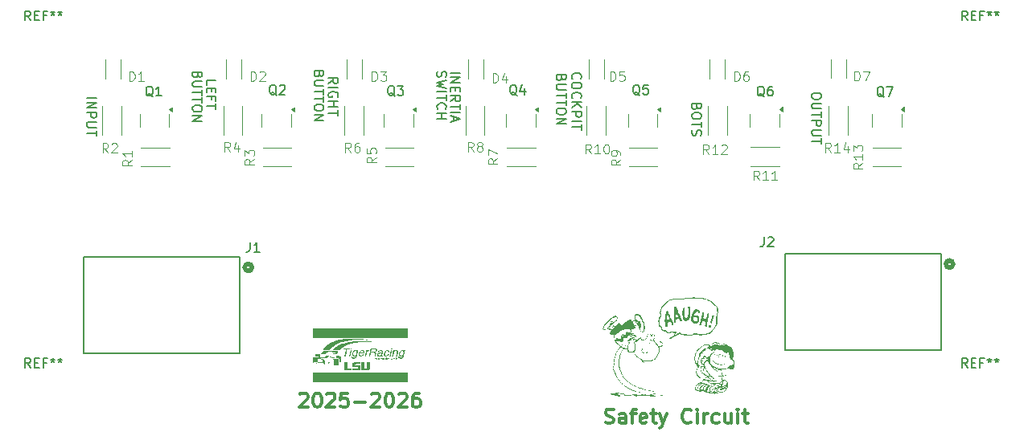
<source format=gbr>
%TF.GenerationSoftware,KiCad,Pcbnew,9.0.4*%
%TF.CreationDate,2025-10-28T17:38:43-05:00*%
%TF.ProjectId,TEST,54455354-2e6b-4696-9361-645f70636258,rev?*%
%TF.SameCoordinates,Original*%
%TF.FileFunction,Legend,Top*%
%TF.FilePolarity,Positive*%
%FSLAX46Y46*%
G04 Gerber Fmt 4.6, Leading zero omitted, Abs format (unit mm)*
G04 Created by KiCad (PCBNEW 9.0.4) date 2025-10-28 17:38:43*
%MOMM*%
%LPD*%
G01*
G04 APERTURE LIST*
%ADD10C,0.150000*%
%ADD11C,0.100000*%
%ADD12C,0.300000*%
%ADD13C,0.120000*%
%ADD14C,0.152400*%
%ADD15C,0.508000*%
%ADD16C,0.000000*%
G04 APERTURE END LIST*
D10*
X124653990Y-62670112D02*
X124606371Y-62812969D01*
X124606371Y-62812969D02*
X124558752Y-62860588D01*
X124558752Y-62860588D02*
X124463514Y-62908207D01*
X124463514Y-62908207D02*
X124320657Y-62908207D01*
X124320657Y-62908207D02*
X124225419Y-62860588D01*
X124225419Y-62860588D02*
X124177800Y-62812969D01*
X124177800Y-62812969D02*
X124130180Y-62717731D01*
X124130180Y-62717731D02*
X124130180Y-62336779D01*
X124130180Y-62336779D02*
X125130180Y-62336779D01*
X125130180Y-62336779D02*
X125130180Y-62670112D01*
X125130180Y-62670112D02*
X125082561Y-62765350D01*
X125082561Y-62765350D02*
X125034942Y-62812969D01*
X125034942Y-62812969D02*
X124939704Y-62860588D01*
X124939704Y-62860588D02*
X124844466Y-62860588D01*
X124844466Y-62860588D02*
X124749228Y-62812969D01*
X124749228Y-62812969D02*
X124701609Y-62765350D01*
X124701609Y-62765350D02*
X124653990Y-62670112D01*
X124653990Y-62670112D02*
X124653990Y-62336779D01*
X125130180Y-63336779D02*
X124320657Y-63336779D01*
X124320657Y-63336779D02*
X124225419Y-63384398D01*
X124225419Y-63384398D02*
X124177800Y-63432017D01*
X124177800Y-63432017D02*
X124130180Y-63527255D01*
X124130180Y-63527255D02*
X124130180Y-63717731D01*
X124130180Y-63717731D02*
X124177800Y-63812969D01*
X124177800Y-63812969D02*
X124225419Y-63860588D01*
X124225419Y-63860588D02*
X124320657Y-63908207D01*
X124320657Y-63908207D02*
X125130180Y-63908207D01*
X125130180Y-64241541D02*
X125130180Y-64812969D01*
X124130180Y-64527255D02*
X125130180Y-64527255D01*
X125130180Y-65003446D02*
X125130180Y-65574874D01*
X124130180Y-65289160D02*
X125130180Y-65289160D01*
X125130180Y-66098684D02*
X125130180Y-66289160D01*
X125130180Y-66289160D02*
X125082561Y-66384398D01*
X125082561Y-66384398D02*
X124987323Y-66479636D01*
X124987323Y-66479636D02*
X124796847Y-66527255D01*
X124796847Y-66527255D02*
X124463514Y-66527255D01*
X124463514Y-66527255D02*
X124273038Y-66479636D01*
X124273038Y-66479636D02*
X124177800Y-66384398D01*
X124177800Y-66384398D02*
X124130180Y-66289160D01*
X124130180Y-66289160D02*
X124130180Y-66098684D01*
X124130180Y-66098684D02*
X124177800Y-66003446D01*
X124177800Y-66003446D02*
X124273038Y-65908208D01*
X124273038Y-65908208D02*
X124463514Y-65860589D01*
X124463514Y-65860589D02*
X124796847Y-65860589D01*
X124796847Y-65860589D02*
X124987323Y-65908208D01*
X124987323Y-65908208D02*
X125082561Y-66003446D01*
X125082561Y-66003446D02*
X125130180Y-66098684D01*
X124130180Y-66955827D02*
X125130180Y-66955827D01*
X125130180Y-66955827D02*
X124130180Y-67527255D01*
X124130180Y-67527255D02*
X125130180Y-67527255D01*
X125630180Y-63658207D02*
X126106371Y-63324874D01*
X125630180Y-63086779D02*
X126630180Y-63086779D01*
X126630180Y-63086779D02*
X126630180Y-63467731D01*
X126630180Y-63467731D02*
X126582561Y-63562969D01*
X126582561Y-63562969D02*
X126534942Y-63610588D01*
X126534942Y-63610588D02*
X126439704Y-63658207D01*
X126439704Y-63658207D02*
X126296847Y-63658207D01*
X126296847Y-63658207D02*
X126201609Y-63610588D01*
X126201609Y-63610588D02*
X126153990Y-63562969D01*
X126153990Y-63562969D02*
X126106371Y-63467731D01*
X126106371Y-63467731D02*
X126106371Y-63086779D01*
X125630180Y-64086779D02*
X126630180Y-64086779D01*
X126582561Y-65086778D02*
X126630180Y-64991540D01*
X126630180Y-64991540D02*
X126630180Y-64848683D01*
X126630180Y-64848683D02*
X126582561Y-64705826D01*
X126582561Y-64705826D02*
X126487323Y-64610588D01*
X126487323Y-64610588D02*
X126392085Y-64562969D01*
X126392085Y-64562969D02*
X126201609Y-64515350D01*
X126201609Y-64515350D02*
X126058752Y-64515350D01*
X126058752Y-64515350D02*
X125868276Y-64562969D01*
X125868276Y-64562969D02*
X125773038Y-64610588D01*
X125773038Y-64610588D02*
X125677800Y-64705826D01*
X125677800Y-64705826D02*
X125630180Y-64848683D01*
X125630180Y-64848683D02*
X125630180Y-64943921D01*
X125630180Y-64943921D02*
X125677800Y-65086778D01*
X125677800Y-65086778D02*
X125725419Y-65134397D01*
X125725419Y-65134397D02*
X126058752Y-65134397D01*
X126058752Y-65134397D02*
X126058752Y-64943921D01*
X125630180Y-65562969D02*
X126630180Y-65562969D01*
X126153990Y-65562969D02*
X126153990Y-66134397D01*
X125630180Y-66134397D02*
X126630180Y-66134397D01*
X126630180Y-66467731D02*
X126630180Y-67039159D01*
X125630180Y-66753445D02*
X126630180Y-66753445D01*
X112780180Y-63812969D02*
X112780180Y-63336779D01*
X112780180Y-63336779D02*
X113780180Y-63336779D01*
X113303990Y-64146303D02*
X113303990Y-64479636D01*
X112780180Y-64622493D02*
X112780180Y-64146303D01*
X112780180Y-64146303D02*
X113780180Y-64146303D01*
X113780180Y-64146303D02*
X113780180Y-64622493D01*
X113303990Y-65384398D02*
X113303990Y-65051065D01*
X112780180Y-65051065D02*
X113780180Y-65051065D01*
X113780180Y-65051065D02*
X113780180Y-65527255D01*
X113780180Y-65765351D02*
X113780180Y-66336779D01*
X112780180Y-66051065D02*
X113780180Y-66051065D01*
X151335363Y-63158207D02*
X151287744Y-63110588D01*
X151287744Y-63110588D02*
X151240124Y-62967731D01*
X151240124Y-62967731D02*
X151240124Y-62872493D01*
X151240124Y-62872493D02*
X151287744Y-62729636D01*
X151287744Y-62729636D02*
X151382982Y-62634398D01*
X151382982Y-62634398D02*
X151478220Y-62586779D01*
X151478220Y-62586779D02*
X151668696Y-62539160D01*
X151668696Y-62539160D02*
X151811553Y-62539160D01*
X151811553Y-62539160D02*
X152002029Y-62586779D01*
X152002029Y-62586779D02*
X152097267Y-62634398D01*
X152097267Y-62634398D02*
X152192505Y-62729636D01*
X152192505Y-62729636D02*
X152240124Y-62872493D01*
X152240124Y-62872493D02*
X152240124Y-62967731D01*
X152240124Y-62967731D02*
X152192505Y-63110588D01*
X152192505Y-63110588D02*
X152144886Y-63158207D01*
X152240124Y-63777255D02*
X152240124Y-63967731D01*
X152240124Y-63967731D02*
X152192505Y-64062969D01*
X152192505Y-64062969D02*
X152097267Y-64158207D01*
X152097267Y-64158207D02*
X151906791Y-64205826D01*
X151906791Y-64205826D02*
X151573458Y-64205826D01*
X151573458Y-64205826D02*
X151382982Y-64158207D01*
X151382982Y-64158207D02*
X151287744Y-64062969D01*
X151287744Y-64062969D02*
X151240124Y-63967731D01*
X151240124Y-63967731D02*
X151240124Y-63777255D01*
X151240124Y-63777255D02*
X151287744Y-63682017D01*
X151287744Y-63682017D02*
X151382982Y-63586779D01*
X151382982Y-63586779D02*
X151573458Y-63539160D01*
X151573458Y-63539160D02*
X151906791Y-63539160D01*
X151906791Y-63539160D02*
X152097267Y-63586779D01*
X152097267Y-63586779D02*
X152192505Y-63682017D01*
X152192505Y-63682017D02*
X152240124Y-63777255D01*
X151335363Y-65205826D02*
X151287744Y-65158207D01*
X151287744Y-65158207D02*
X151240124Y-65015350D01*
X151240124Y-65015350D02*
X151240124Y-64920112D01*
X151240124Y-64920112D02*
X151287744Y-64777255D01*
X151287744Y-64777255D02*
X151382982Y-64682017D01*
X151382982Y-64682017D02*
X151478220Y-64634398D01*
X151478220Y-64634398D02*
X151668696Y-64586779D01*
X151668696Y-64586779D02*
X151811553Y-64586779D01*
X151811553Y-64586779D02*
X152002029Y-64634398D01*
X152002029Y-64634398D02*
X152097267Y-64682017D01*
X152097267Y-64682017D02*
X152192505Y-64777255D01*
X152192505Y-64777255D02*
X152240124Y-64920112D01*
X152240124Y-64920112D02*
X152240124Y-65015350D01*
X152240124Y-65015350D02*
X152192505Y-65158207D01*
X152192505Y-65158207D02*
X152144886Y-65205826D01*
X151240124Y-65634398D02*
X152240124Y-65634398D01*
X151240124Y-66205826D02*
X151811553Y-65777255D01*
X152240124Y-66205826D02*
X151668696Y-65634398D01*
X151240124Y-66634398D02*
X152240124Y-66634398D01*
X152240124Y-66634398D02*
X152240124Y-67015350D01*
X152240124Y-67015350D02*
X152192505Y-67110588D01*
X152192505Y-67110588D02*
X152144886Y-67158207D01*
X152144886Y-67158207D02*
X152049648Y-67205826D01*
X152049648Y-67205826D02*
X151906791Y-67205826D01*
X151906791Y-67205826D02*
X151811553Y-67158207D01*
X151811553Y-67158207D02*
X151763934Y-67110588D01*
X151763934Y-67110588D02*
X151716315Y-67015350D01*
X151716315Y-67015350D02*
X151716315Y-66634398D01*
X151240124Y-67634398D02*
X152240124Y-67634398D01*
X152240124Y-67967731D02*
X152240124Y-68539159D01*
X151240124Y-68253445D02*
X152240124Y-68253445D01*
X137077800Y-62389160D02*
X137030180Y-62532017D01*
X137030180Y-62532017D02*
X137030180Y-62770112D01*
X137030180Y-62770112D02*
X137077800Y-62865350D01*
X137077800Y-62865350D02*
X137125419Y-62912969D01*
X137125419Y-62912969D02*
X137220657Y-62960588D01*
X137220657Y-62960588D02*
X137315895Y-62960588D01*
X137315895Y-62960588D02*
X137411133Y-62912969D01*
X137411133Y-62912969D02*
X137458752Y-62865350D01*
X137458752Y-62865350D02*
X137506371Y-62770112D01*
X137506371Y-62770112D02*
X137553990Y-62579636D01*
X137553990Y-62579636D02*
X137601609Y-62484398D01*
X137601609Y-62484398D02*
X137649228Y-62436779D01*
X137649228Y-62436779D02*
X137744466Y-62389160D01*
X137744466Y-62389160D02*
X137839704Y-62389160D01*
X137839704Y-62389160D02*
X137934942Y-62436779D01*
X137934942Y-62436779D02*
X137982561Y-62484398D01*
X137982561Y-62484398D02*
X138030180Y-62579636D01*
X138030180Y-62579636D02*
X138030180Y-62817731D01*
X138030180Y-62817731D02*
X137982561Y-62960588D01*
X138030180Y-63293922D02*
X137030180Y-63532017D01*
X137030180Y-63532017D02*
X137744466Y-63722493D01*
X137744466Y-63722493D02*
X137030180Y-63912969D01*
X137030180Y-63912969D02*
X138030180Y-64151065D01*
X137030180Y-64532017D02*
X138030180Y-64532017D01*
X138030180Y-64865350D02*
X138030180Y-65436778D01*
X137030180Y-65151064D02*
X138030180Y-65151064D01*
X137125419Y-66341540D02*
X137077800Y-66293921D01*
X137077800Y-66293921D02*
X137030180Y-66151064D01*
X137030180Y-66151064D02*
X137030180Y-66055826D01*
X137030180Y-66055826D02*
X137077800Y-65912969D01*
X137077800Y-65912969D02*
X137173038Y-65817731D01*
X137173038Y-65817731D02*
X137268276Y-65770112D01*
X137268276Y-65770112D02*
X137458752Y-65722493D01*
X137458752Y-65722493D02*
X137601609Y-65722493D01*
X137601609Y-65722493D02*
X137792085Y-65770112D01*
X137792085Y-65770112D02*
X137887323Y-65817731D01*
X137887323Y-65817731D02*
X137982561Y-65912969D01*
X137982561Y-65912969D02*
X138030180Y-66055826D01*
X138030180Y-66055826D02*
X138030180Y-66151064D01*
X138030180Y-66151064D02*
X137982561Y-66293921D01*
X137982561Y-66293921D02*
X137934942Y-66341540D01*
X137030180Y-66770112D02*
X138030180Y-66770112D01*
X137553990Y-66770112D02*
X137553990Y-67341540D01*
X137030180Y-67341540D02*
X138030180Y-67341540D01*
X111853990Y-62770112D02*
X111806371Y-62912969D01*
X111806371Y-62912969D02*
X111758752Y-62960588D01*
X111758752Y-62960588D02*
X111663514Y-63008207D01*
X111663514Y-63008207D02*
X111520657Y-63008207D01*
X111520657Y-63008207D02*
X111425419Y-62960588D01*
X111425419Y-62960588D02*
X111377800Y-62912969D01*
X111377800Y-62912969D02*
X111330180Y-62817731D01*
X111330180Y-62817731D02*
X111330180Y-62436779D01*
X111330180Y-62436779D02*
X112330180Y-62436779D01*
X112330180Y-62436779D02*
X112330180Y-62770112D01*
X112330180Y-62770112D02*
X112282561Y-62865350D01*
X112282561Y-62865350D02*
X112234942Y-62912969D01*
X112234942Y-62912969D02*
X112139704Y-62960588D01*
X112139704Y-62960588D02*
X112044466Y-62960588D01*
X112044466Y-62960588D02*
X111949228Y-62912969D01*
X111949228Y-62912969D02*
X111901609Y-62865350D01*
X111901609Y-62865350D02*
X111853990Y-62770112D01*
X111853990Y-62770112D02*
X111853990Y-62436779D01*
X112330180Y-63436779D02*
X111520657Y-63436779D01*
X111520657Y-63436779D02*
X111425419Y-63484398D01*
X111425419Y-63484398D02*
X111377800Y-63532017D01*
X111377800Y-63532017D02*
X111330180Y-63627255D01*
X111330180Y-63627255D02*
X111330180Y-63817731D01*
X111330180Y-63817731D02*
X111377800Y-63912969D01*
X111377800Y-63912969D02*
X111425419Y-63960588D01*
X111425419Y-63960588D02*
X111520657Y-64008207D01*
X111520657Y-64008207D02*
X112330180Y-64008207D01*
X112330180Y-64341541D02*
X112330180Y-64912969D01*
X111330180Y-64627255D02*
X112330180Y-64627255D01*
X112330180Y-65103446D02*
X112330180Y-65674874D01*
X111330180Y-65389160D02*
X112330180Y-65389160D01*
X112330180Y-66198684D02*
X112330180Y-66389160D01*
X112330180Y-66389160D02*
X112282561Y-66484398D01*
X112282561Y-66484398D02*
X112187323Y-66579636D01*
X112187323Y-66579636D02*
X111996847Y-66627255D01*
X111996847Y-66627255D02*
X111663514Y-66627255D01*
X111663514Y-66627255D02*
X111473038Y-66579636D01*
X111473038Y-66579636D02*
X111377800Y-66484398D01*
X111377800Y-66484398D02*
X111330180Y-66389160D01*
X111330180Y-66389160D02*
X111330180Y-66198684D01*
X111330180Y-66198684D02*
X111377800Y-66103446D01*
X111377800Y-66103446D02*
X111473038Y-66008208D01*
X111473038Y-66008208D02*
X111663514Y-65960589D01*
X111663514Y-65960589D02*
X111996847Y-65960589D01*
X111996847Y-65960589D02*
X112187323Y-66008208D01*
X112187323Y-66008208D02*
X112282561Y-66103446D01*
X112282561Y-66103446D02*
X112330180Y-66198684D01*
X111330180Y-67055827D02*
X112330180Y-67055827D01*
X112330180Y-67055827D02*
X111330180Y-67627255D01*
X111330180Y-67627255D02*
X112330180Y-67627255D01*
X150153990Y-63070112D02*
X150106371Y-63212969D01*
X150106371Y-63212969D02*
X150058752Y-63260588D01*
X150058752Y-63260588D02*
X149963514Y-63308207D01*
X149963514Y-63308207D02*
X149820657Y-63308207D01*
X149820657Y-63308207D02*
X149725419Y-63260588D01*
X149725419Y-63260588D02*
X149677800Y-63212969D01*
X149677800Y-63212969D02*
X149630180Y-63117731D01*
X149630180Y-63117731D02*
X149630180Y-62736779D01*
X149630180Y-62736779D02*
X150630180Y-62736779D01*
X150630180Y-62736779D02*
X150630180Y-63070112D01*
X150630180Y-63070112D02*
X150582561Y-63165350D01*
X150582561Y-63165350D02*
X150534942Y-63212969D01*
X150534942Y-63212969D02*
X150439704Y-63260588D01*
X150439704Y-63260588D02*
X150344466Y-63260588D01*
X150344466Y-63260588D02*
X150249228Y-63212969D01*
X150249228Y-63212969D02*
X150201609Y-63165350D01*
X150201609Y-63165350D02*
X150153990Y-63070112D01*
X150153990Y-63070112D02*
X150153990Y-62736779D01*
X150630180Y-63736779D02*
X149820657Y-63736779D01*
X149820657Y-63736779D02*
X149725419Y-63784398D01*
X149725419Y-63784398D02*
X149677800Y-63832017D01*
X149677800Y-63832017D02*
X149630180Y-63927255D01*
X149630180Y-63927255D02*
X149630180Y-64117731D01*
X149630180Y-64117731D02*
X149677800Y-64212969D01*
X149677800Y-64212969D02*
X149725419Y-64260588D01*
X149725419Y-64260588D02*
X149820657Y-64308207D01*
X149820657Y-64308207D02*
X150630180Y-64308207D01*
X150630180Y-64641541D02*
X150630180Y-65212969D01*
X149630180Y-64927255D02*
X150630180Y-64927255D01*
X150630180Y-65403446D02*
X150630180Y-65974874D01*
X149630180Y-65689160D02*
X150630180Y-65689160D01*
X150630180Y-66498684D02*
X150630180Y-66689160D01*
X150630180Y-66689160D02*
X150582561Y-66784398D01*
X150582561Y-66784398D02*
X150487323Y-66879636D01*
X150487323Y-66879636D02*
X150296847Y-66927255D01*
X150296847Y-66927255D02*
X149963514Y-66927255D01*
X149963514Y-66927255D02*
X149773038Y-66879636D01*
X149773038Y-66879636D02*
X149677800Y-66784398D01*
X149677800Y-66784398D02*
X149630180Y-66689160D01*
X149630180Y-66689160D02*
X149630180Y-66498684D01*
X149630180Y-66498684D02*
X149677800Y-66403446D01*
X149677800Y-66403446D02*
X149773038Y-66308208D01*
X149773038Y-66308208D02*
X149963514Y-66260589D01*
X149963514Y-66260589D02*
X150296847Y-66260589D01*
X150296847Y-66260589D02*
X150487323Y-66308208D01*
X150487323Y-66308208D02*
X150582561Y-66403446D01*
X150582561Y-66403446D02*
X150630180Y-66498684D01*
X149630180Y-67355827D02*
X150630180Y-67355827D01*
X150630180Y-67355827D02*
X149630180Y-67927255D01*
X149630180Y-67927255D02*
X150630180Y-67927255D01*
X177480180Y-64882922D02*
X177480180Y-65073398D01*
X177480180Y-65073398D02*
X177432561Y-65168636D01*
X177432561Y-65168636D02*
X177337323Y-65263874D01*
X177337323Y-65263874D02*
X177146847Y-65311493D01*
X177146847Y-65311493D02*
X176813514Y-65311493D01*
X176813514Y-65311493D02*
X176623038Y-65263874D01*
X176623038Y-65263874D02*
X176527800Y-65168636D01*
X176527800Y-65168636D02*
X176480180Y-65073398D01*
X176480180Y-65073398D02*
X176480180Y-64882922D01*
X176480180Y-64882922D02*
X176527800Y-64787684D01*
X176527800Y-64787684D02*
X176623038Y-64692446D01*
X176623038Y-64692446D02*
X176813514Y-64644827D01*
X176813514Y-64644827D02*
X177146847Y-64644827D01*
X177146847Y-64644827D02*
X177337323Y-64692446D01*
X177337323Y-64692446D02*
X177432561Y-64787684D01*
X177432561Y-64787684D02*
X177480180Y-64882922D01*
X177480180Y-65740065D02*
X176670657Y-65740065D01*
X176670657Y-65740065D02*
X176575419Y-65787684D01*
X176575419Y-65787684D02*
X176527800Y-65835303D01*
X176527800Y-65835303D02*
X176480180Y-65930541D01*
X176480180Y-65930541D02*
X176480180Y-66121017D01*
X176480180Y-66121017D02*
X176527800Y-66216255D01*
X176527800Y-66216255D02*
X176575419Y-66263874D01*
X176575419Y-66263874D02*
X176670657Y-66311493D01*
X176670657Y-66311493D02*
X177480180Y-66311493D01*
X177480180Y-66644827D02*
X177480180Y-67216255D01*
X176480180Y-66930541D02*
X177480180Y-66930541D01*
X176480180Y-67549589D02*
X177480180Y-67549589D01*
X177480180Y-67549589D02*
X177480180Y-67930541D01*
X177480180Y-67930541D02*
X177432561Y-68025779D01*
X177432561Y-68025779D02*
X177384942Y-68073398D01*
X177384942Y-68073398D02*
X177289704Y-68121017D01*
X177289704Y-68121017D02*
X177146847Y-68121017D01*
X177146847Y-68121017D02*
X177051609Y-68073398D01*
X177051609Y-68073398D02*
X177003990Y-68025779D01*
X177003990Y-68025779D02*
X176956371Y-67930541D01*
X176956371Y-67930541D02*
X176956371Y-67549589D01*
X177480180Y-68549589D02*
X176670657Y-68549589D01*
X176670657Y-68549589D02*
X176575419Y-68597208D01*
X176575419Y-68597208D02*
X176527800Y-68644827D01*
X176527800Y-68644827D02*
X176480180Y-68740065D01*
X176480180Y-68740065D02*
X176480180Y-68930541D01*
X176480180Y-68930541D02*
X176527800Y-69025779D01*
X176527800Y-69025779D02*
X176575419Y-69073398D01*
X176575419Y-69073398D02*
X176670657Y-69121017D01*
X176670657Y-69121017D02*
X177480180Y-69121017D01*
X177480180Y-69454351D02*
X177480180Y-70025779D01*
X176480180Y-69740065D02*
X177480180Y-69740065D01*
X138490124Y-62536779D02*
X139490124Y-62536779D01*
X138490124Y-63012969D02*
X139490124Y-63012969D01*
X139490124Y-63012969D02*
X138490124Y-63584397D01*
X138490124Y-63584397D02*
X139490124Y-63584397D01*
X139013934Y-64060588D02*
X139013934Y-64393921D01*
X138490124Y-64536778D02*
X138490124Y-64060588D01*
X138490124Y-64060588D02*
X139490124Y-64060588D01*
X139490124Y-64060588D02*
X139490124Y-64536778D01*
X138490124Y-65536778D02*
X138966315Y-65203445D01*
X138490124Y-64965350D02*
X139490124Y-64965350D01*
X139490124Y-64965350D02*
X139490124Y-65346302D01*
X139490124Y-65346302D02*
X139442505Y-65441540D01*
X139442505Y-65441540D02*
X139394886Y-65489159D01*
X139394886Y-65489159D02*
X139299648Y-65536778D01*
X139299648Y-65536778D02*
X139156791Y-65536778D01*
X139156791Y-65536778D02*
X139061553Y-65489159D01*
X139061553Y-65489159D02*
X139013934Y-65441540D01*
X139013934Y-65441540D02*
X138966315Y-65346302D01*
X138966315Y-65346302D02*
X138966315Y-64965350D01*
X139490124Y-65822493D02*
X139490124Y-66393921D01*
X138490124Y-66108207D02*
X139490124Y-66108207D01*
X138490124Y-66727255D02*
X139490124Y-66727255D01*
X138775839Y-67155826D02*
X138775839Y-67632016D01*
X138490124Y-67060588D02*
X139490124Y-67393921D01*
X139490124Y-67393921D02*
X138490124Y-67727254D01*
X100180180Y-65186779D02*
X101180180Y-65186779D01*
X100180180Y-65662969D02*
X101180180Y-65662969D01*
X101180180Y-65662969D02*
X100180180Y-66234397D01*
X100180180Y-66234397D02*
X101180180Y-66234397D01*
X100180180Y-66710588D02*
X101180180Y-66710588D01*
X101180180Y-66710588D02*
X101180180Y-67091540D01*
X101180180Y-67091540D02*
X101132561Y-67186778D01*
X101132561Y-67186778D02*
X101084942Y-67234397D01*
X101084942Y-67234397D02*
X100989704Y-67282016D01*
X100989704Y-67282016D02*
X100846847Y-67282016D01*
X100846847Y-67282016D02*
X100751609Y-67234397D01*
X100751609Y-67234397D02*
X100703990Y-67186778D01*
X100703990Y-67186778D02*
X100656371Y-67091540D01*
X100656371Y-67091540D02*
X100656371Y-66710588D01*
X101180180Y-67710588D02*
X100370657Y-67710588D01*
X100370657Y-67710588D02*
X100275419Y-67758207D01*
X100275419Y-67758207D02*
X100227800Y-67805826D01*
X100227800Y-67805826D02*
X100180180Y-67901064D01*
X100180180Y-67901064D02*
X100180180Y-68091540D01*
X100180180Y-68091540D02*
X100227800Y-68186778D01*
X100227800Y-68186778D02*
X100275419Y-68234397D01*
X100275419Y-68234397D02*
X100370657Y-68282016D01*
X100370657Y-68282016D02*
X101180180Y-68282016D01*
X101180180Y-68615350D02*
X101180180Y-69186778D01*
X100180180Y-68901064D02*
X101180180Y-68901064D01*
X164403990Y-66120112D02*
X164356371Y-66262969D01*
X164356371Y-66262969D02*
X164308752Y-66310588D01*
X164308752Y-66310588D02*
X164213514Y-66358207D01*
X164213514Y-66358207D02*
X164070657Y-66358207D01*
X164070657Y-66358207D02*
X163975419Y-66310588D01*
X163975419Y-66310588D02*
X163927800Y-66262969D01*
X163927800Y-66262969D02*
X163880180Y-66167731D01*
X163880180Y-66167731D02*
X163880180Y-65786779D01*
X163880180Y-65786779D02*
X164880180Y-65786779D01*
X164880180Y-65786779D02*
X164880180Y-66120112D01*
X164880180Y-66120112D02*
X164832561Y-66215350D01*
X164832561Y-66215350D02*
X164784942Y-66262969D01*
X164784942Y-66262969D02*
X164689704Y-66310588D01*
X164689704Y-66310588D02*
X164594466Y-66310588D01*
X164594466Y-66310588D02*
X164499228Y-66262969D01*
X164499228Y-66262969D02*
X164451609Y-66215350D01*
X164451609Y-66215350D02*
X164403990Y-66120112D01*
X164403990Y-66120112D02*
X164403990Y-65786779D01*
X164880180Y-66977255D02*
X164880180Y-67167731D01*
X164880180Y-67167731D02*
X164832561Y-67262969D01*
X164832561Y-67262969D02*
X164737323Y-67358207D01*
X164737323Y-67358207D02*
X164546847Y-67405826D01*
X164546847Y-67405826D02*
X164213514Y-67405826D01*
X164213514Y-67405826D02*
X164023038Y-67358207D01*
X164023038Y-67358207D02*
X163927800Y-67262969D01*
X163927800Y-67262969D02*
X163880180Y-67167731D01*
X163880180Y-67167731D02*
X163880180Y-66977255D01*
X163880180Y-66977255D02*
X163927800Y-66882017D01*
X163927800Y-66882017D02*
X164023038Y-66786779D01*
X164023038Y-66786779D02*
X164213514Y-66739160D01*
X164213514Y-66739160D02*
X164546847Y-66739160D01*
X164546847Y-66739160D02*
X164737323Y-66786779D01*
X164737323Y-66786779D02*
X164832561Y-66882017D01*
X164832561Y-66882017D02*
X164880180Y-66977255D01*
X164880180Y-67691541D02*
X164880180Y-68262969D01*
X163880180Y-67977255D02*
X164880180Y-67977255D01*
X163927800Y-68548684D02*
X163880180Y-68691541D01*
X163880180Y-68691541D02*
X163880180Y-68929636D01*
X163880180Y-68929636D02*
X163927800Y-69024874D01*
X163927800Y-69024874D02*
X163975419Y-69072493D01*
X163975419Y-69072493D02*
X164070657Y-69120112D01*
X164070657Y-69120112D02*
X164165895Y-69120112D01*
X164165895Y-69120112D02*
X164261133Y-69072493D01*
X164261133Y-69072493D02*
X164308752Y-69024874D01*
X164308752Y-69024874D02*
X164356371Y-68929636D01*
X164356371Y-68929636D02*
X164403990Y-68739160D01*
X164403990Y-68739160D02*
X164451609Y-68643922D01*
X164451609Y-68643922D02*
X164499228Y-68596303D01*
X164499228Y-68596303D02*
X164594466Y-68548684D01*
X164594466Y-68548684D02*
X164689704Y-68548684D01*
X164689704Y-68548684D02*
X164784942Y-68596303D01*
X164784942Y-68596303D02*
X164832561Y-68643922D01*
X164832561Y-68643922D02*
X164880180Y-68739160D01*
X164880180Y-68739160D02*
X164880180Y-68977255D01*
X164880180Y-68977255D02*
X164832561Y-69120112D01*
X192877326Y-93604819D02*
X192543993Y-93128628D01*
X192305898Y-93604819D02*
X192305898Y-92604819D01*
X192305898Y-92604819D02*
X192686850Y-92604819D01*
X192686850Y-92604819D02*
X192782088Y-92652438D01*
X192782088Y-92652438D02*
X192829707Y-92700057D01*
X192829707Y-92700057D02*
X192877326Y-92795295D01*
X192877326Y-92795295D02*
X192877326Y-92938152D01*
X192877326Y-92938152D02*
X192829707Y-93033390D01*
X192829707Y-93033390D02*
X192782088Y-93081009D01*
X192782088Y-93081009D02*
X192686850Y-93128628D01*
X192686850Y-93128628D02*
X192305898Y-93128628D01*
X193305898Y-93081009D02*
X193639231Y-93081009D01*
X193782088Y-93604819D02*
X193305898Y-93604819D01*
X193305898Y-93604819D02*
X193305898Y-92604819D01*
X193305898Y-92604819D02*
X193782088Y-92604819D01*
X194543993Y-93081009D02*
X194210660Y-93081009D01*
X194210660Y-93604819D02*
X194210660Y-92604819D01*
X194210660Y-92604819D02*
X194686850Y-92604819D01*
X195210660Y-92604819D02*
X195210660Y-92842914D01*
X194972565Y-92747676D02*
X195210660Y-92842914D01*
X195210660Y-92842914D02*
X195448755Y-92747676D01*
X195067803Y-93033390D02*
X195210660Y-92842914D01*
X195210660Y-92842914D02*
X195353517Y-93033390D01*
X195972565Y-92604819D02*
X195972565Y-92842914D01*
X195734470Y-92747676D02*
X195972565Y-92842914D01*
X195972565Y-92842914D02*
X196210660Y-92747676D01*
X195829708Y-93033390D02*
X195972565Y-92842914D01*
X195972565Y-92842914D02*
X196115422Y-93033390D01*
X132604761Y-65000057D02*
X132509523Y-64952438D01*
X132509523Y-64952438D02*
X132414285Y-64857200D01*
X132414285Y-64857200D02*
X132271428Y-64714342D01*
X132271428Y-64714342D02*
X132176190Y-64666723D01*
X132176190Y-64666723D02*
X132080952Y-64666723D01*
X132128571Y-64904819D02*
X132033333Y-64857200D01*
X132033333Y-64857200D02*
X131938095Y-64761961D01*
X131938095Y-64761961D02*
X131890476Y-64571485D01*
X131890476Y-64571485D02*
X131890476Y-64238152D01*
X131890476Y-64238152D02*
X131938095Y-64047676D01*
X131938095Y-64047676D02*
X132033333Y-63952438D01*
X132033333Y-63952438D02*
X132128571Y-63904819D01*
X132128571Y-63904819D02*
X132319047Y-63904819D01*
X132319047Y-63904819D02*
X132414285Y-63952438D01*
X132414285Y-63952438D02*
X132509523Y-64047676D01*
X132509523Y-64047676D02*
X132557142Y-64238152D01*
X132557142Y-64238152D02*
X132557142Y-64571485D01*
X132557142Y-64571485D02*
X132509523Y-64761961D01*
X132509523Y-64761961D02*
X132414285Y-64857200D01*
X132414285Y-64857200D02*
X132319047Y-64904819D01*
X132319047Y-64904819D02*
X132128571Y-64904819D01*
X132890476Y-63904819D02*
X133509523Y-63904819D01*
X133509523Y-63904819D02*
X133176190Y-64285771D01*
X133176190Y-64285771D02*
X133319047Y-64285771D01*
X133319047Y-64285771D02*
X133414285Y-64333390D01*
X133414285Y-64333390D02*
X133461904Y-64381009D01*
X133461904Y-64381009D02*
X133509523Y-64476247D01*
X133509523Y-64476247D02*
X133509523Y-64714342D01*
X133509523Y-64714342D02*
X133461904Y-64809580D01*
X133461904Y-64809580D02*
X133414285Y-64857200D01*
X133414285Y-64857200D02*
X133319047Y-64904819D01*
X133319047Y-64904819D02*
X133033333Y-64904819D01*
X133033333Y-64904819D02*
X132938095Y-64857200D01*
X132938095Y-64857200D02*
X132890476Y-64809580D01*
X145454761Y-64900057D02*
X145359523Y-64852438D01*
X145359523Y-64852438D02*
X145264285Y-64757200D01*
X145264285Y-64757200D02*
X145121428Y-64614342D01*
X145121428Y-64614342D02*
X145026190Y-64566723D01*
X145026190Y-64566723D02*
X144930952Y-64566723D01*
X144978571Y-64804819D02*
X144883333Y-64757200D01*
X144883333Y-64757200D02*
X144788095Y-64661961D01*
X144788095Y-64661961D02*
X144740476Y-64471485D01*
X144740476Y-64471485D02*
X144740476Y-64138152D01*
X144740476Y-64138152D02*
X144788095Y-63947676D01*
X144788095Y-63947676D02*
X144883333Y-63852438D01*
X144883333Y-63852438D02*
X144978571Y-63804819D01*
X144978571Y-63804819D02*
X145169047Y-63804819D01*
X145169047Y-63804819D02*
X145264285Y-63852438D01*
X145264285Y-63852438D02*
X145359523Y-63947676D01*
X145359523Y-63947676D02*
X145407142Y-64138152D01*
X145407142Y-64138152D02*
X145407142Y-64471485D01*
X145407142Y-64471485D02*
X145359523Y-64661961D01*
X145359523Y-64661961D02*
X145264285Y-64757200D01*
X145264285Y-64757200D02*
X145169047Y-64804819D01*
X145169047Y-64804819D02*
X144978571Y-64804819D01*
X146264285Y-64138152D02*
X146264285Y-64804819D01*
X146026190Y-63757200D02*
X145788095Y-64471485D01*
X145788095Y-64471485D02*
X146407142Y-64471485D01*
X184104761Y-65100057D02*
X184009523Y-65052438D01*
X184009523Y-65052438D02*
X183914285Y-64957200D01*
X183914285Y-64957200D02*
X183771428Y-64814342D01*
X183771428Y-64814342D02*
X183676190Y-64766723D01*
X183676190Y-64766723D02*
X183580952Y-64766723D01*
X183628571Y-65004819D02*
X183533333Y-64957200D01*
X183533333Y-64957200D02*
X183438095Y-64861961D01*
X183438095Y-64861961D02*
X183390476Y-64671485D01*
X183390476Y-64671485D02*
X183390476Y-64338152D01*
X183390476Y-64338152D02*
X183438095Y-64147676D01*
X183438095Y-64147676D02*
X183533333Y-64052438D01*
X183533333Y-64052438D02*
X183628571Y-64004819D01*
X183628571Y-64004819D02*
X183819047Y-64004819D01*
X183819047Y-64004819D02*
X183914285Y-64052438D01*
X183914285Y-64052438D02*
X184009523Y-64147676D01*
X184009523Y-64147676D02*
X184057142Y-64338152D01*
X184057142Y-64338152D02*
X184057142Y-64671485D01*
X184057142Y-64671485D02*
X184009523Y-64861961D01*
X184009523Y-64861961D02*
X183914285Y-64957200D01*
X183914285Y-64957200D02*
X183819047Y-65004819D01*
X183819047Y-65004819D02*
X183628571Y-65004819D01*
X184390476Y-64004819D02*
X185057142Y-64004819D01*
X185057142Y-64004819D02*
X184628571Y-65004819D01*
X171504761Y-65050057D02*
X171409523Y-65002438D01*
X171409523Y-65002438D02*
X171314285Y-64907200D01*
X171314285Y-64907200D02*
X171171428Y-64764342D01*
X171171428Y-64764342D02*
X171076190Y-64716723D01*
X171076190Y-64716723D02*
X170980952Y-64716723D01*
X171028571Y-64954819D02*
X170933333Y-64907200D01*
X170933333Y-64907200D02*
X170838095Y-64811961D01*
X170838095Y-64811961D02*
X170790476Y-64621485D01*
X170790476Y-64621485D02*
X170790476Y-64288152D01*
X170790476Y-64288152D02*
X170838095Y-64097676D01*
X170838095Y-64097676D02*
X170933333Y-64002438D01*
X170933333Y-64002438D02*
X171028571Y-63954819D01*
X171028571Y-63954819D02*
X171219047Y-63954819D01*
X171219047Y-63954819D02*
X171314285Y-64002438D01*
X171314285Y-64002438D02*
X171409523Y-64097676D01*
X171409523Y-64097676D02*
X171457142Y-64288152D01*
X171457142Y-64288152D02*
X171457142Y-64621485D01*
X171457142Y-64621485D02*
X171409523Y-64811961D01*
X171409523Y-64811961D02*
X171314285Y-64907200D01*
X171314285Y-64907200D02*
X171219047Y-64954819D01*
X171219047Y-64954819D02*
X171028571Y-64954819D01*
X172314285Y-63954819D02*
X172123809Y-63954819D01*
X172123809Y-63954819D02*
X172028571Y-64002438D01*
X172028571Y-64002438D02*
X171980952Y-64050057D01*
X171980952Y-64050057D02*
X171885714Y-64192914D01*
X171885714Y-64192914D02*
X171838095Y-64383390D01*
X171838095Y-64383390D02*
X171838095Y-64764342D01*
X171838095Y-64764342D02*
X171885714Y-64859580D01*
X171885714Y-64859580D02*
X171933333Y-64907200D01*
X171933333Y-64907200D02*
X172028571Y-64954819D01*
X172028571Y-64954819D02*
X172219047Y-64954819D01*
X172219047Y-64954819D02*
X172314285Y-64907200D01*
X172314285Y-64907200D02*
X172361904Y-64859580D01*
X172361904Y-64859580D02*
X172409523Y-64764342D01*
X172409523Y-64764342D02*
X172409523Y-64526247D01*
X172409523Y-64526247D02*
X172361904Y-64431009D01*
X172361904Y-64431009D02*
X172314285Y-64383390D01*
X172314285Y-64383390D02*
X172219047Y-64335771D01*
X172219047Y-64335771D02*
X172028571Y-64335771D01*
X172028571Y-64335771D02*
X171933333Y-64383390D01*
X171933333Y-64383390D02*
X171885714Y-64431009D01*
X171885714Y-64431009D02*
X171838095Y-64526247D01*
D11*
X104957419Y-71716666D02*
X104481228Y-72049999D01*
X104957419Y-72288094D02*
X103957419Y-72288094D01*
X103957419Y-72288094D02*
X103957419Y-71907142D01*
X103957419Y-71907142D02*
X104005038Y-71811904D01*
X104005038Y-71811904D02*
X104052657Y-71764285D01*
X104052657Y-71764285D02*
X104147895Y-71716666D01*
X104147895Y-71716666D02*
X104290752Y-71716666D01*
X104290752Y-71716666D02*
X104385990Y-71764285D01*
X104385990Y-71764285D02*
X104433609Y-71811904D01*
X104433609Y-71811904D02*
X104481228Y-71907142D01*
X104481228Y-71907142D02*
X104481228Y-72288094D01*
X104957419Y-70764285D02*
X104957419Y-71335713D01*
X104957419Y-71049999D02*
X103957419Y-71049999D01*
X103957419Y-71049999D02*
X104100276Y-71145237D01*
X104100276Y-71145237D02*
X104195514Y-71240475D01*
X104195514Y-71240475D02*
X104243133Y-71335713D01*
X153257142Y-71057419D02*
X152923809Y-70581228D01*
X152685714Y-71057419D02*
X152685714Y-70057419D01*
X152685714Y-70057419D02*
X153066666Y-70057419D01*
X153066666Y-70057419D02*
X153161904Y-70105038D01*
X153161904Y-70105038D02*
X153209523Y-70152657D01*
X153209523Y-70152657D02*
X153257142Y-70247895D01*
X153257142Y-70247895D02*
X153257142Y-70390752D01*
X153257142Y-70390752D02*
X153209523Y-70485990D01*
X153209523Y-70485990D02*
X153161904Y-70533609D01*
X153161904Y-70533609D02*
X153066666Y-70581228D01*
X153066666Y-70581228D02*
X152685714Y-70581228D01*
X154209523Y-71057419D02*
X153638095Y-71057419D01*
X153923809Y-71057419D02*
X153923809Y-70057419D01*
X153923809Y-70057419D02*
X153828571Y-70200276D01*
X153828571Y-70200276D02*
X153733333Y-70295514D01*
X153733333Y-70295514D02*
X153638095Y-70343133D01*
X154828571Y-70057419D02*
X154923809Y-70057419D01*
X154923809Y-70057419D02*
X155019047Y-70105038D01*
X155019047Y-70105038D02*
X155066666Y-70152657D01*
X155066666Y-70152657D02*
X155114285Y-70247895D01*
X155114285Y-70247895D02*
X155161904Y-70438371D01*
X155161904Y-70438371D02*
X155161904Y-70676466D01*
X155161904Y-70676466D02*
X155114285Y-70866942D01*
X155114285Y-70866942D02*
X155066666Y-70962180D01*
X155066666Y-70962180D02*
X155019047Y-71009800D01*
X155019047Y-71009800D02*
X154923809Y-71057419D01*
X154923809Y-71057419D02*
X154828571Y-71057419D01*
X154828571Y-71057419D02*
X154733333Y-71009800D01*
X154733333Y-71009800D02*
X154685714Y-70962180D01*
X154685714Y-70962180D02*
X154638095Y-70866942D01*
X154638095Y-70866942D02*
X154590476Y-70676466D01*
X154590476Y-70676466D02*
X154590476Y-70438371D01*
X154590476Y-70438371D02*
X154638095Y-70247895D01*
X154638095Y-70247895D02*
X154685714Y-70152657D01*
X154685714Y-70152657D02*
X154733333Y-70105038D01*
X154733333Y-70105038D02*
X154828571Y-70057419D01*
X104671905Y-63373419D02*
X104671905Y-62373419D01*
X104671905Y-62373419D02*
X104910000Y-62373419D01*
X104910000Y-62373419D02*
X105052857Y-62421038D01*
X105052857Y-62421038D02*
X105148095Y-62516276D01*
X105148095Y-62516276D02*
X105195714Y-62611514D01*
X105195714Y-62611514D02*
X105243333Y-62801990D01*
X105243333Y-62801990D02*
X105243333Y-62944847D01*
X105243333Y-62944847D02*
X105195714Y-63135323D01*
X105195714Y-63135323D02*
X105148095Y-63230561D01*
X105148095Y-63230561D02*
X105052857Y-63325800D01*
X105052857Y-63325800D02*
X104910000Y-63373419D01*
X104910000Y-63373419D02*
X104671905Y-63373419D01*
X106195714Y-63373419D02*
X105624286Y-63373419D01*
X105910000Y-63373419D02*
X105910000Y-62373419D01*
X105910000Y-62373419D02*
X105814762Y-62516276D01*
X105814762Y-62516276D02*
X105719524Y-62611514D01*
X105719524Y-62611514D02*
X105624286Y-62659133D01*
D10*
X94266666Y-93604819D02*
X93933333Y-93128628D01*
X93695238Y-93604819D02*
X93695238Y-92604819D01*
X93695238Y-92604819D02*
X94076190Y-92604819D01*
X94076190Y-92604819D02*
X94171428Y-92652438D01*
X94171428Y-92652438D02*
X94219047Y-92700057D01*
X94219047Y-92700057D02*
X94266666Y-92795295D01*
X94266666Y-92795295D02*
X94266666Y-92938152D01*
X94266666Y-92938152D02*
X94219047Y-93033390D01*
X94219047Y-93033390D02*
X94171428Y-93081009D01*
X94171428Y-93081009D02*
X94076190Y-93128628D01*
X94076190Y-93128628D02*
X93695238Y-93128628D01*
X94695238Y-93081009D02*
X95028571Y-93081009D01*
X95171428Y-93604819D02*
X94695238Y-93604819D01*
X94695238Y-93604819D02*
X94695238Y-92604819D01*
X94695238Y-92604819D02*
X95171428Y-92604819D01*
X95933333Y-93081009D02*
X95600000Y-93081009D01*
X95600000Y-93604819D02*
X95600000Y-92604819D01*
X95600000Y-92604819D02*
X96076190Y-92604819D01*
X96600000Y-92604819D02*
X96600000Y-92842914D01*
X96361905Y-92747676D02*
X96600000Y-92842914D01*
X96600000Y-92842914D02*
X96838095Y-92747676D01*
X96457143Y-93033390D02*
X96600000Y-92842914D01*
X96600000Y-92842914D02*
X96742857Y-93033390D01*
X97361905Y-92604819D02*
X97361905Y-92842914D01*
X97123810Y-92747676D02*
X97361905Y-92842914D01*
X97361905Y-92842914D02*
X97600000Y-92747676D01*
X97219048Y-93033390D02*
X97361905Y-92842914D01*
X97361905Y-92842914D02*
X97504762Y-93033390D01*
D11*
X102433333Y-70957419D02*
X102100000Y-70481228D01*
X101861905Y-70957419D02*
X101861905Y-69957419D01*
X101861905Y-69957419D02*
X102242857Y-69957419D01*
X102242857Y-69957419D02*
X102338095Y-70005038D01*
X102338095Y-70005038D02*
X102385714Y-70052657D01*
X102385714Y-70052657D02*
X102433333Y-70147895D01*
X102433333Y-70147895D02*
X102433333Y-70290752D01*
X102433333Y-70290752D02*
X102385714Y-70385990D01*
X102385714Y-70385990D02*
X102338095Y-70433609D01*
X102338095Y-70433609D02*
X102242857Y-70481228D01*
X102242857Y-70481228D02*
X101861905Y-70481228D01*
X102814286Y-70052657D02*
X102861905Y-70005038D01*
X102861905Y-70005038D02*
X102957143Y-69957419D01*
X102957143Y-69957419D02*
X103195238Y-69957419D01*
X103195238Y-69957419D02*
X103290476Y-70005038D01*
X103290476Y-70005038D02*
X103338095Y-70052657D01*
X103338095Y-70052657D02*
X103385714Y-70147895D01*
X103385714Y-70147895D02*
X103385714Y-70243133D01*
X103385714Y-70243133D02*
X103338095Y-70385990D01*
X103338095Y-70385990D02*
X102766667Y-70957419D01*
X102766667Y-70957419D02*
X103385714Y-70957419D01*
X130649086Y-71416666D02*
X130172895Y-71749999D01*
X130649086Y-71988094D02*
X129649086Y-71988094D01*
X129649086Y-71988094D02*
X129649086Y-71607142D01*
X129649086Y-71607142D02*
X129696705Y-71511904D01*
X129696705Y-71511904D02*
X129744324Y-71464285D01*
X129744324Y-71464285D02*
X129839562Y-71416666D01*
X129839562Y-71416666D02*
X129982419Y-71416666D01*
X129982419Y-71416666D02*
X130077657Y-71464285D01*
X130077657Y-71464285D02*
X130125276Y-71511904D01*
X130125276Y-71511904D02*
X130172895Y-71607142D01*
X130172895Y-71607142D02*
X130172895Y-71988094D01*
X129649086Y-70511904D02*
X129649086Y-70988094D01*
X129649086Y-70988094D02*
X130125276Y-71035713D01*
X130125276Y-71035713D02*
X130077657Y-70988094D01*
X130077657Y-70988094D02*
X130030038Y-70892856D01*
X130030038Y-70892856D02*
X130030038Y-70654761D01*
X130030038Y-70654761D02*
X130077657Y-70559523D01*
X130077657Y-70559523D02*
X130125276Y-70511904D01*
X130125276Y-70511904D02*
X130220514Y-70464285D01*
X130220514Y-70464285D02*
X130458609Y-70464285D01*
X130458609Y-70464285D02*
X130553847Y-70511904D01*
X130553847Y-70511904D02*
X130601467Y-70559523D01*
X130601467Y-70559523D02*
X130649086Y-70654761D01*
X130649086Y-70654761D02*
X130649086Y-70892856D01*
X130649086Y-70892856D02*
X130601467Y-70988094D01*
X130601467Y-70988094D02*
X130553847Y-71035713D01*
D10*
X171466666Y-79854819D02*
X171466666Y-80569104D01*
X171466666Y-80569104D02*
X171419047Y-80711961D01*
X171419047Y-80711961D02*
X171323809Y-80807200D01*
X171323809Y-80807200D02*
X171180952Y-80854819D01*
X171180952Y-80854819D02*
X171085714Y-80854819D01*
X171895238Y-79950057D02*
X171942857Y-79902438D01*
X171942857Y-79902438D02*
X172038095Y-79854819D01*
X172038095Y-79854819D02*
X172276190Y-79854819D01*
X172276190Y-79854819D02*
X172371428Y-79902438D01*
X172371428Y-79902438D02*
X172419047Y-79950057D01*
X172419047Y-79950057D02*
X172466666Y-80045295D01*
X172466666Y-80045295D02*
X172466666Y-80140533D01*
X172466666Y-80140533D02*
X172419047Y-80283390D01*
X172419047Y-80283390D02*
X171847619Y-80854819D01*
X171847619Y-80854819D02*
X172466666Y-80854819D01*
D11*
X140883333Y-70857419D02*
X140550000Y-70381228D01*
X140311905Y-70857419D02*
X140311905Y-69857419D01*
X140311905Y-69857419D02*
X140692857Y-69857419D01*
X140692857Y-69857419D02*
X140788095Y-69905038D01*
X140788095Y-69905038D02*
X140835714Y-69952657D01*
X140835714Y-69952657D02*
X140883333Y-70047895D01*
X140883333Y-70047895D02*
X140883333Y-70190752D01*
X140883333Y-70190752D02*
X140835714Y-70285990D01*
X140835714Y-70285990D02*
X140788095Y-70333609D01*
X140788095Y-70333609D02*
X140692857Y-70381228D01*
X140692857Y-70381228D02*
X140311905Y-70381228D01*
X141454762Y-70285990D02*
X141359524Y-70238371D01*
X141359524Y-70238371D02*
X141311905Y-70190752D01*
X141311905Y-70190752D02*
X141264286Y-70095514D01*
X141264286Y-70095514D02*
X141264286Y-70047895D01*
X141264286Y-70047895D02*
X141311905Y-69952657D01*
X141311905Y-69952657D02*
X141359524Y-69905038D01*
X141359524Y-69905038D02*
X141454762Y-69857419D01*
X141454762Y-69857419D02*
X141645238Y-69857419D01*
X141645238Y-69857419D02*
X141740476Y-69905038D01*
X141740476Y-69905038D02*
X141788095Y-69952657D01*
X141788095Y-69952657D02*
X141835714Y-70047895D01*
X141835714Y-70047895D02*
X141835714Y-70095514D01*
X141835714Y-70095514D02*
X141788095Y-70190752D01*
X141788095Y-70190752D02*
X141740476Y-70238371D01*
X141740476Y-70238371D02*
X141645238Y-70285990D01*
X141645238Y-70285990D02*
X141454762Y-70285990D01*
X141454762Y-70285990D02*
X141359524Y-70333609D01*
X141359524Y-70333609D02*
X141311905Y-70381228D01*
X141311905Y-70381228D02*
X141264286Y-70476466D01*
X141264286Y-70476466D02*
X141264286Y-70666942D01*
X141264286Y-70666942D02*
X141311905Y-70762180D01*
X141311905Y-70762180D02*
X141359524Y-70809800D01*
X141359524Y-70809800D02*
X141454762Y-70857419D01*
X141454762Y-70857419D02*
X141645238Y-70857419D01*
X141645238Y-70857419D02*
X141740476Y-70809800D01*
X141740476Y-70809800D02*
X141788095Y-70762180D01*
X141788095Y-70762180D02*
X141835714Y-70666942D01*
X141835714Y-70666942D02*
X141835714Y-70476466D01*
X141835714Y-70476466D02*
X141788095Y-70381228D01*
X141788095Y-70381228D02*
X141740476Y-70333609D01*
X141740476Y-70333609D02*
X141645238Y-70285990D01*
X155274572Y-63373419D02*
X155274572Y-62373419D01*
X155274572Y-62373419D02*
X155512667Y-62373419D01*
X155512667Y-62373419D02*
X155655524Y-62421038D01*
X155655524Y-62421038D02*
X155750762Y-62516276D01*
X155750762Y-62516276D02*
X155798381Y-62611514D01*
X155798381Y-62611514D02*
X155846000Y-62801990D01*
X155846000Y-62801990D02*
X155846000Y-62944847D01*
X155846000Y-62944847D02*
X155798381Y-63135323D01*
X155798381Y-63135323D02*
X155750762Y-63230561D01*
X155750762Y-63230561D02*
X155655524Y-63325800D01*
X155655524Y-63325800D02*
X155512667Y-63373419D01*
X155512667Y-63373419D02*
X155274572Y-63373419D01*
X156750762Y-62373419D02*
X156274572Y-62373419D01*
X156274572Y-62373419D02*
X156226953Y-62849609D01*
X156226953Y-62849609D02*
X156274572Y-62801990D01*
X156274572Y-62801990D02*
X156369810Y-62754371D01*
X156369810Y-62754371D02*
X156607905Y-62754371D01*
X156607905Y-62754371D02*
X156703143Y-62801990D01*
X156703143Y-62801990D02*
X156750762Y-62849609D01*
X156750762Y-62849609D02*
X156798381Y-62944847D01*
X156798381Y-62944847D02*
X156798381Y-63182942D01*
X156798381Y-63182942D02*
X156750762Y-63278180D01*
X156750762Y-63278180D02*
X156703143Y-63325800D01*
X156703143Y-63325800D02*
X156607905Y-63373419D01*
X156607905Y-63373419D02*
X156369810Y-63373419D01*
X156369810Y-63373419D02*
X156274572Y-63325800D01*
X156274572Y-63325800D02*
X156226953Y-63278180D01*
X180983905Y-63359419D02*
X180983905Y-62359419D01*
X180983905Y-62359419D02*
X181222000Y-62359419D01*
X181222000Y-62359419D02*
X181364857Y-62407038D01*
X181364857Y-62407038D02*
X181460095Y-62502276D01*
X181460095Y-62502276D02*
X181507714Y-62597514D01*
X181507714Y-62597514D02*
X181555333Y-62787990D01*
X181555333Y-62787990D02*
X181555333Y-62930847D01*
X181555333Y-62930847D02*
X181507714Y-63121323D01*
X181507714Y-63121323D02*
X181460095Y-63216561D01*
X181460095Y-63216561D02*
X181364857Y-63311800D01*
X181364857Y-63311800D02*
X181222000Y-63359419D01*
X181222000Y-63359419D02*
X180983905Y-63359419D01*
X181888667Y-62359419D02*
X182555333Y-62359419D01*
X182555333Y-62359419D02*
X182126762Y-63359419D01*
X142915405Y-63571419D02*
X142915405Y-62571419D01*
X142915405Y-62571419D02*
X143153500Y-62571419D01*
X143153500Y-62571419D02*
X143296357Y-62619038D01*
X143296357Y-62619038D02*
X143391595Y-62714276D01*
X143391595Y-62714276D02*
X143439214Y-62809514D01*
X143439214Y-62809514D02*
X143486833Y-62999990D01*
X143486833Y-62999990D02*
X143486833Y-63142847D01*
X143486833Y-63142847D02*
X143439214Y-63333323D01*
X143439214Y-63333323D02*
X143391595Y-63428561D01*
X143391595Y-63428561D02*
X143296357Y-63523800D01*
X143296357Y-63523800D02*
X143153500Y-63571419D01*
X143153500Y-63571419D02*
X142915405Y-63571419D01*
X144343976Y-62904752D02*
X144343976Y-63571419D01*
X144105881Y-62523800D02*
X143867786Y-63238085D01*
X143867786Y-63238085D02*
X144486833Y-63238085D01*
D10*
X117366666Y-80404819D02*
X117366666Y-81119104D01*
X117366666Y-81119104D02*
X117319047Y-81261961D01*
X117319047Y-81261961D02*
X117223809Y-81357200D01*
X117223809Y-81357200D02*
X117080952Y-81404819D01*
X117080952Y-81404819D02*
X116985714Y-81404819D01*
X118366666Y-81404819D02*
X117795238Y-81404819D01*
X118080952Y-81404819D02*
X118080952Y-80404819D01*
X118080952Y-80404819D02*
X117985714Y-80547676D01*
X117985714Y-80547676D02*
X117890476Y-80642914D01*
X117890476Y-80642914D02*
X117795238Y-80690533D01*
D11*
X115283333Y-70857419D02*
X114950000Y-70381228D01*
X114711905Y-70857419D02*
X114711905Y-69857419D01*
X114711905Y-69857419D02*
X115092857Y-69857419D01*
X115092857Y-69857419D02*
X115188095Y-69905038D01*
X115188095Y-69905038D02*
X115235714Y-69952657D01*
X115235714Y-69952657D02*
X115283333Y-70047895D01*
X115283333Y-70047895D02*
X115283333Y-70190752D01*
X115283333Y-70190752D02*
X115235714Y-70285990D01*
X115235714Y-70285990D02*
X115188095Y-70333609D01*
X115188095Y-70333609D02*
X115092857Y-70381228D01*
X115092857Y-70381228D02*
X114711905Y-70381228D01*
X116140476Y-70190752D02*
X116140476Y-70857419D01*
X115902381Y-69809800D02*
X115664286Y-70524085D01*
X115664286Y-70524085D02*
X116283333Y-70524085D01*
X127983333Y-70907419D02*
X127650000Y-70431228D01*
X127411905Y-70907419D02*
X127411905Y-69907419D01*
X127411905Y-69907419D02*
X127792857Y-69907419D01*
X127792857Y-69907419D02*
X127888095Y-69955038D01*
X127888095Y-69955038D02*
X127935714Y-70002657D01*
X127935714Y-70002657D02*
X127983333Y-70097895D01*
X127983333Y-70097895D02*
X127983333Y-70240752D01*
X127983333Y-70240752D02*
X127935714Y-70335990D01*
X127935714Y-70335990D02*
X127888095Y-70383609D01*
X127888095Y-70383609D02*
X127792857Y-70431228D01*
X127792857Y-70431228D02*
X127411905Y-70431228D01*
X128840476Y-69907419D02*
X128650000Y-69907419D01*
X128650000Y-69907419D02*
X128554762Y-69955038D01*
X128554762Y-69955038D02*
X128507143Y-70002657D01*
X128507143Y-70002657D02*
X128411905Y-70145514D01*
X128411905Y-70145514D02*
X128364286Y-70335990D01*
X128364286Y-70335990D02*
X128364286Y-70716942D01*
X128364286Y-70716942D02*
X128411905Y-70812180D01*
X128411905Y-70812180D02*
X128459524Y-70859800D01*
X128459524Y-70859800D02*
X128554762Y-70907419D01*
X128554762Y-70907419D02*
X128745238Y-70907419D01*
X128745238Y-70907419D02*
X128840476Y-70859800D01*
X128840476Y-70859800D02*
X128888095Y-70812180D01*
X128888095Y-70812180D02*
X128935714Y-70716942D01*
X128935714Y-70716942D02*
X128935714Y-70478847D01*
X128935714Y-70478847D02*
X128888095Y-70383609D01*
X128888095Y-70383609D02*
X128840476Y-70335990D01*
X128840476Y-70335990D02*
X128745238Y-70288371D01*
X128745238Y-70288371D02*
X128554762Y-70288371D01*
X128554762Y-70288371D02*
X128459524Y-70335990D01*
X128459524Y-70335990D02*
X128411905Y-70383609D01*
X128411905Y-70383609D02*
X128364286Y-70478847D01*
X156365752Y-71666666D02*
X155889561Y-71999999D01*
X156365752Y-72238094D02*
X155365752Y-72238094D01*
X155365752Y-72238094D02*
X155365752Y-71857142D01*
X155365752Y-71857142D02*
X155413371Y-71761904D01*
X155413371Y-71761904D02*
X155460990Y-71714285D01*
X155460990Y-71714285D02*
X155556228Y-71666666D01*
X155556228Y-71666666D02*
X155699085Y-71666666D01*
X155699085Y-71666666D02*
X155794323Y-71714285D01*
X155794323Y-71714285D02*
X155841942Y-71761904D01*
X155841942Y-71761904D02*
X155889561Y-71857142D01*
X155889561Y-71857142D02*
X155889561Y-72238094D01*
X156365752Y-71190475D02*
X156365752Y-70999999D01*
X156365752Y-70999999D02*
X156318133Y-70904761D01*
X156318133Y-70904761D02*
X156270513Y-70857142D01*
X156270513Y-70857142D02*
X156127656Y-70761904D01*
X156127656Y-70761904D02*
X155937180Y-70714285D01*
X155937180Y-70714285D02*
X155556228Y-70714285D01*
X155556228Y-70714285D02*
X155460990Y-70761904D01*
X155460990Y-70761904D02*
X155413371Y-70809523D01*
X155413371Y-70809523D02*
X155365752Y-70904761D01*
X155365752Y-70904761D02*
X155365752Y-71095237D01*
X155365752Y-71095237D02*
X155413371Y-71190475D01*
X155413371Y-71190475D02*
X155460990Y-71238094D01*
X155460990Y-71238094D02*
X155556228Y-71285713D01*
X155556228Y-71285713D02*
X155794323Y-71285713D01*
X155794323Y-71285713D02*
X155889561Y-71238094D01*
X155889561Y-71238094D02*
X155937180Y-71190475D01*
X155937180Y-71190475D02*
X155984799Y-71095237D01*
X155984799Y-71095237D02*
X155984799Y-70904761D01*
X155984799Y-70904761D02*
X155937180Y-70809523D01*
X155937180Y-70809523D02*
X155889561Y-70761904D01*
X155889561Y-70761904D02*
X155794323Y-70714285D01*
X170957142Y-73857419D02*
X170623809Y-73381228D01*
X170385714Y-73857419D02*
X170385714Y-72857419D01*
X170385714Y-72857419D02*
X170766666Y-72857419D01*
X170766666Y-72857419D02*
X170861904Y-72905038D01*
X170861904Y-72905038D02*
X170909523Y-72952657D01*
X170909523Y-72952657D02*
X170957142Y-73047895D01*
X170957142Y-73047895D02*
X170957142Y-73190752D01*
X170957142Y-73190752D02*
X170909523Y-73285990D01*
X170909523Y-73285990D02*
X170861904Y-73333609D01*
X170861904Y-73333609D02*
X170766666Y-73381228D01*
X170766666Y-73381228D02*
X170385714Y-73381228D01*
X171909523Y-73857419D02*
X171338095Y-73857419D01*
X171623809Y-73857419D02*
X171623809Y-72857419D01*
X171623809Y-72857419D02*
X171528571Y-73000276D01*
X171528571Y-73000276D02*
X171433333Y-73095514D01*
X171433333Y-73095514D02*
X171338095Y-73143133D01*
X172861904Y-73857419D02*
X172290476Y-73857419D01*
X172576190Y-73857419D02*
X172576190Y-72857419D01*
X172576190Y-72857419D02*
X172480952Y-73000276D01*
X172480952Y-73000276D02*
X172385714Y-73095514D01*
X172385714Y-73095514D02*
X172290476Y-73143133D01*
X130202238Y-63373419D02*
X130202238Y-62373419D01*
X130202238Y-62373419D02*
X130440333Y-62373419D01*
X130440333Y-62373419D02*
X130583190Y-62421038D01*
X130583190Y-62421038D02*
X130678428Y-62516276D01*
X130678428Y-62516276D02*
X130726047Y-62611514D01*
X130726047Y-62611514D02*
X130773666Y-62801990D01*
X130773666Y-62801990D02*
X130773666Y-62944847D01*
X130773666Y-62944847D02*
X130726047Y-63135323D01*
X130726047Y-63135323D02*
X130678428Y-63230561D01*
X130678428Y-63230561D02*
X130583190Y-63325800D01*
X130583190Y-63325800D02*
X130440333Y-63373419D01*
X130440333Y-63373419D02*
X130202238Y-63373419D01*
X131107000Y-62373419D02*
X131726047Y-62373419D01*
X131726047Y-62373419D02*
X131392714Y-62754371D01*
X131392714Y-62754371D02*
X131535571Y-62754371D01*
X131535571Y-62754371D02*
X131630809Y-62801990D01*
X131630809Y-62801990D02*
X131678428Y-62849609D01*
X131678428Y-62849609D02*
X131726047Y-62944847D01*
X131726047Y-62944847D02*
X131726047Y-63182942D01*
X131726047Y-63182942D02*
X131678428Y-63278180D01*
X131678428Y-63278180D02*
X131630809Y-63325800D01*
X131630809Y-63325800D02*
X131535571Y-63373419D01*
X131535571Y-63373419D02*
X131249857Y-63373419D01*
X131249857Y-63373419D02*
X131154619Y-63325800D01*
X131154619Y-63325800D02*
X131107000Y-63278180D01*
D10*
X192877326Y-57004819D02*
X192543993Y-56528628D01*
X192305898Y-57004819D02*
X192305898Y-56004819D01*
X192305898Y-56004819D02*
X192686850Y-56004819D01*
X192686850Y-56004819D02*
X192782088Y-56052438D01*
X192782088Y-56052438D02*
X192829707Y-56100057D01*
X192829707Y-56100057D02*
X192877326Y-56195295D01*
X192877326Y-56195295D02*
X192877326Y-56338152D01*
X192877326Y-56338152D02*
X192829707Y-56433390D01*
X192829707Y-56433390D02*
X192782088Y-56481009D01*
X192782088Y-56481009D02*
X192686850Y-56528628D01*
X192686850Y-56528628D02*
X192305898Y-56528628D01*
X193305898Y-56481009D02*
X193639231Y-56481009D01*
X193782088Y-57004819D02*
X193305898Y-57004819D01*
X193305898Y-57004819D02*
X193305898Y-56004819D01*
X193305898Y-56004819D02*
X193782088Y-56004819D01*
X194543993Y-56481009D02*
X194210660Y-56481009D01*
X194210660Y-57004819D02*
X194210660Y-56004819D01*
X194210660Y-56004819D02*
X194686850Y-56004819D01*
X195210660Y-56004819D02*
X195210660Y-56242914D01*
X194972565Y-56147676D02*
X195210660Y-56242914D01*
X195210660Y-56242914D02*
X195448755Y-56147676D01*
X195067803Y-56433390D02*
X195210660Y-56242914D01*
X195210660Y-56242914D02*
X195353517Y-56433390D01*
X195972565Y-56004819D02*
X195972565Y-56242914D01*
X195734470Y-56147676D02*
X195972565Y-56242914D01*
X195972565Y-56242914D02*
X196210660Y-56147676D01*
X195829708Y-56433390D02*
X195972565Y-56242914D01*
X195972565Y-56242914D02*
X196115422Y-56433390D01*
D11*
X168349905Y-63373419D02*
X168349905Y-62373419D01*
X168349905Y-62373419D02*
X168588000Y-62373419D01*
X168588000Y-62373419D02*
X168730857Y-62421038D01*
X168730857Y-62421038D02*
X168826095Y-62516276D01*
X168826095Y-62516276D02*
X168873714Y-62611514D01*
X168873714Y-62611514D02*
X168921333Y-62801990D01*
X168921333Y-62801990D02*
X168921333Y-62944847D01*
X168921333Y-62944847D02*
X168873714Y-63135323D01*
X168873714Y-63135323D02*
X168826095Y-63230561D01*
X168826095Y-63230561D02*
X168730857Y-63325800D01*
X168730857Y-63325800D02*
X168588000Y-63373419D01*
X168588000Y-63373419D02*
X168349905Y-63373419D01*
X169778476Y-62373419D02*
X169588000Y-62373419D01*
X169588000Y-62373419D02*
X169492762Y-62421038D01*
X169492762Y-62421038D02*
X169445143Y-62468657D01*
X169445143Y-62468657D02*
X169349905Y-62611514D01*
X169349905Y-62611514D02*
X169302286Y-62801990D01*
X169302286Y-62801990D02*
X169302286Y-63182942D01*
X169302286Y-63182942D02*
X169349905Y-63278180D01*
X169349905Y-63278180D02*
X169397524Y-63325800D01*
X169397524Y-63325800D02*
X169492762Y-63373419D01*
X169492762Y-63373419D02*
X169683238Y-63373419D01*
X169683238Y-63373419D02*
X169778476Y-63325800D01*
X169778476Y-63325800D02*
X169826095Y-63278180D01*
X169826095Y-63278180D02*
X169873714Y-63182942D01*
X169873714Y-63182942D02*
X169873714Y-62944847D01*
X169873714Y-62944847D02*
X169826095Y-62849609D01*
X169826095Y-62849609D02*
X169778476Y-62801990D01*
X169778476Y-62801990D02*
X169683238Y-62754371D01*
X169683238Y-62754371D02*
X169492762Y-62754371D01*
X169492762Y-62754371D02*
X169397524Y-62801990D01*
X169397524Y-62801990D02*
X169349905Y-62849609D01*
X169349905Y-62849609D02*
X169302286Y-62944847D01*
D10*
X120154761Y-64900057D02*
X120059523Y-64852438D01*
X120059523Y-64852438D02*
X119964285Y-64757200D01*
X119964285Y-64757200D02*
X119821428Y-64614342D01*
X119821428Y-64614342D02*
X119726190Y-64566723D01*
X119726190Y-64566723D02*
X119630952Y-64566723D01*
X119678571Y-64804819D02*
X119583333Y-64757200D01*
X119583333Y-64757200D02*
X119488095Y-64661961D01*
X119488095Y-64661961D02*
X119440476Y-64471485D01*
X119440476Y-64471485D02*
X119440476Y-64138152D01*
X119440476Y-64138152D02*
X119488095Y-63947676D01*
X119488095Y-63947676D02*
X119583333Y-63852438D01*
X119583333Y-63852438D02*
X119678571Y-63804819D01*
X119678571Y-63804819D02*
X119869047Y-63804819D01*
X119869047Y-63804819D02*
X119964285Y-63852438D01*
X119964285Y-63852438D02*
X120059523Y-63947676D01*
X120059523Y-63947676D02*
X120107142Y-64138152D01*
X120107142Y-64138152D02*
X120107142Y-64471485D01*
X120107142Y-64471485D02*
X120059523Y-64661961D01*
X120059523Y-64661961D02*
X119964285Y-64757200D01*
X119964285Y-64757200D02*
X119869047Y-64804819D01*
X119869047Y-64804819D02*
X119678571Y-64804819D01*
X120488095Y-63900057D02*
X120535714Y-63852438D01*
X120535714Y-63852438D02*
X120630952Y-63804819D01*
X120630952Y-63804819D02*
X120869047Y-63804819D01*
X120869047Y-63804819D02*
X120964285Y-63852438D01*
X120964285Y-63852438D02*
X121011904Y-63900057D01*
X121011904Y-63900057D02*
X121059523Y-63995295D01*
X121059523Y-63995295D02*
X121059523Y-64090533D01*
X121059523Y-64090533D02*
X121011904Y-64233390D01*
X121011904Y-64233390D02*
X120440476Y-64804819D01*
X120440476Y-64804819D02*
X121059523Y-64804819D01*
X107154761Y-65050057D02*
X107059523Y-65002438D01*
X107059523Y-65002438D02*
X106964285Y-64907200D01*
X106964285Y-64907200D02*
X106821428Y-64764342D01*
X106821428Y-64764342D02*
X106726190Y-64716723D01*
X106726190Y-64716723D02*
X106630952Y-64716723D01*
X106678571Y-64954819D02*
X106583333Y-64907200D01*
X106583333Y-64907200D02*
X106488095Y-64811961D01*
X106488095Y-64811961D02*
X106440476Y-64621485D01*
X106440476Y-64621485D02*
X106440476Y-64288152D01*
X106440476Y-64288152D02*
X106488095Y-64097676D01*
X106488095Y-64097676D02*
X106583333Y-64002438D01*
X106583333Y-64002438D02*
X106678571Y-63954819D01*
X106678571Y-63954819D02*
X106869047Y-63954819D01*
X106869047Y-63954819D02*
X106964285Y-64002438D01*
X106964285Y-64002438D02*
X107059523Y-64097676D01*
X107059523Y-64097676D02*
X107107142Y-64288152D01*
X107107142Y-64288152D02*
X107107142Y-64621485D01*
X107107142Y-64621485D02*
X107059523Y-64811961D01*
X107059523Y-64811961D02*
X106964285Y-64907200D01*
X106964285Y-64907200D02*
X106869047Y-64954819D01*
X106869047Y-64954819D02*
X106678571Y-64954819D01*
X108059523Y-64954819D02*
X107488095Y-64954819D01*
X107773809Y-64954819D02*
X107773809Y-63954819D01*
X107773809Y-63954819D02*
X107678571Y-64097676D01*
X107678571Y-64097676D02*
X107583333Y-64192914D01*
X107583333Y-64192914D02*
X107488095Y-64240533D01*
D11*
X165657142Y-71107419D02*
X165323809Y-70631228D01*
X165085714Y-71107419D02*
X165085714Y-70107419D01*
X165085714Y-70107419D02*
X165466666Y-70107419D01*
X165466666Y-70107419D02*
X165561904Y-70155038D01*
X165561904Y-70155038D02*
X165609523Y-70202657D01*
X165609523Y-70202657D02*
X165657142Y-70297895D01*
X165657142Y-70297895D02*
X165657142Y-70440752D01*
X165657142Y-70440752D02*
X165609523Y-70535990D01*
X165609523Y-70535990D02*
X165561904Y-70583609D01*
X165561904Y-70583609D02*
X165466666Y-70631228D01*
X165466666Y-70631228D02*
X165085714Y-70631228D01*
X166609523Y-71107419D02*
X166038095Y-71107419D01*
X166323809Y-71107419D02*
X166323809Y-70107419D01*
X166323809Y-70107419D02*
X166228571Y-70250276D01*
X166228571Y-70250276D02*
X166133333Y-70345514D01*
X166133333Y-70345514D02*
X166038095Y-70393133D01*
X166990476Y-70202657D02*
X167038095Y-70155038D01*
X167038095Y-70155038D02*
X167133333Y-70107419D01*
X167133333Y-70107419D02*
X167371428Y-70107419D01*
X167371428Y-70107419D02*
X167466666Y-70155038D01*
X167466666Y-70155038D02*
X167514285Y-70202657D01*
X167514285Y-70202657D02*
X167561904Y-70297895D01*
X167561904Y-70297895D02*
X167561904Y-70393133D01*
X167561904Y-70393133D02*
X167514285Y-70535990D01*
X167514285Y-70535990D02*
X166942857Y-71107419D01*
X166942857Y-71107419D02*
X167561904Y-71107419D01*
X117815752Y-71616666D02*
X117339561Y-71949999D01*
X117815752Y-72188094D02*
X116815752Y-72188094D01*
X116815752Y-72188094D02*
X116815752Y-71807142D01*
X116815752Y-71807142D02*
X116863371Y-71711904D01*
X116863371Y-71711904D02*
X116910990Y-71664285D01*
X116910990Y-71664285D02*
X117006228Y-71616666D01*
X117006228Y-71616666D02*
X117149085Y-71616666D01*
X117149085Y-71616666D02*
X117244323Y-71664285D01*
X117244323Y-71664285D02*
X117291942Y-71711904D01*
X117291942Y-71711904D02*
X117339561Y-71807142D01*
X117339561Y-71807142D02*
X117339561Y-72188094D01*
X116815752Y-71283332D02*
X116815752Y-70664285D01*
X116815752Y-70664285D02*
X117196704Y-70997618D01*
X117196704Y-70997618D02*
X117196704Y-70854761D01*
X117196704Y-70854761D02*
X117244323Y-70759523D01*
X117244323Y-70759523D02*
X117291942Y-70711904D01*
X117291942Y-70711904D02*
X117387180Y-70664285D01*
X117387180Y-70664285D02*
X117625275Y-70664285D01*
X117625275Y-70664285D02*
X117720513Y-70711904D01*
X117720513Y-70711904D02*
X117768133Y-70759523D01*
X117768133Y-70759523D02*
X117815752Y-70854761D01*
X117815752Y-70854761D02*
X117815752Y-71140475D01*
X117815752Y-71140475D02*
X117768133Y-71235713D01*
X117768133Y-71235713D02*
X117720513Y-71283332D01*
X117435072Y-63373419D02*
X117435072Y-62373419D01*
X117435072Y-62373419D02*
X117673167Y-62373419D01*
X117673167Y-62373419D02*
X117816024Y-62421038D01*
X117816024Y-62421038D02*
X117911262Y-62516276D01*
X117911262Y-62516276D02*
X117958881Y-62611514D01*
X117958881Y-62611514D02*
X118006500Y-62801990D01*
X118006500Y-62801990D02*
X118006500Y-62944847D01*
X118006500Y-62944847D02*
X117958881Y-63135323D01*
X117958881Y-63135323D02*
X117911262Y-63230561D01*
X117911262Y-63230561D02*
X117816024Y-63325800D01*
X117816024Y-63325800D02*
X117673167Y-63373419D01*
X117673167Y-63373419D02*
X117435072Y-63373419D01*
X118387453Y-62468657D02*
X118435072Y-62421038D01*
X118435072Y-62421038D02*
X118530310Y-62373419D01*
X118530310Y-62373419D02*
X118768405Y-62373419D01*
X118768405Y-62373419D02*
X118863643Y-62421038D01*
X118863643Y-62421038D02*
X118911262Y-62468657D01*
X118911262Y-62468657D02*
X118958881Y-62563895D01*
X118958881Y-62563895D02*
X118958881Y-62659133D01*
X118958881Y-62659133D02*
X118911262Y-62801990D01*
X118911262Y-62801990D02*
X118339834Y-63373419D01*
X118339834Y-63373419D02*
X118958881Y-63373419D01*
X143407419Y-71566666D02*
X142931228Y-71899999D01*
X143407419Y-72138094D02*
X142407419Y-72138094D01*
X142407419Y-72138094D02*
X142407419Y-71757142D01*
X142407419Y-71757142D02*
X142455038Y-71661904D01*
X142455038Y-71661904D02*
X142502657Y-71614285D01*
X142502657Y-71614285D02*
X142597895Y-71566666D01*
X142597895Y-71566666D02*
X142740752Y-71566666D01*
X142740752Y-71566666D02*
X142835990Y-71614285D01*
X142835990Y-71614285D02*
X142883609Y-71661904D01*
X142883609Y-71661904D02*
X142931228Y-71757142D01*
X142931228Y-71757142D02*
X142931228Y-72138094D01*
X142407419Y-71233332D02*
X142407419Y-70566666D01*
X142407419Y-70566666D02*
X143407419Y-70995237D01*
D10*
X158404761Y-64900057D02*
X158309523Y-64852438D01*
X158309523Y-64852438D02*
X158214285Y-64757200D01*
X158214285Y-64757200D02*
X158071428Y-64614342D01*
X158071428Y-64614342D02*
X157976190Y-64566723D01*
X157976190Y-64566723D02*
X157880952Y-64566723D01*
X157928571Y-64804819D02*
X157833333Y-64757200D01*
X157833333Y-64757200D02*
X157738095Y-64661961D01*
X157738095Y-64661961D02*
X157690476Y-64471485D01*
X157690476Y-64471485D02*
X157690476Y-64138152D01*
X157690476Y-64138152D02*
X157738095Y-63947676D01*
X157738095Y-63947676D02*
X157833333Y-63852438D01*
X157833333Y-63852438D02*
X157928571Y-63804819D01*
X157928571Y-63804819D02*
X158119047Y-63804819D01*
X158119047Y-63804819D02*
X158214285Y-63852438D01*
X158214285Y-63852438D02*
X158309523Y-63947676D01*
X158309523Y-63947676D02*
X158357142Y-64138152D01*
X158357142Y-64138152D02*
X158357142Y-64471485D01*
X158357142Y-64471485D02*
X158309523Y-64661961D01*
X158309523Y-64661961D02*
X158214285Y-64757200D01*
X158214285Y-64757200D02*
X158119047Y-64804819D01*
X158119047Y-64804819D02*
X157928571Y-64804819D01*
X159261904Y-63804819D02*
X158785714Y-63804819D01*
X158785714Y-63804819D02*
X158738095Y-64281009D01*
X158738095Y-64281009D02*
X158785714Y-64233390D01*
X158785714Y-64233390D02*
X158880952Y-64185771D01*
X158880952Y-64185771D02*
X159119047Y-64185771D01*
X159119047Y-64185771D02*
X159214285Y-64233390D01*
X159214285Y-64233390D02*
X159261904Y-64281009D01*
X159261904Y-64281009D02*
X159309523Y-64376247D01*
X159309523Y-64376247D02*
X159309523Y-64614342D01*
X159309523Y-64614342D02*
X159261904Y-64709580D01*
X159261904Y-64709580D02*
X159214285Y-64757200D01*
X159214285Y-64757200D02*
X159119047Y-64804819D01*
X159119047Y-64804819D02*
X158880952Y-64804819D01*
X158880952Y-64804819D02*
X158785714Y-64757200D01*
X158785714Y-64757200D02*
X158738095Y-64709580D01*
D12*
X122592859Y-96447185D02*
X122664287Y-96375757D01*
X122664287Y-96375757D02*
X122807145Y-96304328D01*
X122807145Y-96304328D02*
X123164287Y-96304328D01*
X123164287Y-96304328D02*
X123307145Y-96375757D01*
X123307145Y-96375757D02*
X123378573Y-96447185D01*
X123378573Y-96447185D02*
X123450002Y-96590042D01*
X123450002Y-96590042D02*
X123450002Y-96732900D01*
X123450002Y-96732900D02*
X123378573Y-96947185D01*
X123378573Y-96947185D02*
X122521430Y-97804328D01*
X122521430Y-97804328D02*
X123450002Y-97804328D01*
X124378573Y-96304328D02*
X124521430Y-96304328D01*
X124521430Y-96304328D02*
X124664287Y-96375757D01*
X124664287Y-96375757D02*
X124735716Y-96447185D01*
X124735716Y-96447185D02*
X124807144Y-96590042D01*
X124807144Y-96590042D02*
X124878573Y-96875757D01*
X124878573Y-96875757D02*
X124878573Y-97232900D01*
X124878573Y-97232900D02*
X124807144Y-97518614D01*
X124807144Y-97518614D02*
X124735716Y-97661471D01*
X124735716Y-97661471D02*
X124664287Y-97732900D01*
X124664287Y-97732900D02*
X124521430Y-97804328D01*
X124521430Y-97804328D02*
X124378573Y-97804328D01*
X124378573Y-97804328D02*
X124235716Y-97732900D01*
X124235716Y-97732900D02*
X124164287Y-97661471D01*
X124164287Y-97661471D02*
X124092858Y-97518614D01*
X124092858Y-97518614D02*
X124021430Y-97232900D01*
X124021430Y-97232900D02*
X124021430Y-96875757D01*
X124021430Y-96875757D02*
X124092858Y-96590042D01*
X124092858Y-96590042D02*
X124164287Y-96447185D01*
X124164287Y-96447185D02*
X124235716Y-96375757D01*
X124235716Y-96375757D02*
X124378573Y-96304328D01*
X125450001Y-96447185D02*
X125521429Y-96375757D01*
X125521429Y-96375757D02*
X125664287Y-96304328D01*
X125664287Y-96304328D02*
X126021429Y-96304328D01*
X126021429Y-96304328D02*
X126164287Y-96375757D01*
X126164287Y-96375757D02*
X126235715Y-96447185D01*
X126235715Y-96447185D02*
X126307144Y-96590042D01*
X126307144Y-96590042D02*
X126307144Y-96732900D01*
X126307144Y-96732900D02*
X126235715Y-96947185D01*
X126235715Y-96947185D02*
X125378572Y-97804328D01*
X125378572Y-97804328D02*
X126307144Y-97804328D01*
X127664286Y-96304328D02*
X126950000Y-96304328D01*
X126950000Y-96304328D02*
X126878572Y-97018614D01*
X126878572Y-97018614D02*
X126950000Y-96947185D01*
X126950000Y-96947185D02*
X127092858Y-96875757D01*
X127092858Y-96875757D02*
X127450000Y-96875757D01*
X127450000Y-96875757D02*
X127592858Y-96947185D01*
X127592858Y-96947185D02*
X127664286Y-97018614D01*
X127664286Y-97018614D02*
X127735715Y-97161471D01*
X127735715Y-97161471D02*
X127735715Y-97518614D01*
X127735715Y-97518614D02*
X127664286Y-97661471D01*
X127664286Y-97661471D02*
X127592858Y-97732900D01*
X127592858Y-97732900D02*
X127450000Y-97804328D01*
X127450000Y-97804328D02*
X127092858Y-97804328D01*
X127092858Y-97804328D02*
X126950000Y-97732900D01*
X126950000Y-97732900D02*
X126878572Y-97661471D01*
X128378571Y-97232900D02*
X129521429Y-97232900D01*
X130164286Y-96447185D02*
X130235714Y-96375757D01*
X130235714Y-96375757D02*
X130378572Y-96304328D01*
X130378572Y-96304328D02*
X130735714Y-96304328D01*
X130735714Y-96304328D02*
X130878572Y-96375757D01*
X130878572Y-96375757D02*
X130950000Y-96447185D01*
X130950000Y-96447185D02*
X131021429Y-96590042D01*
X131021429Y-96590042D02*
X131021429Y-96732900D01*
X131021429Y-96732900D02*
X130950000Y-96947185D01*
X130950000Y-96947185D02*
X130092857Y-97804328D01*
X130092857Y-97804328D02*
X131021429Y-97804328D01*
X131950000Y-96304328D02*
X132092857Y-96304328D01*
X132092857Y-96304328D02*
X132235714Y-96375757D01*
X132235714Y-96375757D02*
X132307143Y-96447185D01*
X132307143Y-96447185D02*
X132378571Y-96590042D01*
X132378571Y-96590042D02*
X132450000Y-96875757D01*
X132450000Y-96875757D02*
X132450000Y-97232900D01*
X132450000Y-97232900D02*
X132378571Y-97518614D01*
X132378571Y-97518614D02*
X132307143Y-97661471D01*
X132307143Y-97661471D02*
X132235714Y-97732900D01*
X132235714Y-97732900D02*
X132092857Y-97804328D01*
X132092857Y-97804328D02*
X131950000Y-97804328D01*
X131950000Y-97804328D02*
X131807143Y-97732900D01*
X131807143Y-97732900D02*
X131735714Y-97661471D01*
X131735714Y-97661471D02*
X131664285Y-97518614D01*
X131664285Y-97518614D02*
X131592857Y-97232900D01*
X131592857Y-97232900D02*
X131592857Y-96875757D01*
X131592857Y-96875757D02*
X131664285Y-96590042D01*
X131664285Y-96590042D02*
X131735714Y-96447185D01*
X131735714Y-96447185D02*
X131807143Y-96375757D01*
X131807143Y-96375757D02*
X131950000Y-96304328D01*
X133021428Y-96447185D02*
X133092856Y-96375757D01*
X133092856Y-96375757D02*
X133235714Y-96304328D01*
X133235714Y-96304328D02*
X133592856Y-96304328D01*
X133592856Y-96304328D02*
X133735714Y-96375757D01*
X133735714Y-96375757D02*
X133807142Y-96447185D01*
X133807142Y-96447185D02*
X133878571Y-96590042D01*
X133878571Y-96590042D02*
X133878571Y-96732900D01*
X133878571Y-96732900D02*
X133807142Y-96947185D01*
X133807142Y-96947185D02*
X132949999Y-97804328D01*
X132949999Y-97804328D02*
X133878571Y-97804328D01*
X135164285Y-96304328D02*
X134878570Y-96304328D01*
X134878570Y-96304328D02*
X134735713Y-96375757D01*
X134735713Y-96375757D02*
X134664285Y-96447185D01*
X134664285Y-96447185D02*
X134521427Y-96661471D01*
X134521427Y-96661471D02*
X134449999Y-96947185D01*
X134449999Y-96947185D02*
X134449999Y-97518614D01*
X134449999Y-97518614D02*
X134521427Y-97661471D01*
X134521427Y-97661471D02*
X134592856Y-97732900D01*
X134592856Y-97732900D02*
X134735713Y-97804328D01*
X134735713Y-97804328D02*
X135021427Y-97804328D01*
X135021427Y-97804328D02*
X135164285Y-97732900D01*
X135164285Y-97732900D02*
X135235713Y-97661471D01*
X135235713Y-97661471D02*
X135307142Y-97518614D01*
X135307142Y-97518614D02*
X135307142Y-97161471D01*
X135307142Y-97161471D02*
X135235713Y-97018614D01*
X135235713Y-97018614D02*
X135164285Y-96947185D01*
X135164285Y-96947185D02*
X135021427Y-96875757D01*
X135021427Y-96875757D02*
X134735713Y-96875757D01*
X134735713Y-96875757D02*
X134592856Y-96947185D01*
X134592856Y-96947185D02*
X134521427Y-97018614D01*
X134521427Y-97018614D02*
X134449999Y-97161471D01*
D11*
X178507142Y-70907419D02*
X178173809Y-70431228D01*
X177935714Y-70907419D02*
X177935714Y-69907419D01*
X177935714Y-69907419D02*
X178316666Y-69907419D01*
X178316666Y-69907419D02*
X178411904Y-69955038D01*
X178411904Y-69955038D02*
X178459523Y-70002657D01*
X178459523Y-70002657D02*
X178507142Y-70097895D01*
X178507142Y-70097895D02*
X178507142Y-70240752D01*
X178507142Y-70240752D02*
X178459523Y-70335990D01*
X178459523Y-70335990D02*
X178411904Y-70383609D01*
X178411904Y-70383609D02*
X178316666Y-70431228D01*
X178316666Y-70431228D02*
X177935714Y-70431228D01*
X179459523Y-70907419D02*
X178888095Y-70907419D01*
X179173809Y-70907419D02*
X179173809Y-69907419D01*
X179173809Y-69907419D02*
X179078571Y-70050276D01*
X179078571Y-70050276D02*
X178983333Y-70145514D01*
X178983333Y-70145514D02*
X178888095Y-70193133D01*
X180316666Y-70240752D02*
X180316666Y-70907419D01*
X180078571Y-69859800D02*
X179840476Y-70574085D01*
X179840476Y-70574085D02*
X180459523Y-70574085D01*
D12*
X154783429Y-99422900D02*
X154997715Y-99494328D01*
X154997715Y-99494328D02*
X155354857Y-99494328D01*
X155354857Y-99494328D02*
X155497715Y-99422900D01*
X155497715Y-99422900D02*
X155569143Y-99351471D01*
X155569143Y-99351471D02*
X155640572Y-99208614D01*
X155640572Y-99208614D02*
X155640572Y-99065757D01*
X155640572Y-99065757D02*
X155569143Y-98922900D01*
X155569143Y-98922900D02*
X155497715Y-98851471D01*
X155497715Y-98851471D02*
X155354857Y-98780042D01*
X155354857Y-98780042D02*
X155069143Y-98708614D01*
X155069143Y-98708614D02*
X154926286Y-98637185D01*
X154926286Y-98637185D02*
X154854857Y-98565757D01*
X154854857Y-98565757D02*
X154783429Y-98422900D01*
X154783429Y-98422900D02*
X154783429Y-98280042D01*
X154783429Y-98280042D02*
X154854857Y-98137185D01*
X154854857Y-98137185D02*
X154926286Y-98065757D01*
X154926286Y-98065757D02*
X155069143Y-97994328D01*
X155069143Y-97994328D02*
X155426286Y-97994328D01*
X155426286Y-97994328D02*
X155640572Y-98065757D01*
X156926286Y-99494328D02*
X156926286Y-98708614D01*
X156926286Y-98708614D02*
X156854857Y-98565757D01*
X156854857Y-98565757D02*
X156712000Y-98494328D01*
X156712000Y-98494328D02*
X156426286Y-98494328D01*
X156426286Y-98494328D02*
X156283428Y-98565757D01*
X156926286Y-99422900D02*
X156783428Y-99494328D01*
X156783428Y-99494328D02*
X156426286Y-99494328D01*
X156426286Y-99494328D02*
X156283428Y-99422900D01*
X156283428Y-99422900D02*
X156212000Y-99280042D01*
X156212000Y-99280042D02*
X156212000Y-99137185D01*
X156212000Y-99137185D02*
X156283428Y-98994328D01*
X156283428Y-98994328D02*
X156426286Y-98922900D01*
X156426286Y-98922900D02*
X156783428Y-98922900D01*
X156783428Y-98922900D02*
X156926286Y-98851471D01*
X157426286Y-98494328D02*
X157997714Y-98494328D01*
X157640571Y-99494328D02*
X157640571Y-98208614D01*
X157640571Y-98208614D02*
X157712000Y-98065757D01*
X157712000Y-98065757D02*
X157854857Y-97994328D01*
X157854857Y-97994328D02*
X157997714Y-97994328D01*
X159069143Y-99422900D02*
X158926286Y-99494328D01*
X158926286Y-99494328D02*
X158640572Y-99494328D01*
X158640572Y-99494328D02*
X158497714Y-99422900D01*
X158497714Y-99422900D02*
X158426286Y-99280042D01*
X158426286Y-99280042D02*
X158426286Y-98708614D01*
X158426286Y-98708614D02*
X158497714Y-98565757D01*
X158497714Y-98565757D02*
X158640572Y-98494328D01*
X158640572Y-98494328D02*
X158926286Y-98494328D01*
X158926286Y-98494328D02*
X159069143Y-98565757D01*
X159069143Y-98565757D02*
X159140572Y-98708614D01*
X159140572Y-98708614D02*
X159140572Y-98851471D01*
X159140572Y-98851471D02*
X158426286Y-98994328D01*
X159569143Y-98494328D02*
X160140571Y-98494328D01*
X159783428Y-97994328D02*
X159783428Y-99280042D01*
X159783428Y-99280042D02*
X159854857Y-99422900D01*
X159854857Y-99422900D02*
X159997714Y-99494328D01*
X159997714Y-99494328D02*
X160140571Y-99494328D01*
X160497714Y-98494328D02*
X160854857Y-99494328D01*
X161212000Y-98494328D02*
X160854857Y-99494328D01*
X160854857Y-99494328D02*
X160712000Y-99851471D01*
X160712000Y-99851471D02*
X160640571Y-99922900D01*
X160640571Y-99922900D02*
X160497714Y-99994328D01*
X163783428Y-99351471D02*
X163712000Y-99422900D01*
X163712000Y-99422900D02*
X163497714Y-99494328D01*
X163497714Y-99494328D02*
X163354857Y-99494328D01*
X163354857Y-99494328D02*
X163140571Y-99422900D01*
X163140571Y-99422900D02*
X162997714Y-99280042D01*
X162997714Y-99280042D02*
X162926285Y-99137185D01*
X162926285Y-99137185D02*
X162854857Y-98851471D01*
X162854857Y-98851471D02*
X162854857Y-98637185D01*
X162854857Y-98637185D02*
X162926285Y-98351471D01*
X162926285Y-98351471D02*
X162997714Y-98208614D01*
X162997714Y-98208614D02*
X163140571Y-98065757D01*
X163140571Y-98065757D02*
X163354857Y-97994328D01*
X163354857Y-97994328D02*
X163497714Y-97994328D01*
X163497714Y-97994328D02*
X163712000Y-98065757D01*
X163712000Y-98065757D02*
X163783428Y-98137185D01*
X164426285Y-99494328D02*
X164426285Y-98494328D01*
X164426285Y-97994328D02*
X164354857Y-98065757D01*
X164354857Y-98065757D02*
X164426285Y-98137185D01*
X164426285Y-98137185D02*
X164497714Y-98065757D01*
X164497714Y-98065757D02*
X164426285Y-97994328D01*
X164426285Y-97994328D02*
X164426285Y-98137185D01*
X165140571Y-99494328D02*
X165140571Y-98494328D01*
X165140571Y-98780042D02*
X165212000Y-98637185D01*
X165212000Y-98637185D02*
X165283429Y-98565757D01*
X165283429Y-98565757D02*
X165426286Y-98494328D01*
X165426286Y-98494328D02*
X165569143Y-98494328D01*
X166712000Y-99422900D02*
X166569142Y-99494328D01*
X166569142Y-99494328D02*
X166283428Y-99494328D01*
X166283428Y-99494328D02*
X166140571Y-99422900D01*
X166140571Y-99422900D02*
X166069142Y-99351471D01*
X166069142Y-99351471D02*
X165997714Y-99208614D01*
X165997714Y-99208614D02*
X165997714Y-98780042D01*
X165997714Y-98780042D02*
X166069142Y-98637185D01*
X166069142Y-98637185D02*
X166140571Y-98565757D01*
X166140571Y-98565757D02*
X166283428Y-98494328D01*
X166283428Y-98494328D02*
X166569142Y-98494328D01*
X166569142Y-98494328D02*
X166712000Y-98565757D01*
X167997714Y-98494328D02*
X167997714Y-99494328D01*
X167354856Y-98494328D02*
X167354856Y-99280042D01*
X167354856Y-99280042D02*
X167426285Y-99422900D01*
X167426285Y-99422900D02*
X167569142Y-99494328D01*
X167569142Y-99494328D02*
X167783428Y-99494328D01*
X167783428Y-99494328D02*
X167926285Y-99422900D01*
X167926285Y-99422900D02*
X167997714Y-99351471D01*
X168711999Y-99494328D02*
X168711999Y-98494328D01*
X168711999Y-97994328D02*
X168640571Y-98065757D01*
X168640571Y-98065757D02*
X168711999Y-98137185D01*
X168711999Y-98137185D02*
X168783428Y-98065757D01*
X168783428Y-98065757D02*
X168711999Y-97994328D01*
X168711999Y-97994328D02*
X168711999Y-98137185D01*
X169212000Y-98494328D02*
X169783428Y-98494328D01*
X169426285Y-97994328D02*
X169426285Y-99280042D01*
X169426285Y-99280042D02*
X169497714Y-99422900D01*
X169497714Y-99422900D02*
X169640571Y-99494328D01*
X169640571Y-99494328D02*
X169783428Y-99494328D01*
D11*
X181857419Y-72042857D02*
X181381228Y-72376190D01*
X181857419Y-72614285D02*
X180857419Y-72614285D01*
X180857419Y-72614285D02*
X180857419Y-72233333D01*
X180857419Y-72233333D02*
X180905038Y-72138095D01*
X180905038Y-72138095D02*
X180952657Y-72090476D01*
X180952657Y-72090476D02*
X181047895Y-72042857D01*
X181047895Y-72042857D02*
X181190752Y-72042857D01*
X181190752Y-72042857D02*
X181285990Y-72090476D01*
X181285990Y-72090476D02*
X181333609Y-72138095D01*
X181333609Y-72138095D02*
X181381228Y-72233333D01*
X181381228Y-72233333D02*
X181381228Y-72614285D01*
X181857419Y-71090476D02*
X181857419Y-71661904D01*
X181857419Y-71376190D02*
X180857419Y-71376190D01*
X180857419Y-71376190D02*
X181000276Y-71471428D01*
X181000276Y-71471428D02*
X181095514Y-71566666D01*
X181095514Y-71566666D02*
X181143133Y-71661904D01*
X180857419Y-70757142D02*
X180857419Y-70138095D01*
X180857419Y-70138095D02*
X181238371Y-70471428D01*
X181238371Y-70471428D02*
X181238371Y-70328571D01*
X181238371Y-70328571D02*
X181285990Y-70233333D01*
X181285990Y-70233333D02*
X181333609Y-70185714D01*
X181333609Y-70185714D02*
X181428847Y-70138095D01*
X181428847Y-70138095D02*
X181666942Y-70138095D01*
X181666942Y-70138095D02*
X181762180Y-70185714D01*
X181762180Y-70185714D02*
X181809800Y-70233333D01*
X181809800Y-70233333D02*
X181857419Y-70328571D01*
X181857419Y-70328571D02*
X181857419Y-70614285D01*
X181857419Y-70614285D02*
X181809800Y-70709523D01*
X181809800Y-70709523D02*
X181762180Y-70757142D01*
D10*
X94266666Y-57004819D02*
X93933333Y-56528628D01*
X93695238Y-57004819D02*
X93695238Y-56004819D01*
X93695238Y-56004819D02*
X94076190Y-56004819D01*
X94076190Y-56004819D02*
X94171428Y-56052438D01*
X94171428Y-56052438D02*
X94219047Y-56100057D01*
X94219047Y-56100057D02*
X94266666Y-56195295D01*
X94266666Y-56195295D02*
X94266666Y-56338152D01*
X94266666Y-56338152D02*
X94219047Y-56433390D01*
X94219047Y-56433390D02*
X94171428Y-56481009D01*
X94171428Y-56481009D02*
X94076190Y-56528628D01*
X94076190Y-56528628D02*
X93695238Y-56528628D01*
X94695238Y-56481009D02*
X95028571Y-56481009D01*
X95171428Y-57004819D02*
X94695238Y-57004819D01*
X94695238Y-57004819D02*
X94695238Y-56004819D01*
X94695238Y-56004819D02*
X95171428Y-56004819D01*
X95933333Y-56481009D02*
X95600000Y-56481009D01*
X95600000Y-57004819D02*
X95600000Y-56004819D01*
X95600000Y-56004819D02*
X96076190Y-56004819D01*
X96600000Y-56004819D02*
X96600000Y-56242914D01*
X96361905Y-56147676D02*
X96600000Y-56242914D01*
X96600000Y-56242914D02*
X96838095Y-56147676D01*
X96457143Y-56433390D02*
X96600000Y-56242914D01*
X96600000Y-56242914D02*
X96742857Y-56433390D01*
X97361905Y-56004819D02*
X97361905Y-56242914D01*
X97123810Y-56147676D02*
X97361905Y-56242914D01*
X97361905Y-56242914D02*
X97600000Y-56147676D01*
X97219048Y-56433390D02*
X97361905Y-56242914D01*
X97361905Y-56242914D02*
X97504762Y-56433390D01*
D13*
%TO.C,Q3*%
X131448333Y-67564000D02*
X131448333Y-66914000D01*
X131448333Y-67564000D02*
X131448333Y-68214000D01*
X134568333Y-67564000D02*
X134568333Y-66914000D01*
X134568333Y-67564000D02*
X134568333Y-68214000D01*
X134848333Y-66641500D02*
X134518333Y-66401500D01*
X134848333Y-66161500D01*
X134848333Y-66641500D01*
G36*
X134848333Y-66641500D02*
G01*
X134518333Y-66401500D01*
X134848333Y-66161500D01*
X134848333Y-66641500D01*
G37*
%TO.C,Q4*%
X144296250Y-67564000D02*
X144296250Y-66914000D01*
X144296250Y-67564000D02*
X144296250Y-68214000D01*
X147416250Y-67564000D02*
X147416250Y-66914000D01*
X147416250Y-67564000D02*
X147416250Y-68214000D01*
X147696250Y-66641500D02*
X147366250Y-66401500D01*
X147696250Y-66161500D01*
X147696250Y-66641500D01*
G36*
X147696250Y-66641500D02*
G01*
X147366250Y-66401500D01*
X147696250Y-66161500D01*
X147696250Y-66641500D01*
G37*
%TO.C,Q7*%
X182840000Y-67550000D02*
X182840000Y-66900000D01*
X182840000Y-67550000D02*
X182840000Y-68200000D01*
X185960000Y-67550000D02*
X185960000Y-66900000D01*
X185960000Y-67550000D02*
X185960000Y-68200000D01*
X186240000Y-66627500D02*
X185910000Y-66387500D01*
X186240000Y-66147500D01*
X186240000Y-66627500D01*
G36*
X186240000Y-66627500D02*
G01*
X185910000Y-66387500D01*
X186240000Y-66147500D01*
X186240000Y-66627500D01*
G37*
%TO.C,Q6*%
X169992083Y-67550000D02*
X169992083Y-66900000D01*
X169992083Y-67550000D02*
X169992083Y-68200000D01*
X173112083Y-67550000D02*
X173112083Y-66900000D01*
X173112083Y-67550000D02*
X173112083Y-68200000D01*
X173392083Y-66627500D02*
X173062083Y-66387500D01*
X173392083Y-66147500D01*
X173392083Y-66627500D01*
G36*
X173392083Y-66627500D02*
G01*
X173062083Y-66387500D01*
X173392083Y-66147500D01*
X173392083Y-66627500D01*
G37*
D11*
%TO.C,R1*%
X108900000Y-70400000D02*
X105900000Y-70400000D01*
X108900000Y-72400000D02*
X105900000Y-72400000D01*
%TO.C,R10*%
X152800000Y-66064000D02*
X152800000Y-69064000D01*
X154800000Y-66064000D02*
X154800000Y-69064000D01*
%TO.C,D1*%
X102125000Y-63114000D02*
X102125000Y-61114000D01*
X103725000Y-63114000D02*
X103725000Y-61114000D01*
%TO.C,R2*%
X101800000Y-66064000D02*
X101800000Y-69064000D01*
X103800000Y-66064000D02*
X103800000Y-69064000D01*
%TO.C,R5*%
X134566667Y-70400000D02*
X131566667Y-70400000D01*
X134566667Y-72400000D02*
X131566667Y-72400000D01*
D14*
%TO.C,J2*%
X173695798Y-81583000D02*
X173695798Y-91743000D01*
X173695798Y-91743000D02*
X190104198Y-91743000D01*
X190104198Y-81583000D02*
X173695798Y-81583000D01*
X190104198Y-91743000D02*
X190104198Y-81583000D01*
D15*
X191374198Y-82700000D02*
G75*
G02*
X190612198Y-82700000I-381000J0D01*
G01*
X190612198Y-82700000D02*
G75*
G02*
X191374198Y-82700000I381000J0D01*
G01*
D11*
%TO.C,R8*%
X140050000Y-66064000D02*
X140050000Y-69064000D01*
X142050000Y-66064000D02*
X142050000Y-69064000D01*
%TO.C,D5*%
X153041667Y-63114000D02*
X153041667Y-61114000D01*
X154641667Y-63114000D02*
X154641667Y-61114000D01*
%TO.C,D7*%
X178500000Y-63100000D02*
X178500000Y-61100000D01*
X180100000Y-63100000D02*
X180100000Y-61100000D01*
%TO.C,D4*%
X140312500Y-63114000D02*
X140312500Y-61114000D01*
X141912500Y-63114000D02*
X141912500Y-61114000D01*
D14*
%TO.C,J1*%
X99895801Y-81933000D02*
X99895801Y-92093000D01*
X99895801Y-92093000D02*
X116304201Y-92093000D01*
X116304201Y-81933000D02*
X99895801Y-81933000D01*
X116304201Y-92093000D02*
X116304201Y-81933000D01*
D15*
X117574201Y-83050000D02*
G75*
G02*
X116812201Y-83050000I-381000J0D01*
G01*
X116812201Y-83050000D02*
G75*
G02*
X117574201Y-83050000I381000J0D01*
G01*
D11*
%TO.C,R4*%
X114550000Y-66064000D02*
X114550000Y-69064000D01*
X116550000Y-66064000D02*
X116550000Y-69064000D01*
%TO.C,R6*%
X127300000Y-66064000D02*
X127300000Y-69064000D01*
X129300000Y-66064000D02*
X129300000Y-69064000D01*
%TO.C,R9*%
X160233333Y-70400000D02*
X157233333Y-70400000D01*
X160233333Y-72400000D02*
X157233333Y-72400000D01*
%TO.C,R11*%
X173066667Y-70386000D02*
X170066667Y-70386000D01*
X173066667Y-72386000D02*
X170066667Y-72386000D01*
%TO.C,D3*%
X127583333Y-63114000D02*
X127583333Y-61114000D01*
X129183333Y-63114000D02*
X129183333Y-61114000D01*
%TO.C,D6*%
X165770833Y-63114000D02*
X165770833Y-61114000D01*
X167370833Y-63114000D02*
X167370833Y-61114000D01*
D13*
%TO.C,Q2*%
X118600417Y-67564000D02*
X118600417Y-66914000D01*
X118600417Y-67564000D02*
X118600417Y-68214000D01*
X121720417Y-67564000D02*
X121720417Y-66914000D01*
X121720417Y-67564000D02*
X121720417Y-68214000D01*
X122000417Y-66641500D02*
X121670417Y-66401500D01*
X122000417Y-66161500D01*
X122000417Y-66641500D01*
G36*
X122000417Y-66641500D02*
G01*
X121670417Y-66401500D01*
X122000417Y-66161500D01*
X122000417Y-66641500D01*
G37*
%TO.C,Q1*%
X105752500Y-67564000D02*
X105752500Y-66914000D01*
X105752500Y-67564000D02*
X105752500Y-68214000D01*
X108872500Y-67564000D02*
X108872500Y-66914000D01*
X108872500Y-67564000D02*
X108872500Y-68214000D01*
X109152500Y-66641500D02*
X108822500Y-66401500D01*
X109152500Y-66161500D01*
X109152500Y-66641500D01*
G36*
X109152500Y-66641500D02*
G01*
X108822500Y-66401500D01*
X109152500Y-66161500D01*
X109152500Y-66641500D01*
G37*
D11*
%TO.C,R12*%
X165550000Y-66050000D02*
X165550000Y-69050000D01*
X167550000Y-66050000D02*
X167550000Y-69050000D01*
%TO.C,R3*%
X121733333Y-70400000D02*
X118733333Y-70400000D01*
X121733333Y-72400000D02*
X118733333Y-72400000D01*
%TO.C,D2*%
X114854167Y-63114000D02*
X114854167Y-61114000D01*
X116454167Y-63114000D02*
X116454167Y-61114000D01*
%TO.C,R7*%
X147400000Y-70400000D02*
X144400000Y-70400000D01*
X147400000Y-72400000D02*
X144400000Y-72400000D01*
D13*
%TO.C,Q5*%
X157144167Y-67564000D02*
X157144167Y-66914000D01*
X157144167Y-67564000D02*
X157144167Y-68214000D01*
X160264167Y-67564000D02*
X160264167Y-66914000D01*
X160264167Y-67564000D02*
X160264167Y-68214000D01*
X160544167Y-66641500D02*
X160214167Y-66401500D01*
X160544167Y-66161500D01*
X160544167Y-66641500D01*
G36*
X160544167Y-66641500D02*
G01*
X160214167Y-66401500D01*
X160544167Y-66161500D01*
X160544167Y-66641500D01*
G37*
D16*
%TO.C,2025-2026*%
G36*
X133950307Y-89987357D02*
G01*
X133950307Y-90487388D01*
X128949999Y-90487388D01*
X123949692Y-90487388D01*
X123949692Y-89987357D01*
X123949692Y-89487327D01*
X128949999Y-89487327D01*
X133950307Y-89487327D01*
X133950307Y-89987357D01*
G37*
G36*
X133950307Y-94612642D02*
G01*
X133950307Y-95112673D01*
X128949999Y-95112673D01*
X123949692Y-95112673D01*
X123949692Y-94612642D01*
X123949692Y-94112611D01*
X128949999Y-94112611D01*
X133950307Y-94112611D01*
X133950307Y-94612642D01*
G37*
G36*
X127449907Y-93072719D02*
G01*
X127594447Y-93072720D01*
X127596485Y-93401247D01*
X127598523Y-93729775D01*
X127828921Y-93729775D01*
X128059319Y-93729775D01*
X128059319Y-93815718D01*
X128059319Y-93901661D01*
X127680206Y-93901661D01*
X127301093Y-93901661D01*
X127303230Y-93487189D01*
X127305367Y-93072718D01*
X127449907Y-93072719D01*
G37*
G36*
X128077429Y-91557818D02*
G01*
X128094773Y-91559907D01*
X128102646Y-91566934D01*
X128102817Y-91581801D01*
X128097058Y-91607407D01*
X128091759Y-91628083D01*
X128078852Y-91678868D01*
X128021270Y-91681182D01*
X127991864Y-91682149D01*
X127974997Y-91681500D01*
X127967600Y-91678338D01*
X127966605Y-91671764D01*
X127967861Y-91665556D01*
X127971813Y-91648043D01*
X127977549Y-91622037D01*
X127981761Y-91602691D01*
X127991489Y-91557766D01*
X128048843Y-91557766D01*
X128077429Y-91557818D01*
G37*
G36*
X131762332Y-92654876D02*
G01*
X131762290Y-92701895D01*
X131761680Y-92743311D01*
X131760585Y-92776687D01*
X131759089Y-92799582D01*
X131757273Y-92809558D01*
X131757060Y-92809761D01*
X131744925Y-92810929D01*
X131737280Y-92809802D01*
X131732550Y-92807535D01*
X131729048Y-92801816D01*
X131726594Y-92790583D01*
X131725005Y-92771777D01*
X131724098Y-92743337D01*
X131723693Y-92703203D01*
X131723607Y-92654917D01*
X131723607Y-92503137D01*
X131742552Y-92503137D01*
X131761496Y-92503137D01*
X131762332Y-92654876D01*
G37*
G36*
X132326634Y-91558496D02*
G01*
X132347084Y-91560424D01*
X132356368Y-91563158D01*
X132356559Y-91563626D01*
X132354939Y-91573598D01*
X132350571Y-91594508D01*
X132344350Y-91622100D01*
X132343411Y-91626130D01*
X132330163Y-91682774D01*
X132272083Y-91682774D01*
X132242525Y-91682536D01*
X132225567Y-91681159D01*
X132218184Y-91677645D01*
X132217350Y-91670999D01*
X132218707Y-91665195D01*
X132222827Y-91647854D01*
X132228423Y-91621939D01*
X132232354Y-91602691D01*
X132241297Y-91557766D01*
X132298878Y-91557766D01*
X132326634Y-91558496D01*
G37*
G36*
X128042325Y-91786646D02*
G01*
X128050037Y-91790607D01*
X128051506Y-91795935D01*
X128049883Y-91805304D01*
X128045309Y-91827892D01*
X128038228Y-91861665D01*
X128029084Y-91904588D01*
X128018322Y-91954627D01*
X128006387Y-92009749D01*
X127993721Y-92067919D01*
X127980769Y-92127103D01*
X127967976Y-92185268D01*
X127955786Y-92240378D01*
X127944642Y-92290400D01*
X127934989Y-92333300D01*
X127927272Y-92367044D01*
X127921933Y-92389598D01*
X127921387Y-92391802D01*
X127917877Y-92400840D01*
X127910605Y-92406108D01*
X127896011Y-92408611D01*
X127870534Y-92409352D01*
X127859092Y-92409381D01*
X127829586Y-92409137D01*
X127812655Y-92407738D01*
X127805253Y-92404182D01*
X127804329Y-92397469D01*
X127805543Y-92391802D01*
X127808168Y-92380415D01*
X127813771Y-92355554D01*
X127821954Y-92319000D01*
X127832321Y-92272537D01*
X127844472Y-92217946D01*
X127858011Y-92157010D01*
X127872540Y-92091511D01*
X127874817Y-92081236D01*
X127939741Y-91788249D01*
X127995624Y-91785954D01*
X128025213Y-91785278D01*
X128042325Y-91786646D01*
G37*
G36*
X130982964Y-92587583D02*
G01*
X130986319Y-92592874D01*
X130991257Y-92600290D01*
X131000145Y-92597659D01*
X131007344Y-92592874D01*
X131025830Y-92584741D01*
X131047397Y-92581286D01*
X131064939Y-92583293D01*
X131069461Y-92586016D01*
X131070281Y-92595746D01*
X131062911Y-92607548D01*
X131052294Y-92615030D01*
X131047002Y-92615044D01*
X131029415Y-92615797D01*
X131012388Y-92628793D01*
X130999524Y-92650944D01*
X130997385Y-92657535D01*
X130993362Y-92680008D01*
X130990445Y-92711502D01*
X130989236Y-92745419D01*
X130989231Y-92747293D01*
X130988861Y-92777849D01*
X130987258Y-92795975D01*
X130983594Y-92804859D01*
X130977046Y-92807691D01*
X130973561Y-92807843D01*
X130967469Y-92807054D01*
X130963206Y-92803114D01*
X130960447Y-92793662D01*
X130958867Y-92776337D01*
X130958140Y-92748781D01*
X130957941Y-92708632D01*
X130957935Y-92694555D01*
X130958148Y-92649676D01*
X130958943Y-92618189D01*
X130960555Y-92597866D01*
X130963221Y-92586477D01*
X130967175Y-92581793D01*
X130969900Y-92581267D01*
X130982964Y-92587583D01*
G37*
G36*
X130610659Y-92511164D02*
G01*
X130633423Y-92512185D01*
X130646219Y-92514577D01*
X130651876Y-92518907D01*
X130653222Y-92525739D01*
X130653229Y-92526576D01*
X130651845Y-92534565D01*
X130645534Y-92539253D01*
X130631058Y-92541503D01*
X130605179Y-92542177D01*
X130594632Y-92542202D01*
X130536034Y-92542202D01*
X130536034Y-92585173D01*
X130536034Y-92628145D01*
X130594632Y-92628145D01*
X130624437Y-92628388D01*
X130641908Y-92629850D01*
X130650336Y-92633627D01*
X130653013Y-92640817D01*
X130653229Y-92647677D01*
X130652499Y-92657612D01*
X130648113Y-92663436D01*
X130636782Y-92666245D01*
X130615213Y-92667138D01*
X130594632Y-92667210D01*
X130536034Y-92667210D01*
X130536034Y-92736615D01*
X130535698Y-92770089D01*
X130534254Y-92791100D01*
X130531049Y-92802803D01*
X130525431Y-92808356D01*
X130520861Y-92809989D01*
X130506448Y-92811360D01*
X130501328Y-92809598D01*
X130499961Y-92800772D01*
X130498769Y-92778826D01*
X130497825Y-92746268D01*
X130497201Y-92705603D01*
X130496969Y-92659338D01*
X130496969Y-92658094D01*
X130496969Y-92510950D01*
X130575099Y-92510950D01*
X130610659Y-92511164D01*
G37*
G36*
X130824227Y-92583312D02*
G01*
X130857488Y-92594977D01*
X130886027Y-92615971D01*
X130907094Y-92645608D01*
X130917939Y-92683204D01*
X130918812Y-92698462D01*
X130912024Y-92738516D01*
X130893521Y-92771845D01*
X130866098Y-92796931D01*
X130832545Y-92812258D01*
X130795656Y-92816308D01*
X130758224Y-92807563D01*
X130738195Y-92796601D01*
X130707970Y-92767504D01*
X130690083Y-92731524D01*
X130685999Y-92697108D01*
X130723823Y-92697108D01*
X130730362Y-92733771D01*
X130747468Y-92761367D01*
X130772551Y-92778370D01*
X130803018Y-92783254D01*
X130836281Y-92774492D01*
X130846121Y-92769156D01*
X130869542Y-92747339D01*
X130881246Y-92720175D01*
X130882398Y-92690819D01*
X130874165Y-92662429D01*
X130857716Y-92638160D01*
X130834218Y-92621167D01*
X130804837Y-92614609D01*
X130789478Y-92615999D01*
X130760477Y-92628752D01*
X130737852Y-92652383D01*
X130725249Y-92682387D01*
X130723823Y-92697108D01*
X130685999Y-92697108D01*
X130685395Y-92692016D01*
X130694768Y-92652339D01*
X130698947Y-92643649D01*
X130723603Y-92611144D01*
X130754535Y-92590710D01*
X130788993Y-92581661D01*
X130824227Y-92583312D01*
G37*
G36*
X132273200Y-91784870D02*
G01*
X132293698Y-91786253D01*
X132303014Y-91788194D01*
X132303033Y-91788212D01*
X132302037Y-91796146D01*
X132298065Y-91817375D01*
X132291538Y-91849944D01*
X132282876Y-91891896D01*
X132272503Y-91941277D01*
X132260839Y-91996129D01*
X132248305Y-92054496D01*
X132235324Y-92114423D01*
X132222316Y-92173954D01*
X132209704Y-92231131D01*
X132197908Y-92284000D01*
X132187351Y-92330605D01*
X132178453Y-92368988D01*
X132172975Y-92391802D01*
X132169358Y-92401061D01*
X132161770Y-92406344D01*
X132146538Y-92408749D01*
X132119984Y-92409373D01*
X132114107Y-92409381D01*
X132085304Y-92408911D01*
X132068812Y-92406910D01*
X132061333Y-92402491D01*
X132059565Y-92394766D01*
X132059565Y-92394718D01*
X132061190Y-92384965D01*
X132065768Y-92361987D01*
X132072861Y-92327812D01*
X132082026Y-92284467D01*
X132092823Y-92233979D01*
X132104812Y-92178377D01*
X132117551Y-92119688D01*
X132130599Y-92059939D01*
X132143516Y-92001158D01*
X132155861Y-91945374D01*
X132167192Y-91894612D01*
X132177070Y-91850902D01*
X132185053Y-91816270D01*
X132188453Y-91801922D01*
X132192076Y-91792574D01*
X132199763Y-91787286D01*
X132215233Y-91784923D01*
X132242204Y-91784346D01*
X132245924Y-91784343D01*
X132273200Y-91784870D01*
G37*
G36*
X132847468Y-92511131D02*
G01*
X132872077Y-92512004D01*
X132886473Y-92514062D01*
X132893364Y-92517799D01*
X132895455Y-92523709D01*
X132895554Y-92526576D01*
X132894379Y-92534000D01*
X132888872Y-92538613D01*
X132876058Y-92541076D01*
X132852963Y-92542051D01*
X132825237Y-92542202D01*
X132754921Y-92542202D01*
X132754921Y-92585173D01*
X132754921Y-92628145D01*
X132825237Y-92628145D01*
X132858524Y-92628300D01*
X132879192Y-92629324D01*
X132890248Y-92632050D01*
X132894698Y-92637315D01*
X132895551Y-92645954D01*
X132895554Y-92647677D01*
X132894994Y-92656923D01*
X132891310Y-92662665D01*
X132881494Y-92665736D01*
X132862540Y-92666972D01*
X132831441Y-92667209D01*
X132825237Y-92667210D01*
X132754921Y-92667210D01*
X132754921Y-92721900D01*
X132754921Y-92776591D01*
X132825237Y-92776591D01*
X132858646Y-92776852D01*
X132879405Y-92778076D01*
X132890490Y-92780924D01*
X132894873Y-92786056D01*
X132895554Y-92792217D01*
X132889949Y-92805485D01*
X132881882Y-92808096D01*
X132868259Y-92808387D01*
X132843394Y-92808952D01*
X132811664Y-92809689D01*
X132796361Y-92810050D01*
X132724513Y-92811750D01*
X132722137Y-92721900D01*
X132721347Y-92678059D01*
X132721135Y-92632501D01*
X132721505Y-92591805D01*
X132722044Y-92571501D01*
X132724326Y-92510950D01*
X132809940Y-92510950D01*
X132847468Y-92511131D01*
G37*
G36*
X131495006Y-92582665D02*
G01*
X131499519Y-92588683D01*
X131502466Y-92602060D01*
X131504446Y-92625533D01*
X131506054Y-92661840D01*
X131506085Y-92662675D01*
X131508782Y-92706902D01*
X131513835Y-92738117D01*
X131522414Y-92758888D01*
X131535688Y-92771784D01*
X131554828Y-92779374D01*
X131559775Y-92780551D01*
X131577661Y-92780338D01*
X131600020Y-92775202D01*
X131620072Y-92767215D01*
X131630845Y-92758811D01*
X131631659Y-92750797D01*
X131633104Y-92730413D01*
X131634964Y-92700892D01*
X131636705Y-92671116D01*
X131639090Y-92633325D01*
X131641536Y-92608494D01*
X131644648Y-92593966D01*
X131649032Y-92587084D01*
X131655292Y-92585191D01*
X131656285Y-92585173D01*
X131662836Y-92586349D01*
X131667003Y-92591710D01*
X131669228Y-92604003D01*
X131669953Y-92625978D01*
X131669623Y-92660381D01*
X131669502Y-92667210D01*
X131667129Y-92716243D01*
X131661487Y-92752352D01*
X131651706Y-92778052D01*
X131636918Y-92795861D01*
X131621611Y-92805757D01*
X131592985Y-92813685D01*
X131558832Y-92814147D01*
X131527248Y-92807327D01*
X131518615Y-92803426D01*
X131500020Y-92790076D01*
X131487081Y-92771805D01*
X131478937Y-92745943D01*
X131474729Y-92709819D01*
X131473592Y-92663691D01*
X131473813Y-92626914D01*
X131474803Y-92603022D01*
X131477051Y-92589279D01*
X131481046Y-92582945D01*
X131487279Y-92581283D01*
X131488332Y-92581267D01*
X131495006Y-92582665D01*
G37*
G36*
X132542354Y-92520024D02*
G01*
X132553107Y-92539265D01*
X132567712Y-92567541D01*
X132584935Y-92602245D01*
X132603541Y-92640770D01*
X132622298Y-92680508D01*
X132639972Y-92718850D01*
X132655330Y-92753189D01*
X132667138Y-92780916D01*
X132674163Y-92799426D01*
X132675491Y-92805888D01*
X132666725Y-92809660D01*
X132656561Y-92809423D01*
X132642959Y-92801208D01*
X132627781Y-92779531D01*
X132618012Y-92760587D01*
X132595788Y-92714087D01*
X132534287Y-92714087D01*
X132472786Y-92714087D01*
X132451734Y-92760707D01*
X132439233Y-92786415D01*
X132429173Y-92800644D01*
X132418672Y-92806609D01*
X132409655Y-92807585D01*
X132388628Y-92807843D01*
X132431997Y-92716041D01*
X132451478Y-92674676D01*
X132454707Y-92667785D01*
X132499397Y-92667785D01*
X132503785Y-92672995D01*
X132518024Y-92674822D01*
X132535631Y-92675023D01*
X132558094Y-92674282D01*
X132572440Y-92672387D01*
X132575222Y-92670856D01*
X132571961Y-92662174D01*
X132563525Y-92644012D01*
X132554737Y-92626265D01*
X132534252Y-92585840D01*
X132520571Y-92612852D01*
X132509956Y-92635606D01*
X132502072Y-92655559D01*
X132501465Y-92657443D01*
X132499397Y-92667785D01*
X132454707Y-92667785D01*
X132471454Y-92632043D01*
X132489436Y-92593467D01*
X132501727Y-92566900D01*
X132514917Y-92540677D01*
X132526740Y-92521521D01*
X132535146Y-92512624D01*
X132536685Y-92512428D01*
X132542354Y-92520024D01*
G37*
G36*
X127634628Y-91557820D02*
G01*
X127706157Y-91558007D01*
X127764527Y-91558366D01*
X127810972Y-91558934D01*
X127846725Y-91559750D01*
X127873019Y-91560853D01*
X127891087Y-91562281D01*
X127902164Y-91564071D01*
X127907482Y-91566263D01*
X127908274Y-91568894D01*
X127908260Y-91568931D01*
X127904102Y-91583690D01*
X127899380Y-91605661D01*
X127898583Y-91609949D01*
X127895085Y-91629373D01*
X127891171Y-91643822D01*
X127884705Y-91654030D01*
X127873552Y-91660731D01*
X127855576Y-91664659D01*
X127828641Y-91666549D01*
X127790611Y-91667134D01*
X127739351Y-91667150D01*
X127732175Y-91667148D01*
X127585278Y-91667148D01*
X127503324Y-92036311D01*
X127421370Y-92405475D01*
X127356578Y-92407759D01*
X127291787Y-92410043D01*
X127297293Y-92388227D01*
X127300108Y-92376147D01*
X127305915Y-92350496D01*
X127314336Y-92312960D01*
X127324996Y-92265226D01*
X127337519Y-92208980D01*
X127351527Y-92145909D01*
X127366645Y-92077700D01*
X127376237Y-92034358D01*
X127391794Y-91964043D01*
X127406419Y-91898000D01*
X127419742Y-91837890D01*
X127431395Y-91785371D01*
X127441010Y-91742103D01*
X127448218Y-91709745D01*
X127452652Y-91689957D01*
X127453846Y-91684727D01*
X127458018Y-91667148D01*
X127308801Y-91667148D01*
X127159585Y-91667148D01*
X127164754Y-91641756D01*
X127170410Y-91616039D01*
X127177051Y-91588422D01*
X127177396Y-91587065D01*
X127184868Y-91557766D01*
X127548706Y-91557766D01*
X127634628Y-91557820D01*
G37*
G36*
X132311655Y-92514111D02*
G01*
X132322648Y-92520716D01*
X132344390Y-92538113D01*
X132351919Y-92551575D01*
X132345734Y-92562428D01*
X132339796Y-92566196D01*
X132325998Y-92570307D01*
X132315230Y-92562437D01*
X132311999Y-92558074D01*
X132299061Y-92546332D01*
X132279680Y-92543282D01*
X132271727Y-92543728D01*
X132252515Y-92546847D01*
X132243852Y-92554761D01*
X132240802Y-92570426D01*
X132241101Y-92584924D01*
X132246964Y-92597640D01*
X132260978Y-92612403D01*
X132279867Y-92628320D01*
X132312991Y-92656262D01*
X132335177Y-92678349D01*
X132348456Y-92697448D01*
X132354858Y-92716424D01*
X132356420Y-92736345D01*
X132354023Y-92761677D01*
X132344351Y-92780272D01*
X132332193Y-92792989D01*
X132303211Y-92810474D01*
X132269621Y-92816157D01*
X132236850Y-92809578D01*
X132223423Y-92802224D01*
X132198709Y-92781780D01*
X132185437Y-92763459D01*
X132184918Y-92749193D01*
X132186207Y-92747293D01*
X132196970Y-92738846D01*
X132209077Y-92741082D01*
X132225706Y-92755003D01*
X132232238Y-92761808D01*
X132249241Y-92777396D01*
X132263603Y-92782412D01*
X132276348Y-92780713D01*
X132301602Y-92770929D01*
X132314297Y-92755739D01*
X132317394Y-92735226D01*
X132313900Y-92716972D01*
X132301548Y-92699127D01*
X132284930Y-92683445D01*
X132251394Y-92654226D01*
X132228072Y-92632614D01*
X132213127Y-92616264D01*
X132204723Y-92602835D01*
X132201026Y-92589982D01*
X132200199Y-92575364D01*
X132200199Y-92575301D01*
X132206631Y-92543319D01*
X132223955Y-92519890D01*
X132249207Y-92506332D01*
X132279428Y-92503966D01*
X132311655Y-92514111D01*
G37*
G36*
X132023586Y-92584953D02*
G01*
X132027494Y-92590957D01*
X132030014Y-92603065D01*
X132031443Y-92623683D01*
X132032080Y-92655218D01*
X132032220Y-92697824D01*
X132032076Y-92741974D01*
X132031441Y-92772900D01*
X132030009Y-92793001D01*
X132027476Y-92804679D01*
X132023538Y-92810332D01*
X132017889Y-92812363D01*
X132017669Y-92812396D01*
X132003584Y-92807888D01*
X131999329Y-92800045D01*
X131995958Y-92791066D01*
X131989604Y-92790249D01*
X131975686Y-92797679D01*
X131970909Y-92800578D01*
X131936520Y-92813153D01*
X131898371Y-92813827D01*
X131862793Y-92802628D01*
X131858310Y-92800072D01*
X131826907Y-92773953D01*
X131808879Y-92741192D01*
X131803334Y-92699973D01*
X131803479Y-92696068D01*
X131835889Y-92696068D01*
X131839282Y-92724972D01*
X131853935Y-92751578D01*
X131875338Y-92769673D01*
X131906872Y-92782638D01*
X131937597Y-92780962D01*
X131958153Y-92772604D01*
X131981096Y-92755752D01*
X131993381Y-92732546D01*
X131997061Y-92699082D01*
X131997062Y-92698700D01*
X131991118Y-92662275D01*
X131973275Y-92635971D01*
X131943511Y-92619759D01*
X131942271Y-92619379D01*
X131908889Y-92615928D01*
X131880257Y-92624795D01*
X131857679Y-92643056D01*
X131842456Y-92667788D01*
X131835889Y-92696068D01*
X131803479Y-92696068D01*
X131803750Y-92688802D01*
X131811130Y-92649223D01*
X131828949Y-92619371D01*
X131859504Y-92595738D01*
X131867488Y-92591374D01*
X131892900Y-92584049D01*
X131924018Y-92582966D01*
X131954376Y-92587633D01*
X131977507Y-92597559D01*
X131980522Y-92599972D01*
X131991582Y-92608531D01*
X131996807Y-92605111D01*
X131999421Y-92596526D01*
X132008299Y-92583618D01*
X132017993Y-92582648D01*
X132023586Y-92584953D01*
G37*
G36*
X129825053Y-93072717D02*
G01*
X129969593Y-93072720D01*
X129971633Y-93398138D01*
X129971952Y-93480034D01*
X129971850Y-93553587D01*
X129971347Y-93617559D01*
X129970462Y-93670710D01*
X129969215Y-93711804D01*
X129967626Y-93739600D01*
X129965966Y-93752058D01*
X129951137Y-93784893D01*
X129925984Y-93818639D01*
X129894611Y-93848213D01*
X129879925Y-93858575D01*
X129863787Y-93868387D01*
X129848153Y-93876587D01*
X129831498Y-93883319D01*
X129812299Y-93888727D01*
X129789033Y-93892955D01*
X129760177Y-93896149D01*
X129724206Y-93898451D01*
X129679599Y-93900008D01*
X129624830Y-93900962D01*
X129558377Y-93901458D01*
X129478716Y-93901641D01*
X129425173Y-93901661D01*
X129353720Y-93901617D01*
X129287313Y-93901494D01*
X129227534Y-93901300D01*
X129175964Y-93901043D01*
X129134184Y-93900734D01*
X129103774Y-93900380D01*
X129086318Y-93899992D01*
X129082651Y-93899707D01*
X129082586Y-93891754D01*
X129082461Y-93869624D01*
X129082284Y-93834767D01*
X129082061Y-93788631D01*
X129081800Y-93732668D01*
X129081506Y-93668325D01*
X129081186Y-93597052D01*
X129080848Y-93520298D01*
X129080698Y-93485619D01*
X129078913Y-93073484D01*
X129225407Y-93073485D01*
X129371900Y-93073485D01*
X129371900Y-93401630D01*
X129371900Y-93729775D01*
X129479329Y-93729731D01*
X129536105Y-93728925D01*
X129579748Y-93726318D01*
X129612685Y-93721546D01*
X129637342Y-93714249D01*
X129656146Y-93704062D01*
X129657435Y-93703138D01*
X129661277Y-93699712D01*
X129664445Y-93694597D01*
X129667029Y-93686309D01*
X129669117Y-93673365D01*
X129670798Y-93654282D01*
X129672160Y-93627576D01*
X129673291Y-93591764D01*
X129674282Y-93545363D01*
X129675219Y-93486890D01*
X129676192Y-93414860D01*
X129676606Y-93382348D01*
X129680513Y-93072714D01*
X129825053Y-93072717D01*
G37*
G36*
X129910399Y-91769273D02*
G01*
X129920463Y-91772975D01*
X129920817Y-91782115D01*
X129917697Y-91802070D01*
X129911775Y-91828591D01*
X129911517Y-91829620D01*
X129898313Y-91882005D01*
X129845859Y-91887238D01*
X129789313Y-91899816D01*
X129740342Y-91924784D01*
X129700751Y-91960875D01*
X129672347Y-92006818D01*
X129670943Y-92010086D01*
X129665873Y-92025721D01*
X129658222Y-92053843D01*
X129648689Y-92091660D01*
X129637976Y-92136381D01*
X129626781Y-92185214D01*
X129624887Y-92193691D01*
X129613826Y-92243147D01*
X129603417Y-92289189D01*
X129594314Y-92328971D01*
X129587169Y-92359646D01*
X129582632Y-92378369D01*
X129582188Y-92380083D01*
X129574435Y-92409381D01*
X129520046Y-92409381D01*
X129490855Y-92408781D01*
X129474158Y-92406497D01*
X129466848Y-92401805D01*
X129465656Y-92396676D01*
X129467327Y-92383606D01*
X129471786Y-92359667D01*
X129478201Y-92329189D01*
X129481025Y-92316593D01*
X129486870Y-92290740D01*
X129495458Y-92252448D01*
X129506161Y-92204532D01*
X129518351Y-92149812D01*
X129531398Y-92091102D01*
X129543981Y-92034358D01*
X129556526Y-91977782D01*
X129568139Y-91925528D01*
X129578343Y-91879736D01*
X129586660Y-91842547D01*
X129592612Y-91816100D01*
X129595721Y-91802535D01*
X129595869Y-91801922D01*
X129599476Y-91792658D01*
X129607059Y-91787375D01*
X129622297Y-91784972D01*
X129648865Y-91784351D01*
X129654635Y-91784343D01*
X129709100Y-91784343D01*
X129703874Y-91809735D01*
X129698673Y-91834224D01*
X129694170Y-91854397D01*
X129693026Y-91863295D01*
X129696714Y-91864791D01*
X129707341Y-91857931D01*
X129727018Y-91841762D01*
X129732538Y-91837060D01*
X129759943Y-91815688D01*
X129788715Y-91796426D01*
X129809986Y-91784757D01*
X129833581Y-91776805D01*
X129861536Y-91771216D01*
X129888820Y-91768527D01*
X129910399Y-91769273D01*
G37*
G36*
X129275407Y-90804060D02*
G01*
X129549371Y-90815743D01*
X129822713Y-90837508D01*
X130093987Y-90869416D01*
X130361748Y-90911531D01*
X130453085Y-90928447D01*
X130495280Y-90936982D01*
X130527679Y-90944342D01*
X130549314Y-90950176D01*
X130559214Y-90954133D01*
X130556411Y-90955864D01*
X130539935Y-90955017D01*
X130520408Y-90952788D01*
X130318964Y-90931044D01*
X130106465Y-90915648D01*
X129886131Y-90906591D01*
X129661184Y-90903867D01*
X129434844Y-90907467D01*
X129210331Y-90917385D01*
X128990867Y-90933612D01*
X128779671Y-90956142D01*
X128774207Y-90956826D01*
X128551207Y-90988899D01*
X128335886Y-91027993D01*
X128128917Y-91073843D01*
X127930976Y-91126187D01*
X127742736Y-91184762D01*
X127564872Y-91249305D01*
X127398059Y-91319553D01*
X127242971Y-91395244D01*
X127100282Y-91476114D01*
X126970668Y-91561901D01*
X126854801Y-91652341D01*
X126757500Y-91742920D01*
X126694038Y-91807782D01*
X126605147Y-91806461D01*
X126572868Y-91805828D01*
X126528174Y-91804731D01*
X126474266Y-91803261D01*
X126414345Y-91801509D01*
X126351612Y-91799563D01*
X126297492Y-91797792D01*
X126240672Y-91795790D01*
X126189127Y-91793793D01*
X126144870Y-91791894D01*
X126109913Y-91790187D01*
X126086268Y-91788762D01*
X126075948Y-91787712D01*
X126075680Y-91787601D01*
X126077972Y-91779711D01*
X126089232Y-91762759D01*
X126107636Y-91738980D01*
X126131355Y-91710609D01*
X126158563Y-91679881D01*
X126187434Y-91649031D01*
X126196740Y-91639483D01*
X126302484Y-91542134D01*
X126422959Y-91449708D01*
X126558047Y-91362272D01*
X126707628Y-91279891D01*
X126871581Y-91202632D01*
X127049787Y-91130562D01*
X127234747Y-91066127D01*
X127461652Y-90999381D01*
X127699500Y-90942221D01*
X127946843Y-90894711D01*
X128202236Y-90856911D01*
X128464235Y-90828884D01*
X128731393Y-90810692D01*
X129002266Y-90802397D01*
X129275407Y-90804060D01*
G37*
G36*
X129008596Y-93157051D02*
G01*
X129008596Y-93241464D01*
X128735142Y-93245370D01*
X128658938Y-93246530D01*
X128596806Y-93247744D01*
X128547193Y-93249201D01*
X128508544Y-93251092D01*
X128479307Y-93253608D01*
X128457928Y-93256938D01*
X128442853Y-93261274D01*
X128432530Y-93266804D01*
X128425405Y-93273719D01*
X128419924Y-93282211D01*
X128418895Y-93284101D01*
X128414562Y-93299803D01*
X128411660Y-93324888D01*
X128410903Y-93346332D01*
X128410903Y-93393631D01*
X128709750Y-93395677D01*
X129008596Y-93397723D01*
X129010947Y-93561796D01*
X129011389Y-93627586D01*
X129010694Y-93681470D01*
X129008897Y-93722367D01*
X129006033Y-93749197D01*
X129004545Y-93755930D01*
X128987357Y-93791094D01*
X128957999Y-93825572D01*
X128919717Y-93856111D01*
X128885522Y-93875210D01*
X128836711Y-93897754D01*
X128475102Y-93900003D01*
X128113493Y-93902253D01*
X128115705Y-93815575D01*
X128117917Y-93728896D01*
X128364026Y-93729096D01*
X128426204Y-93728938D01*
X128484784Y-93728396D01*
X128537547Y-93727521D01*
X128582275Y-93726362D01*
X128616750Y-93724972D01*
X128638752Y-93723400D01*
X128643753Y-93722696D01*
X128669810Y-93714248D01*
X128692409Y-93701544D01*
X128696491Y-93698135D01*
X128706930Y-93686293D01*
X128712729Y-93672332D01*
X128715184Y-93651423D01*
X128715610Y-93626844D01*
X128715610Y-93573515D01*
X128414282Y-93573515D01*
X128112954Y-93573515D01*
X128115435Y-93395770D01*
X128117917Y-93218025D01*
X128139586Y-93181162D01*
X128159693Y-93154118D01*
X128185263Y-93128701D01*
X128196144Y-93120295D01*
X128211789Y-93109657D01*
X128226122Y-93100755D01*
X128240650Y-93093435D01*
X128256876Y-93087540D01*
X128276303Y-93082914D01*
X128300437Y-93079401D01*
X128330781Y-93076845D01*
X128368841Y-93075089D01*
X128416119Y-93073978D01*
X128474120Y-93073355D01*
X128544349Y-93073065D01*
X128628310Y-93072951D01*
X128652506Y-93072931D01*
X129008596Y-93072639D01*
X129008596Y-93157051D01*
G37*
G36*
X126577076Y-92397129D02*
G01*
X126634631Y-92398081D01*
X126651168Y-92398401D01*
X126707154Y-92399639D01*
X126760236Y-92401064D01*
X126807673Y-92402583D01*
X126846724Y-92404104D01*
X126874649Y-92405533D01*
X126885424Y-92406357D01*
X126910360Y-92409554D01*
X126928096Y-92414859D01*
X126939677Y-92424606D01*
X126946148Y-92441128D01*
X126948555Y-92466762D01*
X126947944Y-92503840D01*
X126946067Y-92541780D01*
X126944167Y-92581119D01*
X126942062Y-92632144D01*
X126939893Y-92690918D01*
X126937802Y-92753504D01*
X126935932Y-92815965D01*
X126935233Y-92841748D01*
X126933632Y-92905557D01*
X126932028Y-92955453D01*
X126929619Y-92993129D01*
X126925600Y-93020277D01*
X126919169Y-93038590D01*
X126909523Y-93049760D01*
X126895859Y-93055480D01*
X126877375Y-93057443D01*
X126853267Y-93057340D01*
X126833141Y-93056952D01*
X126801156Y-93056179D01*
X126774394Y-93054910D01*
X126757316Y-93053380D01*
X126754552Y-93052853D01*
X126750826Y-93050034D01*
X126748048Y-93042678D01*
X126746130Y-93028989D01*
X126744986Y-93007167D01*
X126744529Y-92975414D01*
X126744673Y-92931932D01*
X126745332Y-92874922D01*
X126745483Y-92864184D01*
X126746635Y-92800402D01*
X126747203Y-92750511D01*
X126745903Y-92712792D01*
X126741456Y-92685524D01*
X126732582Y-92666989D01*
X126717999Y-92655466D01*
X126696427Y-92649236D01*
X126666585Y-92646579D01*
X126627192Y-92645777D01*
X126582404Y-92645216D01*
X126530582Y-92643927D01*
X126492519Y-92642164D01*
X126466349Y-92639750D01*
X126450206Y-92636507D01*
X126442225Y-92632261D01*
X126441910Y-92631904D01*
X126436409Y-92617119D01*
X126432756Y-92590858D01*
X126430880Y-92556955D01*
X126430711Y-92519238D01*
X126432178Y-92481541D01*
X126435210Y-92447693D01*
X126439737Y-92421526D01*
X126445686Y-92406872D01*
X126446077Y-92406453D01*
X126451678Y-92402745D01*
X126461297Y-92399995D01*
X126476789Y-92398132D01*
X126500012Y-92397082D01*
X126532822Y-92396772D01*
X126577076Y-92397129D01*
G37*
G36*
X131898903Y-91774530D02*
G01*
X131938054Y-91783637D01*
X131955591Y-91790789D01*
X131993962Y-91818940D01*
X132022012Y-91857555D01*
X132038678Y-91904511D01*
X132042896Y-91957683D01*
X132042513Y-91964404D01*
X132040033Y-91999200D01*
X131985342Y-91999200D01*
X131930651Y-91999200D01*
X131926386Y-91964041D01*
X131916830Y-91923484D01*
X131898664Y-91895193D01*
X131870512Y-91878002D01*
X131830995Y-91870745D01*
X131815798Y-91870329D01*
X131769382Y-91873397D01*
X131732407Y-91883901D01*
X131699622Y-91903955D01*
X131673537Y-91927631D01*
X131629210Y-91983258D01*
X131598088Y-92047095D01*
X131580128Y-92119261D01*
X131575173Y-92189049D01*
X131579736Y-92238741D01*
X131593842Y-92277231D01*
X131618155Y-92306173D01*
X131623977Y-92310725D01*
X131648089Y-92321170D01*
X131681353Y-92326565D01*
X131718101Y-92326812D01*
X131752666Y-92321817D01*
X131776221Y-92313309D01*
X131810664Y-92288935D01*
X131843615Y-92255578D01*
X131869255Y-92219273D01*
X131872160Y-92213849D01*
X131887997Y-92182805D01*
X131943056Y-92182805D01*
X131971638Y-92183061D01*
X131987646Y-92184549D01*
X131994134Y-92188347D01*
X131994153Y-92195534D01*
X131992797Y-92200384D01*
X131969460Y-92253715D01*
X131933793Y-92304852D01*
X131889023Y-92350157D01*
X131838379Y-92385988D01*
X131819514Y-92395782D01*
X131791045Y-92408170D01*
X131766221Y-92415913D01*
X131739146Y-92420268D01*
X131703928Y-92422491D01*
X131692355Y-92422886D01*
X131652219Y-92423308D01*
X131622574Y-92421298D01*
X131598395Y-92416269D01*
X131579702Y-92409713D01*
X131530893Y-92382429D01*
X131493312Y-92344775D01*
X131467237Y-92297530D01*
X131452948Y-92241472D01*
X131450722Y-92177381D01*
X131460838Y-92106035D01*
X131464896Y-92088854D01*
X131491210Y-92011887D01*
X131528539Y-91943024D01*
X131575578Y-91883631D01*
X131631023Y-91835078D01*
X131693569Y-91798734D01*
X131761912Y-91775966D01*
X131763415Y-91775641D01*
X131806173Y-91770105D01*
X131853140Y-91769877D01*
X131898903Y-91774530D01*
G37*
G36*
X125260938Y-91818498D02*
G01*
X125304877Y-91819722D01*
X125362171Y-91821279D01*
X125430553Y-91823109D01*
X125507757Y-91825151D01*
X125591518Y-91827347D01*
X125679568Y-91829636D01*
X125769642Y-91831960D01*
X125859473Y-91834258D01*
X125891217Y-91835066D01*
X125979261Y-91837323D01*
X126067438Y-91839627D01*
X126153625Y-91841918D01*
X126235699Y-91844139D01*
X126311536Y-91846231D01*
X126379013Y-91848136D01*
X126436008Y-91849796D01*
X126480396Y-91851152D01*
X126494770Y-91851617D01*
X126652983Y-91856863D01*
X126654032Y-91877247D01*
X126650486Y-91938119D01*
X126634951Y-92000094D01*
X126609165Y-92058666D01*
X126574866Y-92109325D01*
X126557313Y-92128150D01*
X126513767Y-92163789D01*
X126469905Y-92185849D01*
X126421752Y-92195943D01*
X126387761Y-92196893D01*
X126363501Y-92196300D01*
X126326528Y-92195446D01*
X126279751Y-92194397D01*
X126226081Y-92193218D01*
X126168426Y-92191972D01*
X126124292Y-92191033D01*
X126069284Y-92189687D01*
X126019491Y-92188120D01*
X125977024Y-92186426D01*
X125943997Y-92184699D01*
X125922521Y-92183035D01*
X125914771Y-92181630D01*
X125916825Y-92175905D01*
X125931997Y-92169682D01*
X125957805Y-92163351D01*
X125991767Y-92157299D01*
X126031400Y-92151917D01*
X126074223Y-92147593D01*
X126117753Y-92144717D01*
X126156859Y-92143682D01*
X126203689Y-92141088D01*
X126246721Y-92134199D01*
X126283716Y-92123863D01*
X126312438Y-92110927D01*
X126330650Y-92096240D01*
X126336116Y-92080651D01*
X126335018Y-92076135D01*
X126323056Y-92063088D01*
X126297994Y-92048576D01*
X126262194Y-92033388D01*
X126218019Y-92018313D01*
X126167832Y-92004141D01*
X126113994Y-91991663D01*
X126058868Y-91981666D01*
X126047127Y-91979924D01*
X126010226Y-91976242D01*
X125961400Y-91973648D01*
X125904315Y-91972147D01*
X125842633Y-91971744D01*
X125780018Y-91972447D01*
X125720135Y-91974260D01*
X125666649Y-91977189D01*
X125641202Y-91979286D01*
X125548659Y-91993814D01*
X125467627Y-92018683D01*
X125397757Y-92054057D01*
X125338700Y-92100106D01*
X125301337Y-92141689D01*
X125281805Y-92166983D01*
X125024290Y-92161221D01*
X124766776Y-92155459D01*
X124844030Y-92100769D01*
X124918787Y-92043453D01*
X124978499Y-91987878D01*
X125023591Y-91933557D01*
X125054484Y-91880005D01*
X125067615Y-91843713D01*
X125075999Y-91813235D01*
X125260938Y-91818498D01*
G37*
G36*
X131115073Y-92587822D02*
G01*
X131119711Y-92596769D01*
X131123178Y-92606911D01*
X131128921Y-92607374D01*
X131141707Y-92598157D01*
X131143473Y-92596769D01*
X131172941Y-92582726D01*
X131205255Y-92582015D01*
X131235681Y-92594303D01*
X131247616Y-92604105D01*
X131261527Y-92616489D01*
X131269619Y-92620741D01*
X131270454Y-92619616D01*
X131277221Y-92609331D01*
X131294168Y-92597967D01*
X131316270Y-92588033D01*
X131338499Y-92582040D01*
X131347232Y-92581296D01*
X131373533Y-92587154D01*
X131396063Y-92604105D01*
X131405696Y-92614221D01*
X131412149Y-92623863D01*
X131416059Y-92636282D01*
X131418063Y-92654724D01*
X131418798Y-92682440D01*
X131418901Y-92720568D01*
X131418771Y-92760010D01*
X131418091Y-92786305D01*
X131416431Y-92801929D01*
X131413357Y-92809361D01*
X131408436Y-92811078D01*
X131403275Y-92810107D01*
X131396191Y-92807011D01*
X131391637Y-92800217D01*
X131389063Y-92786774D01*
X131387917Y-92763730D01*
X131387649Y-92728135D01*
X131387649Y-92726389D01*
X131386765Y-92682595D01*
X131383420Y-92652091D01*
X131376574Y-92632607D01*
X131365187Y-92621872D01*
X131348222Y-92617615D01*
X131337669Y-92617207D01*
X131312616Y-92621401D01*
X131294064Y-92634913D01*
X131281348Y-92659134D01*
X131273804Y-92695456D01*
X131270768Y-92745272D01*
X131270641Y-92757710D01*
X131269857Y-92787650D01*
X131267349Y-92804860D01*
X131262502Y-92812193D01*
X131258735Y-92813052D01*
X131245821Y-92810778D01*
X131243109Y-92809145D01*
X131241350Y-92800076D01*
X131240002Y-92779209D01*
X131239274Y-92750371D01*
X131239202Y-92737390D01*
X131236993Y-92685506D01*
X131230102Y-92648044D01*
X131218135Y-92624399D01*
X131200695Y-92613966D01*
X131177388Y-92616140D01*
X131163602Y-92621674D01*
X131145094Y-92636397D01*
X131132441Y-92661009D01*
X131125082Y-92697229D01*
X131122453Y-92746777D01*
X131122449Y-92747293D01*
X131121872Y-92777860D01*
X131120131Y-92795992D01*
X131116379Y-92804875D01*
X131109770Y-92807697D01*
X131106382Y-92807843D01*
X131100289Y-92807054D01*
X131096027Y-92803114D01*
X131093268Y-92793662D01*
X131091688Y-92776337D01*
X131090961Y-92748781D01*
X131090761Y-92708632D01*
X131090756Y-92694555D01*
X131090950Y-92649868D01*
X131091698Y-92618536D01*
X131093249Y-92598292D01*
X131095852Y-92586867D01*
X131099757Y-92581995D01*
X131103207Y-92581267D01*
X131115073Y-92587822D01*
G37*
G36*
X129242751Y-91773858D02*
G01*
X129293201Y-91789610D01*
X129333855Y-91816643D01*
X129365766Y-91855534D01*
X129377077Y-91876080D01*
X129388140Y-91900799D01*
X129394784Y-91922996D01*
X129398089Y-91948308D01*
X129399135Y-91982369D01*
X129399169Y-91991387D01*
X129398470Y-92028443D01*
X129396546Y-92064487D01*
X129393771Y-92093097D01*
X129392907Y-92098815D01*
X129386569Y-92135927D01*
X129149485Y-92135927D01*
X128912401Y-92135927D01*
X128907514Y-92173039D01*
X128906175Y-92201815D01*
X128908706Y-92229172D01*
X128910417Y-92236501D01*
X128926448Y-92274813D01*
X128949564Y-92301614D01*
X128981768Y-92318216D01*
X129025060Y-92325931D01*
X129048198Y-92326850D01*
X129106538Y-92320333D01*
X129158538Y-92300185D01*
X129202642Y-92267148D01*
X129223439Y-92243123D01*
X129250770Y-92206244D01*
X129303522Y-92206244D01*
X129334419Y-92207170D01*
X129351155Y-92211521D01*
X129354956Y-92221652D01*
X129347046Y-92239920D01*
X129332761Y-92262502D01*
X129291174Y-92313592D01*
X129239459Y-92358928D01*
X129183065Y-92393796D01*
X129178320Y-92396083D01*
X129153165Y-92407297D01*
X129131614Y-92414645D01*
X129108883Y-92419047D01*
X129080187Y-92421424D01*
X129040742Y-92422695D01*
X129039848Y-92422715D01*
X128992671Y-92422819D01*
X128957469Y-92420547D01*
X128930730Y-92415587D01*
X128919628Y-92412073D01*
X128879754Y-92390635D01*
X128843255Y-92358601D01*
X128814327Y-92320374D01*
X128798410Y-92284909D01*
X128787569Y-92221897D01*
X128789559Y-92154618D01*
X128803218Y-92085752D01*
X128819807Y-92039219D01*
X128934373Y-92039219D01*
X128941819Y-92040067D01*
X128962685Y-92040821D01*
X128994766Y-92041441D01*
X129035858Y-92041893D01*
X129083756Y-92042138D01*
X129110165Y-92042171D01*
X129285957Y-92042171D01*
X129285957Y-91998427D01*
X129280645Y-91950572D01*
X129264629Y-91914064D01*
X129237790Y-91888793D01*
X129200009Y-91874653D01*
X129151166Y-91871536D01*
X129146001Y-91871806D01*
X129095673Y-91879283D01*
X129052778Y-91896412D01*
X129012491Y-91925426D01*
X128995371Y-91941511D01*
X128974472Y-91965323D01*
X128955521Y-91992065D01*
X128941296Y-92017291D01*
X128934573Y-92036550D01*
X128934373Y-92039219D01*
X128819807Y-92039219D01*
X128827379Y-92017980D01*
X128860879Y-91953983D01*
X128902554Y-91896442D01*
X128951240Y-91848037D01*
X129003519Y-91812637D01*
X129068452Y-91785112D01*
X129136324Y-91771148D01*
X129181453Y-91768810D01*
X129242751Y-91773858D01*
G37*
G36*
X128324136Y-90544398D02*
G01*
X128525179Y-90549022D01*
X128714469Y-90557590D01*
X128895465Y-90570456D01*
X129071620Y-90587973D01*
X129246392Y-90610495D01*
X129423237Y-90638376D01*
X129605610Y-90671968D01*
X129642154Y-90679223D01*
X129687523Y-90688650D01*
X129737175Y-90699511D01*
X129788743Y-90711230D01*
X129839859Y-90723230D01*
X129888157Y-90734936D01*
X129931268Y-90745771D01*
X129966825Y-90755158D01*
X129992461Y-90762522D01*
X130005808Y-90767286D01*
X130006970Y-90768024D01*
X130002779Y-90769560D01*
X129986328Y-90768627D01*
X129960744Y-90765459D01*
X129949037Y-90763680D01*
X129720500Y-90731804D01*
X129485213Y-90707943D01*
X129241235Y-90691955D01*
X128986626Y-90683701D01*
X128832258Y-90682401D01*
X128748675Y-90682468D01*
X128677834Y-90682752D01*
X128616853Y-90683357D01*
X128562847Y-90684384D01*
X128512934Y-90685935D01*
X128464230Y-90688113D01*
X128413852Y-90691020D01*
X128358917Y-90694758D01*
X128296542Y-90699430D01*
X128250737Y-90703007D01*
X128013694Y-90726059D01*
X127782376Y-90757235D01*
X127557775Y-90796257D01*
X127340880Y-90842848D01*
X127132685Y-90896731D01*
X126934179Y-90957625D01*
X126746354Y-91025255D01*
X126570202Y-91099342D01*
X126406714Y-91179608D01*
X126267730Y-91259047D01*
X126169560Y-91324136D01*
X126076300Y-91394974D01*
X125989814Y-91469782D01*
X125911968Y-91546783D01*
X125844624Y-91624199D01*
X125789648Y-91700252D01*
X125768555Y-91735121D01*
X125745185Y-91776530D01*
X125646316Y-91775142D01*
X125611991Y-91774510D01*
X125565220Y-91773432D01*
X125509171Y-91771991D01*
X125447015Y-91770273D01*
X125381920Y-91768362D01*
X125317058Y-91766343D01*
X125315010Y-91766278D01*
X125248361Y-91764068D01*
X125195710Y-91762113D01*
X125155434Y-91760268D01*
X125125909Y-91758388D01*
X125105512Y-91756327D01*
X125092620Y-91753941D01*
X125085611Y-91751084D01*
X125082860Y-91747612D01*
X125082574Y-91745488D01*
X125086383Y-91730395D01*
X125096754Y-91705034D01*
X125112101Y-91672473D01*
X125130840Y-91635779D01*
X125151385Y-91598017D01*
X125172153Y-91562254D01*
X125191557Y-91531559D01*
X125197889Y-91522359D01*
X125269018Y-91433246D01*
X125354726Y-91345534D01*
X125453979Y-91260032D01*
X125565741Y-91177551D01*
X125688977Y-91098899D01*
X125822652Y-91024887D01*
X125854397Y-91008789D01*
X126051417Y-90918365D01*
X126260824Y-90837463D01*
X126482614Y-90766084D01*
X126716784Y-90704229D01*
X126963331Y-90651899D01*
X127202419Y-90611973D01*
X127346160Y-90592201D01*
X127484273Y-90576067D01*
X127619886Y-90563380D01*
X127756125Y-90553954D01*
X127896116Y-90547599D01*
X128042988Y-90544127D01*
X128199866Y-90543350D01*
X128324136Y-90544398D01*
G37*
G36*
X125868247Y-92678064D02*
G01*
X125913392Y-92678534D01*
X125966897Y-92679337D01*
X126026946Y-92680430D01*
X126091726Y-92681770D01*
X126159421Y-92683315D01*
X126228218Y-92685022D01*
X126296301Y-92686847D01*
X126361856Y-92688747D01*
X126423068Y-92690680D01*
X126478123Y-92692602D01*
X126525207Y-92694471D01*
X126562504Y-92696243D01*
X126585400Y-92697660D01*
X126630064Y-92701893D01*
X126659866Y-92706891D01*
X126675561Y-92712792D01*
X126677723Y-92714890D01*
X126679815Y-92726055D01*
X126681167Y-92751601D01*
X126681797Y-92790302D01*
X126681718Y-92840933D01*
X126680946Y-92902268D01*
X126679497Y-92973079D01*
X126677385Y-93052142D01*
X126674627Y-93138230D01*
X126671283Y-93228962D01*
X126669164Y-93277732D01*
X126666985Y-93313310D01*
X126664414Y-93338126D01*
X126661118Y-93354611D01*
X126656766Y-93365196D01*
X126651812Y-93371549D01*
X126645655Y-93376519D01*
X126637080Y-93380168D01*
X126623871Y-93382669D01*
X126603810Y-93384194D01*
X126574679Y-93384914D01*
X126534262Y-93385003D01*
X126483050Y-93384656D01*
X126429805Y-93383983D01*
X126376640Y-93382941D01*
X126327542Y-93381634D01*
X126286495Y-93380168D01*
X126259727Y-93378797D01*
X126228759Y-93376648D01*
X126205625Y-93373448D01*
X126189283Y-93367156D01*
X126178689Y-93355729D01*
X126172801Y-93337127D01*
X126170576Y-93309307D01*
X126170972Y-93270229D01*
X126172945Y-93217850D01*
X126173280Y-93209544D01*
X126178631Y-93076023D01*
X126054457Y-93070874D01*
X126001342Y-93068963D01*
X125943646Y-93067369D01*
X125887666Y-93066238D01*
X125839703Y-93065716D01*
X125831429Y-93065698D01*
X125732576Y-93065672D01*
X125655637Y-93142039D01*
X125607594Y-93187104D01*
X125565202Y-93221499D01*
X125530726Y-93243608D01*
X125505693Y-93256232D01*
X125485853Y-93265274D01*
X125475432Y-93268808D01*
X125475354Y-93268809D01*
X125477644Y-93263662D01*
X125489220Y-93249601D01*
X125508258Y-93228700D01*
X125532931Y-93203031D01*
X125536248Y-93199664D01*
X125570015Y-93164164D01*
X125594978Y-93134220D01*
X125614389Y-93105447D01*
X125631501Y-93073457D01*
X125634592Y-93067010D01*
X125664641Y-93003502D01*
X125918563Y-93005288D01*
X126172484Y-93007074D01*
X126174635Y-92889036D01*
X126175681Y-92839297D01*
X126175534Y-92801506D01*
X126172346Y-92774020D01*
X126164267Y-92755200D01*
X126149446Y-92743404D01*
X126126036Y-92736991D01*
X126092186Y-92734320D01*
X126046046Y-92733750D01*
X125999571Y-92733706D01*
X125946980Y-92733377D01*
X125907562Y-92732647D01*
X125878867Y-92731295D01*
X125858443Y-92729101D01*
X125843838Y-92725844D01*
X125832602Y-92721305D01*
X125827005Y-92718203D01*
X125806091Y-92702731D01*
X125796896Y-92689090D01*
X125800764Y-92679310D01*
X125801115Y-92679085D01*
X125810294Y-92678297D01*
X125833276Y-92677971D01*
X125868247Y-92678064D01*
G37*
G36*
X132811527Y-91773013D02*
G01*
X132837428Y-91774724D01*
X132856598Y-91778592D01*
X132873481Y-91785446D01*
X132888944Y-91793999D01*
X132924185Y-91823273D01*
X132947354Y-91861866D01*
X132957610Y-91908231D01*
X132958058Y-91921055D01*
X132956428Y-91935848D01*
X132951879Y-91963419D01*
X132944924Y-92001303D01*
X132936072Y-92047032D01*
X132925837Y-92098140D01*
X132914730Y-92152162D01*
X132903263Y-92206630D01*
X132891947Y-92259078D01*
X132881294Y-92307041D01*
X132871816Y-92348050D01*
X132864024Y-92379642D01*
X132859583Y-92395709D01*
X132854611Y-92403197D01*
X132843079Y-92407401D01*
X132821506Y-92409156D01*
X132802574Y-92409381D01*
X132775397Y-92408849D01*
X132755007Y-92407454D01*
X132745833Y-92405502D01*
X132746436Y-92397156D01*
X132750108Y-92375592D01*
X132756443Y-92342829D01*
X132765040Y-92300886D01*
X132775494Y-92251779D01*
X132787402Y-92197529D01*
X132787502Y-92197079D01*
X132803270Y-92125228D01*
X132815423Y-92066853D01*
X132824109Y-92020261D01*
X132829480Y-91983762D01*
X132831685Y-91955666D01*
X132830875Y-91934281D01*
X132827198Y-91917917D01*
X132820804Y-91904883D01*
X132814177Y-91896113D01*
X132803884Y-91885324D01*
X132793138Y-91878812D01*
X132777825Y-91875504D01*
X132753830Y-91874325D01*
X132730188Y-91874192D01*
X132686060Y-91876386D01*
X132651843Y-91884358D01*
X132622266Y-91900188D01*
X132592057Y-91925959D01*
X132587350Y-91930605D01*
X132571794Y-91947515D01*
X132558461Y-91965768D01*
X132546597Y-91987408D01*
X132535447Y-92014480D01*
X132524256Y-92049028D01*
X132512269Y-92093095D01*
X132498733Y-92148726D01*
X132485444Y-92206636D01*
X132473645Y-92259137D01*
X132463081Y-92306587D01*
X132454217Y-92346862D01*
X132447519Y-92377835D01*
X132443450Y-92397381D01*
X132442401Y-92403348D01*
X132435222Y-92406214D01*
X132416212Y-92408342D01*
X132389161Y-92409348D01*
X132382957Y-92409381D01*
X132352966Y-92409150D01*
X132335583Y-92407815D01*
X132327791Y-92404413D01*
X132326574Y-92397981D01*
X132327859Y-92391802D01*
X132331551Y-92375701D01*
X132337234Y-92349634D01*
X132343748Y-92318937D01*
X132344440Y-92315625D01*
X132349292Y-92292982D01*
X132357030Y-92257602D01*
X132367099Y-92211991D01*
X132378943Y-92158654D01*
X132392008Y-92100099D01*
X132405737Y-92038829D01*
X132409375Y-92022639D01*
X132462075Y-91788249D01*
X132514742Y-91785939D01*
X132544871Y-91785377D01*
X132561780Y-91788753D01*
X132567821Y-91798718D01*
X132565347Y-91817926D01*
X132560142Y-91837132D01*
X132555866Y-91854105D01*
X132554958Y-91862328D01*
X132555161Y-91862473D01*
X132562025Y-91858045D01*
X132577019Y-91846744D01*
X132587821Y-91838245D01*
X132613461Y-91819842D01*
X132643728Y-91800891D01*
X132657258Y-91793326D01*
X132677398Y-91783568D01*
X132696173Y-91777442D01*
X132718225Y-91774128D01*
X132748196Y-91772807D01*
X132774453Y-91772629D01*
X132811527Y-91773013D01*
G37*
G36*
X130335118Y-91559748D02*
G01*
X130411049Y-91560684D01*
X130473116Y-91561784D01*
X130523084Y-91563315D01*
X130562716Y-91565546D01*
X130593773Y-91568745D01*
X130618020Y-91573180D01*
X130637220Y-91579119D01*
X130653135Y-91586830D01*
X130667528Y-91596581D01*
X130682162Y-91608641D01*
X130687531Y-91613336D01*
X130716747Y-91646164D01*
X130733334Y-91683503D01*
X130738389Y-91728429D01*
X130737168Y-91752240D01*
X130724031Y-91813860D01*
X130697214Y-91871978D01*
X130658662Y-91923414D01*
X130610319Y-91964987D01*
X130605021Y-91968480D01*
X130576346Y-91986889D01*
X130606975Y-92017517D01*
X130624953Y-92036980D01*
X130634069Y-92053289D01*
X130637280Y-92073512D01*
X130637603Y-92090713D01*
X130636149Y-92116655D01*
X130632231Y-92152419D01*
X130626514Y-92192515D01*
X130622096Y-92218593D01*
X130613209Y-92271246D01*
X130608287Y-92310715D01*
X130607277Y-92338913D01*
X130610129Y-92357759D01*
X130616793Y-92369167D01*
X130618070Y-92370316D01*
X130628099Y-92385742D01*
X130629790Y-92394712D01*
X130628483Y-92401405D01*
X130622693Y-92405692D01*
X130609614Y-92408099D01*
X130586439Y-92409153D01*
X130551660Y-92409381D01*
X130473530Y-92409381D01*
X130473532Y-92380083D01*
X130474806Y-92360753D01*
X130478264Y-92330352D01*
X130483366Y-92293191D01*
X130488996Y-92257028D01*
X130497494Y-92202281D01*
X130502535Y-92160574D01*
X130504118Y-92129711D01*
X130502240Y-92107491D01*
X130496901Y-92091718D01*
X130488844Y-92080924D01*
X130476926Y-92070393D01*
X130463403Y-92062228D01*
X130446129Y-92056079D01*
X130422956Y-92051595D01*
X130391737Y-92048426D01*
X130350327Y-92046220D01*
X130296577Y-92044627D01*
X130262286Y-92043910D01*
X130094014Y-92040689D01*
X130056485Y-92211363D01*
X130045413Y-92261575D01*
X130035298Y-92307181D01*
X130026676Y-92345783D01*
X130020085Y-92374984D01*
X130016060Y-92392385D01*
X130015234Y-92395709D01*
X130011059Y-92402681D01*
X130001065Y-92406835D01*
X129982023Y-92408845D01*
X129950701Y-92409381D01*
X129949534Y-92409381D01*
X129920644Y-92408612D01*
X129898937Y-92406569D01*
X129888126Y-92403649D01*
X129887557Y-92402752D01*
X129889176Y-92392856D01*
X129893566Y-92371100D01*
X129900026Y-92340858D01*
X129906632Y-92310949D01*
X129912590Y-92284327D01*
X129921459Y-92244661D01*
X129932746Y-92194157D01*
X129945960Y-92135022D01*
X129960607Y-92069461D01*
X129976193Y-91999681D01*
X129989387Y-91940602D01*
X130116608Y-91940602D01*
X130278025Y-91940602D01*
X130338453Y-91940306D01*
X130385645Y-91939319D01*
X130421983Y-91937494D01*
X130449847Y-91934684D01*
X130471618Y-91930743D01*
X130481878Y-91928035D01*
X130527417Y-91907138D01*
X130562512Y-91874989D01*
X130586551Y-91832478D01*
X130598924Y-91780499D01*
X130600511Y-91755026D01*
X130594576Y-91718119D01*
X130575906Y-91690079D01*
X130545063Y-91671691D01*
X130539110Y-91669719D01*
X130519350Y-91666316D01*
X130485672Y-91663548D01*
X130439773Y-91661502D01*
X130383351Y-91660262D01*
X130343973Y-91659936D01*
X130179258Y-91659335D01*
X130147933Y-91799969D01*
X130116608Y-91940602D01*
X129989387Y-91940602D01*
X129992227Y-91927888D01*
X129996366Y-91909350D01*
X130011701Y-91840707D01*
X130026095Y-91776323D01*
X130039167Y-91717905D01*
X130050534Y-91667162D01*
X130059814Y-91625800D01*
X130066623Y-91595527D01*
X130070579Y-91578052D01*
X130071315Y-91574869D01*
X130075605Y-91556813D01*
X130335118Y-91559748D01*
G37*
G36*
X128488471Y-91770636D02*
G01*
X128530306Y-91779531D01*
X128565382Y-91798178D01*
X128597258Y-91827855D01*
X128597581Y-91828222D01*
X128628287Y-91863104D01*
X128633467Y-91837396D01*
X128639230Y-91810093D01*
X128645417Y-91794243D01*
X128655963Y-91786738D01*
X128674802Y-91784472D01*
X128700659Y-91784343D01*
X128729023Y-91784626D01*
X128744906Y-91786210D01*
X128751456Y-91790193D01*
X128751816Y-91797677D01*
X128750926Y-91801922D01*
X128748372Y-91813283D01*
X128742825Y-91838129D01*
X128734679Y-91874694D01*
X128724329Y-91921208D01*
X128712166Y-91975903D01*
X128698585Y-92037011D01*
X128683980Y-92102762D01*
X128680952Y-92116394D01*
X128665709Y-92184226D01*
X128650834Y-92248899D01*
X128636807Y-92308437D01*
X128624107Y-92360861D01*
X128613215Y-92404194D01*
X128604610Y-92436458D01*
X128598774Y-92455675D01*
X128598262Y-92457065D01*
X128567511Y-92516117D01*
X128523973Y-92568337D01*
X128469697Y-92611797D01*
X128406731Y-92644572D01*
X128393476Y-92649603D01*
X128370709Y-92655139D01*
X128337465Y-92659999D01*
X128298895Y-92663512D01*
X128278083Y-92664599D01*
X128236011Y-92665497D01*
X128204772Y-92664220D01*
X128179666Y-92660324D01*
X128155996Y-92653363D01*
X128154760Y-92652924D01*
X128127267Y-92641004D01*
X128102838Y-92626920D01*
X128093179Y-92619488D01*
X128069400Y-92589432D01*
X128051916Y-92551752D01*
X128044018Y-92513826D01*
X128043865Y-92508997D01*
X128043693Y-92479698D01*
X128100578Y-92479698D01*
X128157463Y-92479698D01*
X128168942Y-92512101D01*
X128183218Y-92539962D01*
X128204280Y-92558540D01*
X128234392Y-92568877D01*
X128275816Y-92572018D01*
X128297615Y-92571418D01*
X128357865Y-92562556D01*
X128407657Y-92542170D01*
X128447515Y-92509855D01*
X128477961Y-92465205D01*
X128496981Y-92416741D01*
X128504717Y-92390039D01*
X128510269Y-92369481D01*
X128512470Y-92359404D01*
X128512472Y-92359310D01*
X128507039Y-92360200D01*
X128493317Y-92368735D01*
X128485588Y-92374400D01*
X128438658Y-92401368D01*
X128383699Y-92418708D01*
X128325655Y-92425502D01*
X128269469Y-92420835D01*
X128254374Y-92417248D01*
X128205322Y-92396153D01*
X128163805Y-92363361D01*
X128134239Y-92323411D01*
X128122922Y-92300414D01*
X128115620Y-92278476D01*
X128111176Y-92252461D01*
X128108433Y-92217233D01*
X128107880Y-92206453D01*
X128108117Y-92198531D01*
X128223574Y-92198531D01*
X128232296Y-92246231D01*
X128250809Y-92283921D01*
X128278550Y-92310803D01*
X128314960Y-92326076D01*
X128359477Y-92328941D01*
X128408344Y-92319568D01*
X128456980Y-92297153D01*
X128498800Y-92261340D01*
X128533021Y-92213147D01*
X128558858Y-92153592D01*
X128570962Y-92108445D01*
X128581229Y-92039733D01*
X128580557Y-91982164D01*
X128568943Y-91935718D01*
X128546384Y-91900379D01*
X128542468Y-91896428D01*
X128526167Y-91883570D01*
X128507411Y-91876251D01*
X128480393Y-91872466D01*
X128471194Y-91871807D01*
X128419071Y-91872604D01*
X128376026Y-91883180D01*
X128338078Y-91904737D01*
X128324026Y-91916180D01*
X128291238Y-91952258D01*
X128264815Y-91998016D01*
X128243452Y-92055875D01*
X128237742Y-92076305D01*
X128225202Y-92141623D01*
X128223574Y-92198531D01*
X128108117Y-92198531D01*
X128110269Y-92126593D01*
X128124598Y-92051304D01*
X128149810Y-91981990D01*
X128184850Y-91920054D01*
X128228662Y-91866897D01*
X128280189Y-91823923D01*
X128338375Y-91792534D01*
X128402165Y-91774133D01*
X128436321Y-91770213D01*
X128488471Y-91770636D01*
G37*
G36*
X133431071Y-91771765D02*
G01*
X133478735Y-91784039D01*
X133517408Y-91807745D01*
X133548536Y-91843528D01*
X133552916Y-91850420D01*
X133562438Y-91864573D01*
X133566677Y-91865825D01*
X133567485Y-91858566D01*
X133569600Y-91840746D01*
X133574698Y-91817344D01*
X133575694Y-91813641D01*
X133583831Y-91784343D01*
X133638681Y-91784343D01*
X133667342Y-91784768D01*
X133683403Y-91786583D01*
X133689882Y-91790595D01*
X133689794Y-91797614D01*
X133689683Y-91798016D01*
X133687177Y-91808523D01*
X133681708Y-91832525D01*
X133673669Y-91868256D01*
X133663456Y-91913950D01*
X133651463Y-91967841D01*
X133638085Y-92028163D01*
X133623716Y-92093150D01*
X133622034Y-92100769D01*
X133607084Y-92167908D01*
X133592551Y-92232055D01*
X133578914Y-92291171D01*
X133566654Y-92343215D01*
X133556253Y-92386147D01*
X133548190Y-92417926D01*
X133542947Y-92436514D01*
X133542878Y-92436727D01*
X133513552Y-92502243D01*
X133472181Y-92558555D01*
X133420180Y-92604394D01*
X133358967Y-92638489D01*
X133295585Y-92658425D01*
X133247392Y-92665161D01*
X133195031Y-92666749D01*
X133144388Y-92663364D01*
X133101345Y-92655179D01*
X133092564Y-92652438D01*
X133065023Y-92640775D01*
X133040571Y-92626843D01*
X133030982Y-92619488D01*
X133007204Y-92589432D01*
X132989719Y-92551752D01*
X132981821Y-92513826D01*
X132981669Y-92508997D01*
X132981497Y-92479698D01*
X133038382Y-92479698D01*
X133095267Y-92479698D01*
X133106746Y-92512903D01*
X133120337Y-92540138D01*
X133140469Y-92558360D01*
X133169464Y-92568625D01*
X133209641Y-92571985D01*
X133235419Y-92571370D01*
X133281442Y-92566847D01*
X133316231Y-92557866D01*
X133330289Y-92551633D01*
X133370320Y-92523040D01*
X133403942Y-92483717D01*
X133427413Y-92438330D01*
X133431644Y-92425217D01*
X133439017Y-92398797D01*
X133445136Y-92376902D01*
X133447685Y-92367804D01*
X133447697Y-92361128D01*
X133440313Y-92362985D01*
X133423431Y-92374062D01*
X133419164Y-92377130D01*
X133370481Y-92405171D01*
X133318004Y-92420448D01*
X133258223Y-92423911D01*
X133247828Y-92423437D01*
X133187578Y-92413978D01*
X133137673Y-92393302D01*
X133098528Y-92361616D01*
X133081583Y-92339334D01*
X133064046Y-92308050D01*
X133052737Y-92277235D01*
X133046494Y-92242046D01*
X133044157Y-92197641D01*
X133044045Y-92182648D01*
X133044829Y-92172758D01*
X133162745Y-92172758D01*
X133162870Y-92213288D01*
X133167477Y-92244353D01*
X133168366Y-92247267D01*
X133188088Y-92285121D01*
X133217747Y-92311612D01*
X133256000Y-92326195D01*
X133301507Y-92328326D01*
X133346148Y-92319568D01*
X133394784Y-92297153D01*
X133436604Y-92261340D01*
X133470824Y-92213147D01*
X133496662Y-92153592D01*
X133508766Y-92108445D01*
X133519033Y-92039733D01*
X133518361Y-91982164D01*
X133506746Y-91935718D01*
X133484188Y-91900379D01*
X133480272Y-91896428D01*
X133463971Y-91883570D01*
X133445214Y-91876251D01*
X133418197Y-91872466D01*
X133408998Y-91871807D01*
X133351851Y-91873720D01*
X133303024Y-91887725D01*
X133261690Y-91914451D01*
X133227020Y-91954529D01*
X133198186Y-92008590D01*
X133185316Y-92042171D01*
X133174363Y-92082420D01*
X133166708Y-92127542D01*
X133162745Y-92172758D01*
X133044829Y-92172758D01*
X133050260Y-92104207D01*
X133068247Y-92030609D01*
X133096854Y-91963295D01*
X133134932Y-91903706D01*
X133181332Y-91853284D01*
X133234905Y-91813469D01*
X133294499Y-91785702D01*
X133358967Y-91771426D01*
X133372968Y-91770280D01*
X133431071Y-91771765D01*
G37*
G36*
X131197820Y-91774260D02*
G01*
X131241727Y-91779097D01*
X131276271Y-91788370D01*
X131304464Y-91802926D01*
X131329315Y-91823613D01*
X131332404Y-91826742D01*
X131344519Y-91840512D01*
X131353410Y-91854785D01*
X131359010Y-91871427D01*
X131361254Y-91892306D01*
X131360075Y-91919287D01*
X131355408Y-91954240D01*
X131347188Y-91999029D01*
X131335348Y-92055523D01*
X131322272Y-92114669D01*
X131310621Y-92167956D01*
X131300517Y-92216580D01*
X131292374Y-92258350D01*
X131286603Y-92291075D01*
X131283618Y-92312567D01*
X131283538Y-92320270D01*
X131295095Y-92329317D01*
X131312504Y-92330172D01*
X131330410Y-92329719D01*
X131339916Y-92331531D01*
X131339998Y-92331616D01*
X131340791Y-92340759D01*
X131339234Y-92359916D01*
X131337689Y-92371451D01*
X131333291Y-92392304D01*
X131325580Y-92405616D01*
X131311454Y-92413065D01*
X131287807Y-92416330D01*
X131253311Y-92417088D01*
X131213592Y-92412311D01*
X131185660Y-92397968D01*
X131169961Y-92374367D01*
X131166679Y-92357225D01*
X131164979Y-92332415D01*
X131141540Y-92350238D01*
X131092413Y-92380932D01*
X131037281Y-92404190D01*
X130979647Y-92419339D01*
X130923012Y-92425707D01*
X130870876Y-92422623D01*
X130828698Y-92410321D01*
X130797987Y-92391048D01*
X130771425Y-92364860D01*
X130753523Y-92336581D01*
X130749867Y-92326046D01*
X130746702Y-92293168D01*
X130749843Y-92256976D01*
X130871992Y-92256976D01*
X130873077Y-92282773D01*
X130877746Y-92298722D01*
X130888123Y-92310530D01*
X130893478Y-92314726D01*
X130920320Y-92326563D01*
X130956697Y-92331347D01*
X130998225Y-92329125D01*
X131040519Y-92319943D01*
X131060125Y-92312947D01*
X131106956Y-92289604D01*
X131144565Y-92262550D01*
X131170126Y-92233917D01*
X131174350Y-92226670D01*
X131182107Y-92207998D01*
X131190230Y-92182806D01*
X131197590Y-92155567D01*
X131203059Y-92130753D01*
X131205508Y-92112839D01*
X131204639Y-92106572D01*
X131195573Y-92106053D01*
X131176531Y-92108798D01*
X131163448Y-92111526D01*
X131139179Y-92116417D01*
X131104975Y-92122446D01*
X131066383Y-92128661D01*
X131045336Y-92131807D01*
X130985803Y-92142687D01*
X130940380Y-92156574D01*
X130907680Y-92174470D01*
X130886318Y-92197375D01*
X130874906Y-92226291D01*
X130871992Y-92256976D01*
X130749843Y-92256976D01*
X130750142Y-92253537D01*
X130759094Y-92213999D01*
X130772464Y-92181398D01*
X130773157Y-92180195D01*
X130797474Y-92146734D01*
X130829194Y-92113968D01*
X130862707Y-92087358D01*
X130877675Y-92078431D01*
X130904125Y-92068480D01*
X130944152Y-92058516D01*
X130995712Y-92048932D01*
X131056763Y-92040117D01*
X131109710Y-92034023D01*
X131157231Y-92028082D01*
X131191557Y-92020706D01*
X131215118Y-92010520D01*
X131230345Y-91996149D01*
X131239669Y-91976215D01*
X131244025Y-91957999D01*
X131244642Y-91922617D01*
X131231942Y-91895173D01*
X131206201Y-91875898D01*
X131167694Y-91865022D01*
X131129943Y-91862516D01*
X131074076Y-91866360D01*
X131030137Y-91878429D01*
X130996215Y-91899688D01*
X130970401Y-91931103D01*
X130961444Y-91947711D01*
X130946216Y-91979488D01*
X130893478Y-91979578D01*
X130864112Y-91978468D01*
X130845787Y-91975282D01*
X130840740Y-91971371D01*
X130845668Y-91951445D01*
X130858697Y-91924422D01*
X130877195Y-91894560D01*
X130898529Y-91866116D01*
X130919639Y-91843732D01*
X130955151Y-91815494D01*
X130991305Y-91795457D01*
X131031722Y-91782468D01*
X131080021Y-91775374D01*
X131139824Y-91773019D01*
X131141540Y-91773011D01*
X131197820Y-91774260D01*
G37*
G36*
X124351625Y-92217932D02*
G01*
X124407678Y-92220368D01*
X124434389Y-92221561D01*
X124490648Y-92223992D01*
X124546651Y-92226369D01*
X124598784Y-92228541D01*
X124643431Y-92230360D01*
X124676979Y-92231674D01*
X124683154Y-92231904D01*
X124714466Y-92233066D01*
X124738136Y-92235246D01*
X124755145Y-92240383D01*
X124766476Y-92250415D01*
X124773108Y-92267281D01*
X124776025Y-92292921D01*
X124776207Y-92329273D01*
X124774636Y-92378277D01*
X124773421Y-92410235D01*
X124772000Y-92457999D01*
X124771480Y-92499148D01*
X124771841Y-92531381D01*
X124773058Y-92552396D01*
X124774881Y-92559824D01*
X124784184Y-92560990D01*
X124807085Y-92562223D01*
X124841560Y-92563463D01*
X124885580Y-92564648D01*
X124937121Y-92565719D01*
X124994155Y-92566614D01*
X125007413Y-92566783D01*
X125073725Y-92567503D01*
X125126067Y-92567813D01*
X125166091Y-92567647D01*
X125195450Y-92566942D01*
X125215795Y-92565635D01*
X125228779Y-92563661D01*
X125236053Y-92560956D01*
X125239093Y-92557828D01*
X125245191Y-92545344D01*
X125255742Y-92523148D01*
X125268629Y-92495702D01*
X125270628Y-92491418D01*
X125292646Y-92452839D01*
X125321642Y-92414255D01*
X125354397Y-92379059D01*
X125387692Y-92350639D01*
X125418306Y-92332388D01*
X125423560Y-92330348D01*
X125447365Y-92324981D01*
X125479329Y-92321447D01*
X125508381Y-92320539D01*
X125550346Y-92324234D01*
X125594124Y-92334932D01*
X125642270Y-92353585D01*
X125697340Y-92381147D01*
X125746830Y-92409495D01*
X125792721Y-92435282D01*
X125844219Y-92461567D01*
X125897747Y-92486755D01*
X125949725Y-92509250D01*
X125996575Y-92527456D01*
X126034719Y-92539779D01*
X126044500Y-92542219D01*
X126074791Y-92546555D01*
X126116006Y-92548984D01*
X126163532Y-92549276D01*
X126178211Y-92548915D01*
X126216801Y-92547828D01*
X126242022Y-92547686D01*
X126256117Y-92548789D01*
X126261330Y-92551437D01*
X126259904Y-92555927D01*
X126256987Y-92559419D01*
X126242725Y-92569561D01*
X126219815Y-92580554D01*
X126205505Y-92585883D01*
X126156842Y-92594896D01*
X126097190Y-92593443D01*
X126027062Y-92581636D01*
X125946973Y-92559586D01*
X125857438Y-92527403D01*
X125778745Y-92494163D01*
X125729785Y-92473041D01*
X125693475Y-92459226D01*
X125668835Y-92452383D01*
X125655690Y-92451940D01*
X125641609Y-92457940D01*
X125637295Y-92463436D01*
X125631997Y-92476412D01*
X125617962Y-92496693D01*
X125597982Y-92521033D01*
X125574846Y-92546189D01*
X125551346Y-92568914D01*
X125534647Y-92582798D01*
X125510261Y-92600015D01*
X125492448Y-92608822D01*
X125476093Y-92611174D01*
X125463276Y-92610098D01*
X125431605Y-92601699D01*
X125414209Y-92587211D01*
X125411176Y-92567096D01*
X125422593Y-92541815D01*
X125445194Y-92515129D01*
X125474306Y-92490196D01*
X125508491Y-92467177D01*
X125542734Y-92449029D01*
X125572022Y-92438707D01*
X125576099Y-92437951D01*
X125592630Y-92432183D01*
X125594912Y-92423981D01*
X125583438Y-92416090D01*
X125571598Y-92412906D01*
X125534136Y-92412084D01*
X125490805Y-92421027D01*
X125446707Y-92438376D01*
X125420579Y-92453170D01*
X125396851Y-92470751D01*
X125376871Y-92491512D01*
X125356935Y-92519738D01*
X125342796Y-92543169D01*
X125305937Y-92606606D01*
X125036042Y-92603703D01*
X124766148Y-92600799D01*
X124766148Y-92624238D01*
X124766148Y-92647677D01*
X124840371Y-92652814D01*
X124906204Y-92661430D01*
X124973034Y-92677484D01*
X125037072Y-92699591D01*
X125094527Y-92726365D01*
X125141610Y-92756420D01*
X125155653Y-92768104D01*
X125183540Y-92799375D01*
X125212172Y-92842102D01*
X125239281Y-92892406D01*
X125262595Y-92946412D01*
X125266874Y-92958079D01*
X125279431Y-93003939D01*
X125286825Y-93053886D01*
X125289332Y-93105262D01*
X125287226Y-93155410D01*
X125280781Y-93201673D01*
X125270272Y-93241395D01*
X125255974Y-93271919D01*
X125238160Y-93290586D01*
X125232219Y-93293460D01*
X125218693Y-93295635D01*
X125205713Y-93289456D01*
X125189248Y-93273581D01*
X125169564Y-93252264D01*
X125146036Y-93226623D01*
X125132529Y-93211832D01*
X125112903Y-93191285D01*
X125094735Y-93175741D01*
X125075330Y-93164357D01*
X125051996Y-93156293D01*
X125022039Y-93150708D01*
X124982766Y-93146759D01*
X124931483Y-93143607D01*
X124910746Y-93142563D01*
X124853727Y-93139931D01*
X124787684Y-93137131D01*
X124719214Y-93134429D01*
X124654914Y-93132091D01*
X124627130Y-93131164D01*
X124480299Y-93126455D01*
X124482590Y-93075929D01*
X124484881Y-93025403D01*
X124660673Y-93026078D01*
X124716575Y-93026510D01*
X124771821Y-93027328D01*
X124822903Y-93028452D01*
X124866313Y-93029801D01*
X124898544Y-93031293D01*
X124904828Y-93031707D01*
X124973192Y-93036662D01*
X124973192Y-92891940D01*
X124973192Y-92747219D01*
X124877483Y-92742455D01*
X124791096Y-92738235D01*
X124718972Y-92734947D01*
X124659774Y-92732625D01*
X124612164Y-92731300D01*
X124574807Y-92731004D01*
X124546364Y-92731769D01*
X124525499Y-92733628D01*
X124510875Y-92736611D01*
X124501155Y-92740751D01*
X124495001Y-92746080D01*
X124491523Y-92751677D01*
X124489091Y-92763745D01*
X124486549Y-92788426D01*
X124484127Y-92822711D01*
X124482052Y-92863590D01*
X124481104Y-92888927D01*
X124477068Y-93012982D01*
X124308050Y-93011570D01*
X124252517Y-93011149D01*
X124210419Y-93011073D01*
X124179567Y-93011535D01*
X124157771Y-93012734D01*
X124142840Y-93014865D01*
X124132585Y-93018124D01*
X124124815Y-93022709D01*
X124117533Y-93028650D01*
X124103725Y-93042475D01*
X124100891Y-93053485D01*
X124105160Y-93064194D01*
X124118876Y-93080869D01*
X124141519Y-93094591D01*
X124174788Y-93105952D01*
X124220383Y-93115543D01*
X124275558Y-93123418D01*
X124318706Y-93128258D01*
X124360636Y-93132235D01*
X124396650Y-93134945D01*
X124422046Y-93135987D01*
X124422703Y-93135988D01*
X124449915Y-93138007D01*
X124462858Y-93143241D01*
X124461154Y-93150456D01*
X124444423Y-93158421D01*
X124430742Y-93162195D01*
X124413128Y-93164132D01*
X124383061Y-93165040D01*
X124343137Y-93165030D01*
X124295949Y-93164212D01*
X124244095Y-93162698D01*
X124190169Y-93160598D01*
X124136766Y-93158023D01*
X124086482Y-93155085D01*
X124041913Y-93151893D01*
X124005653Y-93148559D01*
X123980297Y-93145194D01*
X123969473Y-93142493D01*
X123947891Y-93132660D01*
X123953311Y-92858916D01*
X123954790Y-92793756D01*
X123956539Y-92732508D01*
X123958472Y-92677193D01*
X123960505Y-92629829D01*
X123962553Y-92592438D01*
X123964532Y-92567039D01*
X123966003Y-92556726D01*
X123978665Y-92530063D01*
X123994632Y-92514285D01*
X124001682Y-92510231D01*
X124010144Y-92507167D01*
X124021874Y-92505053D01*
X124038726Y-92503849D01*
X124062556Y-92503517D01*
X124095219Y-92504015D01*
X124138569Y-92505305D01*
X124194463Y-92507347D01*
X124238664Y-92509070D01*
X124307717Y-92511766D01*
X124362754Y-92514224D01*
X124405361Y-92517055D01*
X124437123Y-92520872D01*
X124459628Y-92526287D01*
X124474462Y-92533911D01*
X124483210Y-92544358D01*
X124487459Y-92558237D01*
X124488796Y-92576163D01*
X124488806Y-92598746D01*
X124488787Y-92605571D01*
X124488787Y-92659397D01*
X124523110Y-92659397D01*
X124541286Y-92658696D01*
X124553583Y-92654895D01*
X124561149Y-92645445D01*
X124565129Y-92627794D01*
X124566669Y-92599395D01*
X124566917Y-92561961D01*
X124566795Y-92527098D01*
X124565152Y-92500688D01*
X124560072Y-92481452D01*
X124549638Y-92468111D01*
X124531936Y-92459387D01*
X124505048Y-92454000D01*
X124467060Y-92450672D01*
X124416055Y-92448123D01*
X124394970Y-92447188D01*
X124338457Y-92444665D01*
X124295681Y-92441959D01*
X124264792Y-92437784D01*
X124243941Y-92430854D01*
X124231277Y-92419883D01*
X124224950Y-92403586D01*
X124223110Y-92380676D01*
X124223908Y-92349868D01*
X124224808Y-92328915D01*
X124226107Y-92293796D01*
X124227982Y-92266582D01*
X124232225Y-92246356D01*
X124240625Y-92232200D01*
X124254975Y-92223197D01*
X124277064Y-92218429D01*
X124308684Y-92216980D01*
X124351625Y-92217932D01*
G37*
D11*
%TO.C,R14*%
X178300000Y-66050000D02*
X178300000Y-69050000D01*
X180300000Y-66050000D02*
X180300000Y-69050000D01*
D16*
%TO.C,Safety Circuit*%
G36*
X160174940Y-96135338D02*
G01*
X160164821Y-96145458D01*
X160154701Y-96135338D01*
X160164821Y-96125219D01*
X160174940Y-96135338D01*
G37*
G36*
X166313692Y-92194493D02*
G01*
X166312267Y-92229502D01*
X166297233Y-92276607D01*
X166280658Y-92289991D01*
X166268943Y-92268099D01*
X166266892Y-92240517D01*
X166275023Y-92193286D01*
X166294444Y-92178605D01*
X166313692Y-92194493D01*
G37*
G36*
X159001661Y-96452852D02*
G01*
X159027715Y-96457013D01*
X159013576Y-96462984D01*
X158959359Y-96470624D01*
X158915060Y-96475240D01*
X158859212Y-96477323D01*
X158824533Y-96472215D01*
X158818924Y-96466796D01*
X158837260Y-96457513D01*
X158884748Y-96451721D01*
X158935299Y-96450641D01*
X159001661Y-96452852D01*
G37*
G36*
X167398932Y-92370044D02*
G01*
X167417683Y-92402715D01*
X167416783Y-92454680D01*
X167399567Y-92503760D01*
X167373999Y-92538563D01*
X167357098Y-92535855D01*
X167351252Y-92498112D01*
X167354392Y-92456892D01*
X167363131Y-92395999D01*
X167371772Y-92367283D01*
X167384458Y-92362667D01*
X167398932Y-92370044D01*
G37*
G36*
X159379679Y-91016160D02*
G01*
X159422922Y-91043337D01*
X159463030Y-91075645D01*
X159485596Y-91102463D01*
X159486813Y-91107314D01*
X159478028Y-91123632D01*
X159447621Y-91117500D01*
X159403197Y-91095617D01*
X159363868Y-91066827D01*
X159338639Y-91035401D01*
X159333740Y-91011540D01*
X159347710Y-91004741D01*
X159379679Y-91016160D01*
G37*
G36*
X166583753Y-92217459D02*
G01*
X166590717Y-92269433D01*
X166590717Y-92269681D01*
X166586937Y-92317585D01*
X166569925Y-92337196D01*
X166540119Y-92340518D01*
X166501269Y-92331829D01*
X166489607Y-92299162D01*
X166489522Y-92293968D01*
X166503610Y-92239270D01*
X166539132Y-92204662D01*
X166564406Y-92198844D01*
X166583753Y-92217459D01*
G37*
G36*
X167147488Y-92317088D02*
G01*
X167176785Y-92357236D01*
X167193805Y-92403982D01*
X167194455Y-92424864D01*
X167173813Y-92460654D01*
X167134682Y-92479842D01*
X167093000Y-92479013D01*
X167064707Y-92454753D01*
X167063915Y-92452824D01*
X167062760Y-92416996D01*
X167074176Y-92368865D01*
X167092574Y-92324740D01*
X167112369Y-92300932D01*
X167116251Y-92300039D01*
X167147488Y-92317088D01*
G37*
G36*
X159549831Y-90668221D02*
G01*
X159603448Y-90687940D01*
X159656507Y-90720918D01*
X159696068Y-90757636D01*
X159709442Y-90785639D01*
X159707101Y-90796390D01*
X159694068Y-90799155D01*
X159661327Y-90793084D01*
X159599863Y-90777326D01*
X159588008Y-90774180D01*
X159528099Y-90753495D01*
X159498447Y-90728158D01*
X159490086Y-90702444D01*
X159489260Y-90671036D01*
X159506753Y-90661900D01*
X159549831Y-90668221D01*
G37*
G36*
X165845880Y-89131665D02*
G01*
X165878303Y-89146796D01*
X165898898Y-89191978D01*
X165901211Y-89256410D01*
X165886506Y-89323898D01*
X165860643Y-89372768D01*
X165811399Y-89416411D01*
X165763026Y-89419843D01*
X165714198Y-89382976D01*
X165697679Y-89361839D01*
X165669064Y-89302408D01*
X165656849Y-89236188D01*
X165661772Y-89177219D01*
X165684570Y-89139539D01*
X165685953Y-89138616D01*
X165729615Y-89125719D01*
X165789314Y-89123674D01*
X165845880Y-89131665D01*
G37*
G36*
X160897413Y-96476842D02*
G01*
X160900862Y-96486134D01*
X160899323Y-96492446D01*
X160876705Y-96509303D01*
X160823592Y-96531146D01*
X160749074Y-96554503D01*
X160709714Y-96564898D01*
X160624520Y-96583670D01*
X160532262Y-96599986D01*
X160439967Y-96613163D01*
X160354657Y-96622518D01*
X160283359Y-96627370D01*
X160233095Y-96627036D01*
X160210892Y-96620834D01*
X160215418Y-96612908D01*
X160256326Y-96597637D01*
X160312371Y-96591030D01*
X160312886Y-96591027D01*
X160361637Y-96585971D01*
X160436974Y-96572658D01*
X160526419Y-96553439D01*
X160575993Y-96541482D01*
X160697993Y-96511139D01*
X160785987Y-96490283D01*
X160845123Y-96478136D01*
X160880549Y-96473916D01*
X160897413Y-96476842D01*
G37*
G36*
X166170675Y-88252231D02*
G01*
X166139743Y-88354373D01*
X166106024Y-88459656D01*
X166072301Y-88560044D01*
X166041358Y-88647498D01*
X166015975Y-88713979D01*
X165998937Y-88751451D01*
X165996666Y-88754899D01*
X165980756Y-88791342D01*
X165967114Y-88848569D01*
X165964435Y-88865948D01*
X165948920Y-88928288D01*
X165922662Y-88955462D01*
X165917769Y-88956756D01*
X165888144Y-88952597D01*
X165882351Y-88941842D01*
X165865414Y-88924198D01*
X165841872Y-88920119D01*
X165809063Y-88904989D01*
X165803005Y-88859887D01*
X165823725Y-88785244D01*
X165831753Y-88765205D01*
X165852097Y-88703484D01*
X165861942Y-88648017D01*
X165862111Y-88642300D01*
X165871326Y-88596688D01*
X165895021Y-88532967D01*
X165916368Y-88487919D01*
X165950374Y-88405874D01*
X165975491Y-88315033D01*
X165982145Y-88273864D01*
X165993665Y-88163944D01*
X166095480Y-88162550D01*
X166197295Y-88161155D01*
X166170675Y-88252231D01*
G37*
G36*
X166903412Y-92151716D02*
G01*
X166950528Y-92194804D01*
X166982417Y-92238766D01*
X167010559Y-92288036D01*
X167012178Y-92308706D01*
X166988799Y-92298896D01*
X166956337Y-92270943D01*
X166906231Y-92232424D01*
X166862373Y-92223794D01*
X166847277Y-92226498D01*
X166796281Y-92252280D01*
X166745867Y-92297725D01*
X166705713Y-92351172D01*
X166685493Y-92400961D01*
X166685917Y-92420973D01*
X166718904Y-92474662D01*
X166777719Y-92511550D01*
X166836894Y-92522669D01*
X166881933Y-92529398D01*
X166904422Y-92542908D01*
X166894041Y-92555079D01*
X166848109Y-92561959D01*
X166805569Y-92563147D01*
X166736403Y-92560154D01*
X166694512Y-92548458D01*
X166666959Y-92523988D01*
X166662701Y-92518166D01*
X166641641Y-92467819D01*
X166631387Y-92403492D01*
X166631195Y-92394537D01*
X166635420Y-92346416D01*
X166652901Y-92306428D01*
X166690852Y-92262024D01*
X166727331Y-92227224D01*
X166799162Y-92168259D01*
X166855407Y-92142978D01*
X166903412Y-92151716D01*
G37*
G36*
X158694148Y-91630757D02*
G01*
X158696846Y-91646618D01*
X158684495Y-91691081D01*
X158666488Y-91722035D01*
X158640851Y-91774840D01*
X158644055Y-91834383D01*
X158676813Y-91910295D01*
X158680935Y-91917726D01*
X158719530Y-91971736D01*
X158771145Y-92009656D01*
X158833487Y-92036856D01*
X158914155Y-92064438D01*
X158971516Y-92073906D01*
X159019058Y-92064013D01*
X159070272Y-92033512D01*
X159098592Y-92012362D01*
X159153979Y-91962860D01*
X159179397Y-91919367D01*
X159183227Y-91890927D01*
X159192859Y-91845923D01*
X159213586Y-91834541D01*
X159238084Y-91850245D01*
X159242009Y-91891162D01*
X159225950Y-91948005D01*
X159203575Y-91991579D01*
X159132237Y-92074046D01*
X159042645Y-92122078D01*
X158939971Y-92134254D01*
X158829381Y-92109152D01*
X158808333Y-92100248D01*
X158709908Y-92037965D01*
X158630149Y-91953437D01*
X158581984Y-91863525D01*
X158567345Y-91803068D01*
X158574540Y-91750724D01*
X158584918Y-91723114D01*
X158612532Y-91674570D01*
X158645385Y-91639276D01*
X158675311Y-91622812D01*
X158694148Y-91630757D01*
G37*
G36*
X166177619Y-92802182D02*
G01*
X166168482Y-92821050D01*
X166163792Y-92869248D01*
X166188604Y-92927360D01*
X166236997Y-92985722D01*
X166297434Y-93031435D01*
X166341828Y-93060935D01*
X166366375Y-93083671D01*
X166368088Y-93087917D01*
X166386093Y-93103748D01*
X166434532Y-93128058D01*
X166505037Y-93157791D01*
X166589242Y-93189890D01*
X166678780Y-93221299D01*
X166765285Y-93248963D01*
X166840391Y-93269824D01*
X166895730Y-93280827D01*
X166896415Y-93280907D01*
X167019736Y-93287164D01*
X167128844Y-93277553D01*
X167215427Y-93253466D01*
X167269214Y-93218476D01*
X167304620Y-93188308D01*
X167329917Y-93189937D01*
X167336193Y-93195284D01*
X167357998Y-93230345D01*
X167344503Y-93260085D01*
X167293554Y-93287559D01*
X167263665Y-93298124D01*
X167129286Y-93328710D01*
X166978394Y-93341829D01*
X166831728Y-93335854D01*
X166813347Y-93333490D01*
X166742905Y-93318237D01*
X166655023Y-93291567D01*
X166559669Y-93257437D01*
X166466810Y-93219804D01*
X166386416Y-93182627D01*
X166328456Y-93149862D01*
X166307370Y-93132620D01*
X166265671Y-93096780D01*
X166225267Y-93072012D01*
X166184748Y-93038957D01*
X166141801Y-92985002D01*
X166124902Y-92957229D01*
X166076282Y-92868226D01*
X166124443Y-92816961D01*
X166162962Y-92781892D01*
X166181799Y-92777069D01*
X166177619Y-92802182D01*
G37*
G36*
X162168090Y-87190297D02*
G01*
X162222142Y-87217354D01*
X162255068Y-87253011D01*
X162259562Y-87271080D01*
X162271962Y-87303200D01*
X162303017Y-87349343D01*
X162316673Y-87366068D01*
X162363488Y-87442331D01*
X162397429Y-87541703D01*
X162399688Y-87551640D01*
X162425217Y-87644109D01*
X162466417Y-87763671D01*
X162519847Y-87901739D01*
X162582061Y-88049727D01*
X162649617Y-88199046D01*
X162705677Y-88314654D01*
X162772356Y-88460606D01*
X162811504Y-88577744D01*
X162823111Y-88665888D01*
X162807165Y-88724856D01*
X162763656Y-88754467D01*
X162731370Y-88758207D01*
X162672409Y-88749593D01*
X162628018Y-88719347D01*
X162591732Y-88660866D01*
X162563217Y-88586383D01*
X162538109Y-88520495D01*
X162514017Y-88473194D01*
X162496058Y-88454482D01*
X162495720Y-88454466D01*
X162466357Y-88461642D01*
X162411204Y-88480681D01*
X162341720Y-88507601D01*
X162335524Y-88510124D01*
X162198976Y-88565936D01*
X162198910Y-88723289D01*
X162198081Y-88802787D01*
X162193818Y-88851297D01*
X162183339Y-88878306D01*
X162163857Y-88893298D01*
X162146929Y-88900381D01*
X162086785Y-88917499D01*
X162043533Y-88911800D01*
X162014201Y-88893823D01*
X162003798Y-88881279D01*
X161995520Y-88858142D01*
X161988985Y-88819683D01*
X161983816Y-88761172D01*
X161979633Y-88677881D01*
X161976055Y-88565079D01*
X161972704Y-88418036D01*
X161971621Y-88363191D01*
X161968882Y-88160414D01*
X161969119Y-88062475D01*
X162161831Y-88062475D01*
X162165345Y-88109697D01*
X162170823Y-88141256D01*
X162184504Y-88200987D01*
X162204295Y-88234079D01*
X162241154Y-88254078D01*
X162269681Y-88263487D01*
X162347203Y-88285395D01*
X162393518Y-88290752D01*
X162415304Y-88277267D01*
X162419240Y-88242646D01*
X162416140Y-88213205D01*
X162401306Y-88164516D01*
X162372097Y-88104882D01*
X162335554Y-88045384D01*
X162298715Y-87997103D01*
X162268620Y-87971121D01*
X162261234Y-87969334D01*
X162238395Y-87980762D01*
X162201182Y-88006893D01*
X162172666Y-88033121D01*
X162161831Y-88062475D01*
X161969119Y-88062475D01*
X161969285Y-87993906D01*
X161972928Y-87859574D01*
X161979910Y-87753323D01*
X161988005Y-87685537D01*
X162002971Y-87576859D01*
X162017311Y-87455914D01*
X162027972Y-87348508D01*
X162028138Y-87346533D01*
X162042159Y-87179561D01*
X162105879Y-87179561D01*
X162168090Y-87190297D01*
G37*
G36*
X161347135Y-87663561D02*
G01*
X161390370Y-87712114D01*
X161420094Y-87780292D01*
X161429685Y-87848641D01*
X161438670Y-87915618D01*
X161470780Y-87966893D01*
X161533993Y-88015048D01*
X161536016Y-88016305D01*
X161569898Y-88042592D01*
X161586415Y-88075972D01*
X161591494Y-88130967D01*
X161591673Y-88152716D01*
X161596544Y-88222185D01*
X161615947Y-88278054D01*
X161657068Y-88340273D01*
X161661189Y-88345701D01*
X161713621Y-88429583D01*
X161769837Y-88546899D01*
X161827098Y-88691131D01*
X161882663Y-88855765D01*
X161900733Y-88915402D01*
X161944047Y-89062477D01*
X161898181Y-89107673D01*
X161852315Y-89152868D01*
X161810753Y-89102271D01*
X161781539Y-89058224D01*
X161744769Y-88991215D01*
X161708361Y-88915684D01*
X161708081Y-88915059D01*
X161671113Y-88840295D01*
X161635440Y-88795490D01*
X161592186Y-88777753D01*
X161532471Y-88784194D01*
X161447419Y-88811923D01*
X161421442Y-88821733D01*
X161308327Y-88865020D01*
X161308017Y-89059541D01*
X161306411Y-89145871D01*
X161302354Y-89217603D01*
X161296556Y-89264615D01*
X161292837Y-89276332D01*
X161255306Y-89310704D01*
X161203511Y-89334001D01*
X161150654Y-89343305D01*
X161109939Y-89335695D01*
X161096081Y-89319840D01*
X161088266Y-89282422D01*
X161078205Y-89213808D01*
X161066871Y-89123154D01*
X161055234Y-89019612D01*
X161044266Y-88912338D01*
X161034938Y-88810487D01*
X161028223Y-88723212D01*
X161025092Y-88659669D01*
X161024980Y-88649868D01*
X161028396Y-88589236D01*
X161037827Y-88497351D01*
X161052049Y-88382788D01*
X161069837Y-88254118D01*
X161089968Y-88119916D01*
X161093495Y-88098148D01*
X161250750Y-88098148D01*
X161251762Y-88146816D01*
X161255364Y-88186454D01*
X161263873Y-88272349D01*
X161273597Y-88372597D01*
X161280093Y-88440798D01*
X161293094Y-88578768D01*
X161376607Y-88564957D01*
X161433049Y-88553919D01*
X161471952Y-88543233D01*
X161477847Y-88540593D01*
X161488526Y-88513497D01*
X161489616Y-88458737D01*
X161482606Y-88387580D01*
X161468987Y-88311294D01*
X161450248Y-88241148D01*
X161432384Y-88196655D01*
X161378719Y-88117278D01*
X161317750Y-88076557D01*
X161277311Y-88070079D01*
X161258697Y-88075587D01*
X161250750Y-88098148D01*
X161093495Y-88098148D01*
X161111217Y-87988753D01*
X161132359Y-87869204D01*
X161147534Y-87791719D01*
X161171938Y-87712195D01*
X161208826Y-87666099D01*
X161264980Y-87646785D01*
X161297174Y-87645059D01*
X161347135Y-87663561D01*
G37*
G36*
X163606422Y-87156301D02*
G01*
X163639259Y-87173403D01*
X163673218Y-87226165D01*
X163698439Y-87314366D01*
X163714711Y-87433876D01*
X163721822Y-87580565D01*
X163719562Y-87750301D01*
X163707720Y-87938954D01*
X163688007Y-88127070D01*
X163672800Y-88246421D01*
X163660060Y-88333320D01*
X163647715Y-88395538D01*
X163633694Y-88440847D01*
X163615928Y-88477016D01*
X163592344Y-88511818D01*
X163581714Y-88525924D01*
X163523387Y-88589605D01*
X163466373Y-88622238D01*
X163444683Y-88627775D01*
X163395042Y-88644057D01*
X163365869Y-88666544D01*
X163364627Y-88669120D01*
X163336754Y-88690128D01*
X163282429Y-88696184D01*
X163212579Y-88687873D01*
X163138128Y-88665781D01*
X163114777Y-88655738D01*
X163035952Y-88607066D01*
X162986593Y-88543768D01*
X162957984Y-88454236D01*
X162956130Y-88444502D01*
X162938148Y-88370426D01*
X162914211Y-88298686D01*
X162911976Y-88293205D01*
X162902211Y-88248457D01*
X162894574Y-88171604D01*
X162889088Y-88070962D01*
X162885780Y-87954849D01*
X162884675Y-87831583D01*
X162885796Y-87709482D01*
X162889170Y-87596863D01*
X162894821Y-87502044D01*
X162902775Y-87433342D01*
X162909312Y-87406308D01*
X162940100Y-87350625D01*
X162986328Y-87294293D01*
X163037375Y-87247943D01*
X163082618Y-87222209D01*
X163095387Y-87220039D01*
X163115554Y-87223562D01*
X163125731Y-87239980D01*
X163127636Y-87278067D01*
X163122986Y-87346598D01*
X163122124Y-87356653D01*
X163115353Y-87442022D01*
X163110559Y-87523133D01*
X163107530Y-87608849D01*
X163106055Y-87708030D01*
X163105922Y-87829538D01*
X163106918Y-87982233D01*
X163106990Y-87990367D01*
X163108510Y-88107094D01*
X163111272Y-88190431D01*
X163116189Y-88247466D01*
X163124175Y-88285286D01*
X163136143Y-88310978D01*
X163150640Y-88329126D01*
X163206789Y-88370704D01*
X163269679Y-88390125D01*
X163324168Y-88383121D01*
X163330304Y-88379764D01*
X163373915Y-88334993D01*
X163415053Y-88262463D01*
X163447834Y-88174748D01*
X163465679Y-88090441D01*
X163478338Y-88020204D01*
X163495843Y-87961691D01*
X163506997Y-87939082D01*
X163519256Y-87901706D01*
X163528151Y-87837075D01*
X163533497Y-87756267D01*
X163535110Y-87670354D01*
X163532804Y-87590414D01*
X163526394Y-87527520D01*
X163515695Y-87492748D01*
X163514474Y-87491334D01*
X163503148Y-87462520D01*
X163491737Y-87404914D01*
X163482461Y-87330137D01*
X163481374Y-87317954D01*
X163468421Y-87164721D01*
X163536940Y-87154190D01*
X163606422Y-87156301D01*
G37*
G36*
X164444793Y-87469374D02*
G01*
X164535373Y-87504919D01*
X164616764Y-87552043D01*
X164648606Y-87577386D01*
X164702072Y-87632428D01*
X164724500Y-87680601D01*
X164719207Y-87736446D01*
X164698095Y-87794381D01*
X164663963Y-87849773D01*
X164625940Y-87865252D01*
X164586224Y-87840616D01*
X164562690Y-87806837D01*
X164511014Y-87741271D01*
X164451002Y-87713068D01*
X164381488Y-87722440D01*
X164301302Y-87769602D01*
X164209276Y-87854767D01*
X164190718Y-87874863D01*
X164124225Y-87953097D01*
X164089359Y-88009334D01*
X164086936Y-88047825D01*
X164117769Y-88072823D01*
X164182674Y-88088579D01*
X164232868Y-88094814D01*
X164329272Y-88108207D01*
X164427927Y-88127678D01*
X164518680Y-88150607D01*
X164591373Y-88174372D01*
X164635853Y-88196354D01*
X164640051Y-88199892D01*
X164650396Y-88229017D01*
X164654679Y-88292012D01*
X164652997Y-88391358D01*
X164649994Y-88454621D01*
X164644069Y-88555238D01*
X164637489Y-88625552D01*
X164627547Y-88675684D01*
X164611538Y-88715758D01*
X164586753Y-88755895D01*
X164559149Y-88794360D01*
X164490986Y-88876316D01*
X164423186Y-88928351D01*
X164342447Y-88958643D01*
X164271452Y-88971246D01*
X164216184Y-88976150D01*
X164172478Y-88971002D01*
X164126347Y-88951591D01*
X164063802Y-88913703D01*
X164049352Y-88904355D01*
X163954381Y-88836622D01*
X163889728Y-88773241D01*
X163847798Y-88704379D01*
X163820996Y-88620205D01*
X163817508Y-88604196D01*
X163808684Y-88528627D01*
X163806708Y-88430080D01*
X163809964Y-88340934D01*
X163985626Y-88340934D01*
X163988079Y-88363751D01*
X164005933Y-88413477D01*
X164035778Y-88481182D01*
X164051986Y-88514684D01*
X164092388Y-88593278D01*
X164124716Y-88644830D01*
X164157769Y-88679090D01*
X164200344Y-88705811D01*
X164242988Y-88726389D01*
X164303875Y-88753636D01*
X164349098Y-88772383D01*
X164366534Y-88778058D01*
X164377380Y-88760248D01*
X164395411Y-88712562D01*
X164417256Y-88644204D01*
X164423889Y-88621593D01*
X164446322Y-88543424D01*
X164465113Y-88477594D01*
X164476852Y-88436060D01*
X164478154Y-88431356D01*
X164469273Y-88395024D01*
X164431404Y-88353607D01*
X164430917Y-88353219D01*
X164400551Y-88332108D01*
X164367982Y-88319680D01*
X164322951Y-88314458D01*
X164255199Y-88314964D01*
X164186747Y-88318037D01*
X164103260Y-88323574D01*
X164035737Y-88330452D01*
X163993925Y-88337562D01*
X163985626Y-88340934D01*
X163809964Y-88340934D01*
X163810738Y-88319751D01*
X163819934Y-88208837D01*
X163833455Y-88108532D01*
X163850459Y-88030035D01*
X163863237Y-87995498D01*
X163886656Y-87948503D01*
X163920410Y-87879841D01*
X163957232Y-87804294D01*
X163957581Y-87803574D01*
X164008630Y-87716327D01*
X164074381Y-87629378D01*
X164146828Y-87551196D01*
X164217965Y-87490252D01*
X164279789Y-87455015D01*
X164289982Y-87451884D01*
X164358503Y-87450123D01*
X164444793Y-87469374D01*
G37*
G36*
X165133543Y-87770672D02*
G01*
X165166434Y-87787279D01*
X165174055Y-87809819D01*
X165173230Y-87856345D01*
X165163463Y-87930243D01*
X165144255Y-88034902D01*
X165115108Y-88173709D01*
X165098731Y-88247699D01*
X165083310Y-88329846D01*
X165078716Y-88387253D01*
X165084449Y-88411819D01*
X165111864Y-88423298D01*
X165165784Y-88438275D01*
X165232760Y-88453741D01*
X165299345Y-88466689D01*
X165352091Y-88474112D01*
X165366312Y-88474860D01*
X165384808Y-88455891D01*
X165407061Y-88403259D01*
X165431132Y-88323376D01*
X165455084Y-88222653D01*
X165476461Y-88110557D01*
X165493319Y-88013611D01*
X165506278Y-87949805D01*
X165517724Y-87912292D01*
X165530044Y-87894224D01*
X165545627Y-87888756D01*
X165553852Y-87888572D01*
X165607834Y-87901456D01*
X165642036Y-87939613D01*
X165657060Y-88005830D01*
X165653509Y-88102891D01*
X165631983Y-88233584D01*
X165630225Y-88242111D01*
X165616713Y-88310379D01*
X165598234Y-88408339D01*
X165576669Y-88525789D01*
X165553900Y-88652526D01*
X165538834Y-88737968D01*
X165509357Y-88906859D01*
X165485678Y-89039775D01*
X165466224Y-89140542D01*
X165449426Y-89212988D01*
X165433713Y-89260940D01*
X165417513Y-89288224D01*
X165399256Y-89298667D01*
X165377371Y-89296096D01*
X165350287Y-89284338D01*
X165320717Y-89269336D01*
X165275242Y-89239968D01*
X165257315Y-89202252D01*
X165254940Y-89163568D01*
X165260227Y-89102213D01*
X165273790Y-89023650D01*
X165285299Y-88973981D01*
X165301699Y-88906952D01*
X165312722Y-88854116D01*
X165315657Y-88831952D01*
X165300265Y-88807117D01*
X165260580Y-88769891D01*
X165222535Y-88740838D01*
X165159251Y-88701000D01*
X165106448Y-88682964D01*
X165045207Y-88680712D01*
X165035324Y-88681285D01*
X164941235Y-88687370D01*
X164935209Y-88813864D01*
X164929663Y-88879409D01*
X164921162Y-88925124D01*
X164912543Y-88940358D01*
X164900632Y-88958435D01*
X164889506Y-89004230D01*
X164885523Y-89032434D01*
X164877125Y-89089817D01*
X164867924Y-89128181D01*
X164864324Y-89135331D01*
X164839105Y-89144615D01*
X164789451Y-89154524D01*
X164771610Y-89157136D01*
X164717461Y-89161319D01*
X164687765Y-89150687D01*
X164667459Y-89119200D01*
X164665282Y-89114490D01*
X164652223Y-89072774D01*
X164661658Y-89036242D01*
X164684786Y-89001428D01*
X164714452Y-88951248D01*
X164728542Y-88907634D01*
X164728725Y-88903905D01*
X164734067Y-88863521D01*
X164748604Y-88792959D01*
X164770104Y-88700732D01*
X164796335Y-88595355D01*
X164825065Y-88485341D01*
X164854061Y-88379203D01*
X164881092Y-88285454D01*
X164903926Y-88212610D01*
X164920329Y-88169182D01*
X164922411Y-88165174D01*
X164941042Y-88115148D01*
X164956966Y-88041836D01*
X164965584Y-87972903D01*
X164973791Y-87897873D01*
X164984661Y-87835584D01*
X164994895Y-87801912D01*
X165027279Y-87777404D01*
X165079703Y-87766461D01*
X165133543Y-87770672D01*
G37*
G36*
X156321507Y-91453937D02*
G01*
X156329522Y-91459578D01*
X156320139Y-91490950D01*
X156296970Y-91538797D01*
X156267481Y-91590212D01*
X156239143Y-91632288D01*
X156219421Y-91652118D01*
X156217961Y-91652390D01*
X156184204Y-91669969D01*
X156139954Y-91717694D01*
X156089554Y-91788052D01*
X156037345Y-91873527D01*
X155987668Y-91966605D01*
X155944866Y-92059771D01*
X155913280Y-92145511D01*
X155898838Y-92204734D01*
X155879337Y-92273359D01*
X155846975Y-92344449D01*
X155839863Y-92356527D01*
X155799464Y-92457512D01*
X155791134Y-92526693D01*
X155783071Y-92595628D01*
X155765287Y-92655158D01*
X155757235Y-92670395D01*
X155734544Y-92736855D01*
X155736397Y-92801064D01*
X155731945Y-92906878D01*
X155711958Y-92975947D01*
X155690944Y-93041802D01*
X155687930Y-93094902D01*
X155700814Y-93155563D01*
X155712994Y-93210883D01*
X155712153Y-93258815D01*
X155696677Y-93316826D01*
X155682193Y-93357086D01*
X155658858Y-93424835D01*
X155650777Y-93469607D01*
X155656668Y-93505370D01*
X155666472Y-93528513D01*
X155681464Y-93581576D01*
X155689602Y-93654190D01*
X155690053Y-93696533D01*
X155692990Y-93776980D01*
X155711815Y-93845379D01*
X155744870Y-93911507D01*
X155777321Y-93978992D01*
X155798540Y-94042145D01*
X155803307Y-94073690D01*
X155815208Y-94124564D01*
X155846731Y-94192190D01*
X155875994Y-94240148D01*
X155922440Y-94319844D01*
X155939082Y-94376206D01*
X155937750Y-94389883D01*
X155938535Y-94444216D01*
X155969615Y-94507798D01*
X156025075Y-94576932D01*
X156065929Y-94634028D01*
X156104121Y-94706392D01*
X156115860Y-94735000D01*
X156165842Y-94827459D01*
X156219405Y-94876673D01*
X156274436Y-94924602D01*
X156323257Y-94985953D01*
X156330325Y-94997689D01*
X156371894Y-95057776D01*
X156427966Y-95122486D01*
X156455427Y-95149482D01*
X156508471Y-95205818D01*
X156551648Y-95265042D01*
X156565851Y-95291747D01*
X156613061Y-95356966D01*
X156659258Y-95386732D01*
X156711465Y-95418320D01*
X156770856Y-95467193D01*
X156798480Y-95494699D01*
X156852536Y-95543443D01*
X156907769Y-95578629D01*
X156932995Y-95588072D01*
X156990424Y-95611828D01*
X157030730Y-95642816D01*
X157070168Y-95675606D01*
X157130049Y-95714104D01*
X157169442Y-95735616D01*
X157239673Y-95774038D01*
X157305174Y-95814441D01*
X157331354Y-95832758D01*
X157390590Y-95867231D01*
X157463225Y-95896526D01*
X157483147Y-95902354D01*
X157557673Y-95926984D01*
X157629242Y-95958569D01*
X157644081Y-95966662D01*
X157706040Y-95993853D01*
X157784645Y-96017157D01*
X157824198Y-96025180D01*
X157900170Y-96044124D01*
X157956998Y-96070812D01*
X157971267Y-96082635D01*
X158024335Y-96114119D01*
X158112733Y-96134483D01*
X158125094Y-96136062D01*
X158215098Y-96151377D01*
X158312802Y-96174728D01*
X158357848Y-96188197D01*
X158430922Y-96209258D01*
X158497081Y-96223196D01*
X158529879Y-96226547D01*
X158586044Y-96237965D01*
X158644612Y-96265407D01*
X158646892Y-96266892D01*
X158725387Y-96298747D01*
X158815059Y-96307237D01*
X158878273Y-96310678D01*
X158908908Y-96320106D01*
X158910000Y-96327609D01*
X158880628Y-96341744D01*
X158825542Y-96345555D01*
X158757886Y-96340042D01*
X158690810Y-96326203D01*
X158641308Y-96307192D01*
X158585223Y-96285897D01*
X158507664Y-96267215D01*
X158442670Y-96257323D01*
X158359314Y-96244039D01*
X158310364Y-96226211D01*
X158299356Y-96214544D01*
X158274219Y-96195515D01*
X158215048Y-96186764D01*
X158178556Y-96185936D01*
X158064607Y-96172284D01*
X157966180Y-96133968D01*
X157891088Y-96101957D01*
X157814230Y-96078398D01*
X157779720Y-96071886D01*
X157713637Y-96055586D01*
X157635992Y-96024892D01*
X157592077Y-96002420D01*
X157525392Y-95969605D01*
X157463697Y-95948050D01*
X157432758Y-95943067D01*
X157377707Y-95928274D01*
X157316691Y-95889739D01*
X157309281Y-95883454D01*
X157250359Y-95841003D01*
X157188732Y-95809942D01*
X157175055Y-95805417D01*
X157117486Y-95779330D01*
X157056624Y-95737323D01*
X157042329Y-95724777D01*
X156980330Y-95679188D01*
X156905046Y-95639956D01*
X156880416Y-95630552D01*
X156797360Y-95590118D01*
X156740433Y-95529860D01*
X156739351Y-95528203D01*
X156691184Y-95474047D01*
X156632094Y-95432482D01*
X156622880Y-95428231D01*
X156560580Y-95387148D01*
X156510740Y-95328738D01*
X156510518Y-95328364D01*
X156465438Y-95268270D01*
X156408941Y-95212532D01*
X156400540Y-95205853D01*
X156351728Y-95157540D01*
X156301151Y-95090577D01*
X156275104Y-95047405D01*
X156214255Y-94958245D01*
X156152585Y-94910876D01*
X156112124Y-94886164D01*
X156084422Y-94849749D01*
X156061264Y-94789404D01*
X156053634Y-94763614D01*
X156023691Y-94681204D01*
X155983998Y-94622672D01*
X155944775Y-94586889D01*
X155897204Y-94543581D01*
X155872425Y-94499840D01*
X155860670Y-94437091D01*
X155859395Y-94424560D01*
X155840559Y-94335124D01*
X155801085Y-94270116D01*
X155798540Y-94267340D01*
X155739185Y-94191831D01*
X155709335Y-94118702D01*
X155702111Y-94044255D01*
X155695661Y-93984285D01*
X155670958Y-93946062D01*
X155649315Y-93929703D01*
X155622348Y-93909880D01*
X155607694Y-93887694D01*
X155603071Y-93852459D01*
X155606196Y-93793492D01*
X155610361Y-93747389D01*
X155615815Y-93653942D01*
X155610889Y-93591894D01*
X155598041Y-93557778D01*
X155583823Y-93523920D01*
X155584729Y-93481966D01*
X155600464Y-93418999D01*
X155617200Y-93343516D01*
X155625290Y-93268976D01*
X155625286Y-93246215D01*
X155621832Y-93174170D01*
X155618727Y-93105790D01*
X155618673Y-93104541D01*
X155624152Y-93045102D01*
X155641299Y-92972558D01*
X155650731Y-92944197D01*
X155671504Y-92872863D01*
X155670609Y-92825831D01*
X155665330Y-92813341D01*
X155657463Y-92774994D01*
X155673928Y-92721547D01*
X155684464Y-92699740D01*
X155711201Y-92623660D01*
X155719489Y-92547693D01*
X155719408Y-92546208D01*
X155723571Y-92489978D01*
X155745727Y-92427920D01*
X155790232Y-92347962D01*
X155791859Y-92345321D01*
X155836507Y-92265694D01*
X155856822Y-92209023D01*
X155856623Y-92172112D01*
X155860085Y-92118153D01*
X155882501Y-92089124D01*
X155910583Y-92048745D01*
X155936344Y-91987779D01*
X155943952Y-91961792D01*
X155983715Y-91842054D01*
X156041018Y-91743920D01*
X156111093Y-91663946D01*
X156162280Y-91605298D01*
X156204220Y-91544664D01*
X156218417Y-91517213D01*
X156252390Y-91464313D01*
X156288011Y-91450000D01*
X156321507Y-91453937D01*
G37*
G36*
X156127370Y-96291152D02*
G01*
X156207344Y-96297207D01*
X156254090Y-96307076D01*
X156265961Y-96319879D01*
X156241309Y-96334735D01*
X156178485Y-96350766D01*
X156142311Y-96357308D01*
X156093593Y-96370260D01*
X156067697Y-96386608D01*
X156066414Y-96390607D01*
X156082077Y-96403283D01*
X156101833Y-96401187D01*
X156147800Y-96392434D01*
X156221638Y-96383088D01*
X156313579Y-96373889D01*
X156413856Y-96365573D01*
X156512700Y-96358880D01*
X156600345Y-96354548D01*
X156667023Y-96353315D01*
X156702452Y-96355785D01*
X156741141Y-96375452D01*
X156754542Y-96398831D01*
X156754575Y-96413605D01*
X156759276Y-96422607D01*
X156775548Y-96425825D01*
X156810293Y-96423249D01*
X156870415Y-96414864D01*
X156962815Y-96400661D01*
X156977171Y-96398446D01*
X157083634Y-96382445D01*
X157155354Y-96372947D01*
X157197491Y-96369659D01*
X157215207Y-96372286D01*
X157213661Y-96380534D01*
X157208908Y-96385251D01*
X157183733Y-96393974D01*
X157128555Y-96406762D01*
X157053421Y-96421815D01*
X156968378Y-96437333D01*
X156883474Y-96451516D01*
X156808757Y-96462566D01*
X156754274Y-96468683D01*
X156739362Y-96469348D01*
X156718829Y-96452391D01*
X156714064Y-96428804D01*
X156712931Y-96411612D01*
X156706061Y-96399744D01*
X156688249Y-96393293D01*
X156654290Y-96392349D01*
X156598978Y-96397004D01*
X156517107Y-96407351D01*
X156403471Y-96423479D01*
X156319402Y-96435747D01*
X156197091Y-96454551D01*
X156110306Y-96470278D01*
X156054320Y-96484085D01*
X156024402Y-96497133D01*
X156015817Y-96510146D01*
X156024556Y-96531503D01*
X156053652Y-96543078D01*
X156107426Y-96544866D01*
X156190196Y-96536864D01*
X156306283Y-96519067D01*
X156359880Y-96509761D01*
X156459570Y-96493298D01*
X156548486Y-96480881D01*
X156617011Y-96473705D01*
X156655525Y-96472964D01*
X156655774Y-96473000D01*
X156660048Y-96479068D01*
X156630273Y-96489098D01*
X156572472Y-96501316D01*
X156542032Y-96506551D01*
X156437580Y-96523762D01*
X156366658Y-96536413D01*
X156322806Y-96546214D01*
X156299564Y-96554873D01*
X156290472Y-96564098D01*
X156289044Y-96573478D01*
X156304656Y-96584893D01*
X156353610Y-96587551D01*
X156435777Y-96581953D01*
X156527192Y-96573321D01*
X156619178Y-96564772D01*
X156683705Y-96558890D01*
X156763781Y-96551181D01*
X156843099Y-96542739D01*
X156865856Y-96540100D01*
X156956379Y-96529979D01*
X157073272Y-96518023D01*
X157208599Y-96504933D01*
X157354428Y-96491412D01*
X157502823Y-96478165D01*
X157645851Y-96465893D01*
X157775575Y-96455300D01*
X157884063Y-96447089D01*
X157963380Y-96441962D01*
X157985123Y-96440934D01*
X158074141Y-96438829D01*
X158125533Y-96440379D01*
X158141918Y-96444918D01*
X158125915Y-96451778D01*
X158080145Y-96460295D01*
X158007228Y-96469801D01*
X157909782Y-96479631D01*
X157797598Y-96488612D01*
X157669466Y-96498070D01*
X157576870Y-96505943D01*
X157514941Y-96513031D01*
X157478807Y-96520132D01*
X157463596Y-96528046D01*
X157464439Y-96537571D01*
X157468716Y-96542553D01*
X157498309Y-96550899D01*
X157560828Y-96554819D01*
X157649016Y-96554775D01*
X157755616Y-96551230D01*
X157873374Y-96544644D01*
X157995030Y-96535479D01*
X158113331Y-96524196D01*
X158221018Y-96511258D01*
X158310836Y-96497125D01*
X158363546Y-96485642D01*
X158417977Y-96475610D01*
X158490548Y-96467924D01*
X158571335Y-96462872D01*
X158650416Y-96460741D01*
X158717867Y-96461819D01*
X158763764Y-96466393D01*
X158778446Y-96473607D01*
X158760696Y-96484310D01*
X158717289Y-96489444D01*
X158710578Y-96489522D01*
X158633696Y-96492059D01*
X158553633Y-96498745D01*
X158480525Y-96508192D01*
X158424508Y-96519013D01*
X158395717Y-96529819D01*
X158393904Y-96532883D01*
X158413033Y-96542541D01*
X158466424Y-96548100D01*
X158548083Y-96549694D01*
X158652014Y-96547457D01*
X158772224Y-96541523D01*
X158902719Y-96532024D01*
X159037504Y-96519096D01*
X159044006Y-96518388D01*
X159288293Y-96487867D01*
X159521434Y-96451414D01*
X159733401Y-96410753D01*
X159901713Y-96370945D01*
X159984106Y-96349959D01*
X160061343Y-96331744D01*
X160114223Y-96320725D01*
X160160659Y-96315074D01*
X160173496Y-96319696D01*
X160157595Y-96332238D01*
X160117815Y-96350345D01*
X160059016Y-96371665D01*
X159986057Y-96393842D01*
X159936416Y-96406850D01*
X159813918Y-96438571D01*
X159727821Y-96464823D01*
X159674619Y-96486905D01*
X159650807Y-96506116D01*
X159648725Y-96513441D01*
X159667075Y-96522071D01*
X159716227Y-96523479D01*
X159787337Y-96518597D01*
X159871559Y-96508361D01*
X159960049Y-96493705D01*
X160043961Y-96475562D01*
X160068685Y-96469094D01*
X160133005Y-96453324D01*
X160178550Y-96445883D01*
X160195179Y-96448198D01*
X160177019Y-96461049D01*
X160128982Y-96479757D01*
X160060733Y-96501521D01*
X159981938Y-96523543D01*
X159902261Y-96543024D01*
X159831367Y-96557164D01*
X159806049Y-96560897D01*
X159734458Y-96572567D01*
X159701577Y-96584204D01*
X159705647Y-96594966D01*
X159744908Y-96604007D01*
X159817600Y-96610483D01*
X159915698Y-96613489D01*
X160008120Y-96615754D01*
X160060908Y-96619909D01*
X160074851Y-96625725D01*
X160050739Y-96632976D01*
X159989359Y-96641435D01*
X159891501Y-96650875D01*
X159757954Y-96661069D01*
X159747948Y-96661760D01*
X159650905Y-96667656D01*
X159586867Y-96669064D01*
X159548557Y-96665439D01*
X159528694Y-96656238D01*
X159521323Y-96644835D01*
X159494969Y-96621271D01*
X159445153Y-96603040D01*
X159432219Y-96600496D01*
X159367748Y-96585841D01*
X159312835Y-96566967D01*
X159308422Y-96564906D01*
X159279175Y-96556816D01*
X159231383Y-96553984D01*
X159159567Y-96556597D01*
X159058247Y-96564840D01*
X158933999Y-96577584D01*
X158795463Y-96591222D01*
X158644701Y-96603735D01*
X158497813Y-96613926D01*
X158370899Y-96620593D01*
X158343756Y-96621582D01*
X158239400Y-96625738D01*
X158145127Y-96630969D01*
X158070790Y-96636632D01*
X158026240Y-96642081D01*
X158024162Y-96642509D01*
X157974207Y-96644929D01*
X157941995Y-96634074D01*
X157909381Y-96624190D01*
X157843531Y-96617226D01*
X157751595Y-96613313D01*
X157640721Y-96612586D01*
X157518055Y-96615177D01*
X157390745Y-96621219D01*
X157359552Y-96623248D01*
X157265724Y-96627845D01*
X157200440Y-96625519D01*
X157152192Y-96615198D01*
X157118798Y-96600812D01*
X157070473Y-96581676D01*
X157015443Y-96574916D01*
X156938914Y-96579086D01*
X156918569Y-96581233D01*
X156817523Y-96591822D01*
X156698780Y-96603270D01*
X156570684Y-96614881D01*
X156441576Y-96625957D01*
X156319800Y-96635802D01*
X156213698Y-96643719D01*
X156131613Y-96649012D01*
X156083488Y-96650975D01*
X156045362Y-96645794D01*
X156037672Y-96623643D01*
X156040311Y-96610956D01*
X156042800Y-96591365D01*
X156032760Y-96579379D01*
X156002771Y-96573142D01*
X155945410Y-96570797D01*
X155878399Y-96570478D01*
X155795112Y-96569921D01*
X155744868Y-96566949D01*
X155720235Y-96559610D01*
X155713779Y-96545951D01*
X155716988Y-96528082D01*
X155720629Y-96505754D01*
X155711204Y-96494426D01*
X155680518Y-96492221D01*
X155620373Y-96497257D01*
X155594483Y-96499993D01*
X155517556Y-96506169D01*
X155469402Y-96503549D01*
X155439032Y-96490920D01*
X155428263Y-96481672D01*
X155396629Y-96463142D01*
X155387838Y-96461433D01*
X155666580Y-96461433D01*
X155682783Y-96468622D01*
X155706576Y-96469282D01*
X155768818Y-96461673D01*
X155812109Y-96449544D01*
X155850257Y-96428035D01*
X155864024Y-96408149D01*
X155847441Y-96396553D01*
X155806821Y-96397112D01*
X155755861Y-96407325D01*
X155708256Y-96424693D01*
X155682595Y-96441280D01*
X155666580Y-96461433D01*
X155387838Y-96461433D01*
X155342311Y-96452582D01*
X155257205Y-96448560D01*
X155240228Y-96448428D01*
X155163544Y-96447169D01*
X155122215Y-96443438D01*
X155111141Y-96436161D01*
X155125223Y-96424263D01*
X155125299Y-96424218D01*
X155169052Y-96407275D01*
X155233710Y-96391280D01*
X155266972Y-96385422D01*
X155344453Y-96373318D01*
X155437292Y-96358175D01*
X155499021Y-96347771D01*
X155597396Y-96337280D01*
X155703474Y-96335531D01*
X155757069Y-96338942D01*
X155835865Y-96344165D01*
X155877581Y-96339133D01*
X155884263Y-96331451D01*
X155867562Y-96309184D01*
X155848845Y-96301082D01*
X155852366Y-96297081D01*
X155889690Y-96293536D01*
X155954140Y-96290897D01*
X156015817Y-96289789D01*
X156127370Y-96291152D01*
G37*
G36*
X164266024Y-86245009D02*
G01*
X164372879Y-86273869D01*
X164447292Y-86286870D01*
X164493872Y-86284450D01*
X164516215Y-86268804D01*
X164545254Y-86255434D01*
X164606389Y-86248731D01*
X164691857Y-86248314D01*
X164793897Y-86253801D01*
X164904745Y-86264811D01*
X165016637Y-86280963D01*
X165103147Y-86297650D01*
X165219343Y-86325924D01*
X165348694Y-86361994D01*
X165483516Y-86403244D01*
X165616123Y-86447056D01*
X165738829Y-86490812D01*
X165843949Y-86531895D01*
X165923797Y-86567688D01*
X165964816Y-86591107D01*
X166010004Y-86629221D01*
X166070068Y-86688059D01*
X166134314Y-86756965D01*
X166155578Y-86781218D01*
X166218102Y-86849180D01*
X166279898Y-86908539D01*
X166330610Y-86949592D01*
X166344527Y-86958220D01*
X166420564Y-87013940D01*
X166497036Y-87095711D01*
X166562939Y-87190758D01*
X166590618Y-87243899D01*
X166613550Y-87321813D01*
X166627990Y-87428548D01*
X166633982Y-87553358D01*
X166631568Y-87685494D01*
X166620792Y-87814212D01*
X166601697Y-87928763D01*
X166587635Y-87981931D01*
X166567443Y-88056718D01*
X166553495Y-88136414D01*
X166545519Y-88227654D01*
X166543245Y-88337070D01*
X166546401Y-88471296D01*
X166554717Y-88636965D01*
X166558410Y-88697490D01*
X166575620Y-88970717D01*
X166491079Y-89130457D01*
X166417313Y-89263345D01*
X166352402Y-89367069D01*
X166298139Y-89439062D01*
X166256320Y-89476756D01*
X166246018Y-89481114D01*
X166221312Y-89501610D01*
X166182801Y-89549564D01*
X166136415Y-89617095D01*
X166102060Y-89672425D01*
X166042158Y-89767802D01*
X165989285Y-89837628D01*
X165933734Y-89893209D01*
X165869613Y-89943132D01*
X165807830Y-89990164D01*
X165759733Y-90032097D01*
X165734678Y-90060685D01*
X165733634Y-90062905D01*
X165703513Y-90086773D01*
X165648426Y-90093984D01*
X165601289Y-90098564D01*
X165524880Y-90111084D01*
X165429206Y-90129709D01*
X165324277Y-90152606D01*
X165308787Y-90156196D01*
X165093306Y-90199045D01*
X164902655Y-90219798D01*
X164727816Y-90218555D01*
X164559768Y-90195415D01*
X164439962Y-90165844D01*
X164307941Y-90129820D01*
X164207971Y-90107894D01*
X164134354Y-90099544D01*
X164081396Y-90104249D01*
X164043401Y-90121488D01*
X164034409Y-90128720D01*
X163954840Y-90189013D01*
X163870939Y-90234708D01*
X163790911Y-90263138D01*
X163722963Y-90271633D01*
X163675304Y-90257526D01*
X163666175Y-90248468D01*
X163646940Y-90238397D01*
X163603455Y-90229920D01*
X163532016Y-90222702D01*
X163428923Y-90216405D01*
X163290473Y-90210695D01*
X163227277Y-90208591D01*
X163084368Y-90203741D01*
X162975764Y-90198972D01*
X162895299Y-90193573D01*
X162836806Y-90186832D01*
X162794121Y-90178039D01*
X162761078Y-90166483D01*
X162731510Y-90151451D01*
X162731421Y-90151400D01*
X162674886Y-90114305D01*
X162629690Y-90076359D01*
X162621594Y-90067465D01*
X162586036Y-90041394D01*
X162538624Y-90041017D01*
X162473989Y-90067566D01*
X162388698Y-90120942D01*
X162319994Y-90165977D01*
X162251941Y-90207095D01*
X162219033Y-90225141D01*
X162174145Y-90250712D01*
X162105408Y-90292984D01*
X162022459Y-90345916D01*
X161941377Y-90399171D01*
X161853543Y-90455321D01*
X161770168Y-90504414D01*
X161701037Y-90540937D01*
X161658030Y-90558811D01*
X161575721Y-90579110D01*
X161501308Y-90591917D01*
X161443914Y-90596234D01*
X161412661Y-90591063D01*
X161409522Y-90586000D01*
X161427183Y-90551869D01*
X161473607Y-90512626D01*
X161538954Y-90475334D01*
X161595355Y-90452598D01*
X161693024Y-90407051D01*
X161795195Y-90337600D01*
X161890473Y-90253968D01*
X161967458Y-90165881D01*
X162006974Y-90101404D01*
X162034059Y-90042486D01*
X162052285Y-89999654D01*
X162057171Y-89984839D01*
X162037729Y-89973937D01*
X161982272Y-89960451D01*
X161895105Y-89945385D01*
X161875020Y-89942383D01*
X161819790Y-89933454D01*
X161754330Y-89921811D01*
X161749978Y-89920996D01*
X161685498Y-89917390D01*
X161630844Y-89939423D01*
X161615300Y-89949898D01*
X161549324Y-89981485D01*
X161462645Y-89992644D01*
X161448786Y-89992788D01*
X161384904Y-89988790D01*
X161330237Y-89973307D01*
X161274687Y-89941107D01*
X161208158Y-89886957D01*
X161160551Y-89843421D01*
X161109670Y-89806941D01*
X161049615Y-89791746D01*
X161008758Y-89789954D01*
X160885236Y-89773570D01*
X160782322Y-89728092D01*
X160704647Y-89657176D01*
X160656844Y-89564478D01*
X160644677Y-89502652D01*
X160628028Y-89407644D01*
X160595141Y-89342194D01*
X160539300Y-89296516D01*
X160486667Y-89272471D01*
X160434296Y-89248133D01*
X160400682Y-89217632D01*
X160382984Y-89172909D01*
X160378359Y-89105904D01*
X160383967Y-89008557D01*
X160385897Y-88986601D01*
X160391952Y-88906679D01*
X160391230Y-88855610D01*
X160382074Y-88822093D01*
X160362827Y-88794828D01*
X160356816Y-88788272D01*
X160313902Y-88742592D01*
X160338437Y-88662154D01*
X160448905Y-88662154D01*
X160455063Y-88700609D01*
X160471390Y-88739291D01*
X160478251Y-88752407D01*
X160500293Y-88804363D01*
X160513030Y-88866265D01*
X160518434Y-88950269D01*
X160519004Y-89003397D01*
X160519004Y-89178351D01*
X160612380Y-89254865D01*
X160694079Y-89339435D01*
X160758253Y-89448619D01*
X160763669Y-89460458D01*
X160799291Y-89533316D01*
X160831924Y-89579396D01*
X160871504Y-89610281D01*
X160908102Y-89628805D01*
X160975156Y-89653286D01*
X161038846Y-89667286D01*
X161055895Y-89668519D01*
X161116486Y-89684547D01*
X161201788Y-89732031D01*
X161258285Y-89770844D01*
X161346161Y-89831734D01*
X161412145Y-89868883D01*
X161465325Y-89884605D01*
X161514787Y-89881215D01*
X161569618Y-89861026D01*
X161584591Y-89853936D01*
X161632668Y-89832766D01*
X161678974Y-89819296D01*
X161731910Y-89813143D01*
X161799878Y-89813921D01*
X161891276Y-89821248D01*
X162011633Y-89834405D01*
X162219084Y-89858402D01*
X162219084Y-89915910D01*
X162206032Y-89967852D01*
X162168486Y-89996471D01*
X162131206Y-90024394D01*
X162118324Y-90070884D01*
X162117888Y-90087113D01*
X162121027Y-90127641D01*
X162134286Y-90147428D01*
X162163432Y-90146041D01*
X162214231Y-90123047D01*
X162292450Y-90078016D01*
X162300040Y-90073464D01*
X162380830Y-90025983D01*
X162464990Y-89978274D01*
X162544498Y-89934674D01*
X162611333Y-89899518D01*
X162657475Y-89877144D01*
X162673885Y-89871354D01*
X162682022Y-89888676D01*
X162684582Y-89920468D01*
X162691536Y-89951702D01*
X162717778Y-89978821D01*
X162771377Y-90008964D01*
X162799671Y-90022272D01*
X162866288Y-90049267D01*
X162939341Y-90070918D01*
X163024990Y-90088116D01*
X163129398Y-90101755D01*
X163258726Y-90112728D01*
X163419138Y-90121929D01*
X163517738Y-90126344D01*
X163855038Y-90140411D01*
X163959760Y-90063538D01*
X164014740Y-90024841D01*
X164058401Y-90002042D01*
X164105000Y-89991069D01*
X164168797Y-89987851D01*
X164224409Y-89987975D01*
X164316141Y-89991257D01*
X164380884Y-90001078D01*
X164431941Y-90020096D01*
X164457645Y-90034594D01*
X164482560Y-90049367D01*
X164506794Y-90060253D01*
X164536186Y-90067534D01*
X164576571Y-90071490D01*
X164633787Y-90072401D01*
X164713669Y-90070550D01*
X164822055Y-90066216D01*
X164964782Y-90059682D01*
X164971921Y-90059349D01*
X165121300Y-90051979D01*
X165236304Y-90045097D01*
X165323017Y-90037971D01*
X165387523Y-90029868D01*
X165435908Y-90020058D01*
X165474256Y-90007807D01*
X165502216Y-89995554D01*
X165563843Y-89969741D01*
X165616797Y-89954277D01*
X165633274Y-89952310D01*
X165679551Y-89938758D01*
X165699549Y-89922736D01*
X165738886Y-89892414D01*
X165767804Y-89879602D01*
X165853208Y-89835843D01*
X165931681Y-89758102D01*
X165993466Y-89666565D01*
X166047761Y-89585175D01*
X166115605Y-89498575D01*
X166168434Y-89440056D01*
X166227129Y-89373723D01*
X166278429Y-89303717D01*
X166309153Y-89249368D01*
X166343722Y-89179711D01*
X166383318Y-89113931D01*
X166392511Y-89100872D01*
X166407473Y-89079162D01*
X166418843Y-89056142D01*
X166427138Y-89026201D01*
X166432875Y-88983732D01*
X166436570Y-88923122D01*
X166438740Y-88838764D01*
X166439902Y-88725048D01*
X166440562Y-88579352D01*
X166441281Y-88430685D01*
X166442588Y-88316550D01*
X166445004Y-88230999D01*
X166449054Y-88168087D01*
X166455261Y-88121866D01*
X166464148Y-88086389D01*
X166476238Y-88055710D01*
X166488892Y-88029995D01*
X166522644Y-87927669D01*
X166535455Y-87795019D01*
X166526960Y-87636578D01*
X166522995Y-87604581D01*
X166516084Y-87547218D01*
X166507475Y-87467762D01*
X166499878Y-87392071D01*
X166490528Y-87301601D01*
X166479387Y-87240531D01*
X166460466Y-87198002D01*
X166427776Y-87163152D01*
X166375328Y-87125122D01*
X166339540Y-87101333D01*
X166256176Y-87038950D01*
X166169385Y-86962807D01*
X166108032Y-86900276D01*
X166023240Y-86805379D01*
X165958353Y-86736114D01*
X165907010Y-86687318D01*
X165862845Y-86653827D01*
X165819496Y-86630477D01*
X165770599Y-86612106D01*
X165741748Y-86603073D01*
X165657463Y-86572716D01*
X165573833Y-86534928D01*
X165527154Y-86508963D01*
X165425042Y-86462055D01*
X165311671Y-86440207D01*
X165238953Y-86429827D01*
X165141128Y-86411820D01*
X165032219Y-86388922D01*
X164947235Y-86369095D01*
X164846066Y-86344713D01*
X164772791Y-86329367D01*
X164716043Y-86322247D01*
X164664454Y-86322538D01*
X164606658Y-86329428D01*
X164542454Y-86340163D01*
X164467553Y-86349911D01*
X164362100Y-86358248D01*
X164224020Y-86365266D01*
X164051237Y-86371053D01*
X163841675Y-86375699D01*
X163652340Y-86378576D01*
X163455894Y-86381334D01*
X163295901Y-86384225D01*
X163168337Y-86387459D01*
X163069178Y-86391245D01*
X162994399Y-86395792D01*
X162939976Y-86401311D01*
X162901884Y-86408012D01*
X162876099Y-86416103D01*
X162869082Y-86419382D01*
X162808512Y-86437452D01*
X162718554Y-86447770D01*
X162609554Y-86450319D01*
X162491856Y-86445085D01*
X162375806Y-86432050D01*
X162310167Y-86420246D01*
X162175499Y-86396641D01*
X162068867Y-86390439D01*
X161981492Y-86402218D01*
X161904595Y-86432555D01*
X161876792Y-86448756D01*
X161756573Y-86502616D01*
X161668328Y-86520954D01*
X161597355Y-86533752D01*
X161534768Y-86557599D01*
X161465580Y-86599129D01*
X161421700Y-86630148D01*
X161332320Y-86698441D01*
X161233082Y-86779301D01*
X161134042Y-86864075D01*
X161045256Y-86944109D01*
X160976777Y-87010752D01*
X160965266Y-87022940D01*
X160893828Y-87115341D01*
X160819785Y-87237485D01*
X160748061Y-87379342D01*
X160683582Y-87530883D01*
X160631270Y-87682078D01*
X160616898Y-87732491D01*
X160603788Y-87790839D01*
X160605511Y-87826127D01*
X160623531Y-87853502D01*
X160629143Y-87859285D01*
X160656313Y-87913664D01*
X160661434Y-87996790D01*
X160645204Y-88103928D01*
X160608319Y-88230341D01*
X160554973Y-88363545D01*
X160505950Y-88474621D01*
X160472898Y-88556513D01*
X160454366Y-88616573D01*
X160448905Y-88662154D01*
X160338437Y-88662154D01*
X160365855Y-88572263D01*
X160389509Y-88490116D01*
X160407525Y-88418794D01*
X160417026Y-88370033D01*
X160417809Y-88360266D01*
X160428831Y-88318406D01*
X160456501Y-88262942D01*
X160469625Y-88242240D01*
X160504550Y-88175762D01*
X160534002Y-88094296D01*
X160543417Y-88056462D01*
X160554743Y-87991848D01*
X160554480Y-87952843D01*
X160540667Y-87925739D01*
X160521959Y-87906576D01*
X160485943Y-87856036D01*
X160483990Y-87798392D01*
X160515952Y-87726205D01*
X160518298Y-87722311D01*
X160540321Y-87673614D01*
X160565954Y-87598027D01*
X160591052Y-87508388D01*
X160601775Y-87463774D01*
X160625386Y-87369702D01*
X160651618Y-87281251D01*
X160676197Y-87212308D01*
X160685664Y-87191182D01*
X160713367Y-87151633D01*
X160765066Y-87091100D01*
X160834660Y-87015669D01*
X160916046Y-86931421D01*
X161003123Y-86844440D01*
X161089788Y-86760809D01*
X161169940Y-86686611D01*
X161237476Y-86627930D01*
X161286295Y-86590848D01*
X161290515Y-86588194D01*
X161341046Y-86563231D01*
X161382174Y-86552181D01*
X161383605Y-86552151D01*
X161419963Y-86538908D01*
X161464922Y-86506428D01*
X161471437Y-86500405D01*
X161530649Y-86460981D01*
X161614947Y-86436321D01*
X161644576Y-86431452D01*
X161721647Y-86416301D01*
X161791725Y-86395857D01*
X161824422Y-86382127D01*
X161881761Y-86359325D01*
X161933403Y-86349885D01*
X161978580Y-86346196D01*
X162047161Y-86336738D01*
X162110891Y-86325950D01*
X162191650Y-86313849D01*
X162253512Y-86313812D01*
X162316475Y-86326696D01*
X162347752Y-86336070D01*
X162509274Y-86366808D01*
X162670344Y-86358200D01*
X162714940Y-86348606D01*
X162752136Y-86340821D01*
X162806738Y-86332144D01*
X162881910Y-86322229D01*
X162980812Y-86310728D01*
X163106606Y-86297293D01*
X163262454Y-86281578D01*
X163451516Y-86263236D01*
X163676956Y-86241919D01*
X163739808Y-86236043D01*
X164117027Y-86200847D01*
X164266024Y-86245009D01*
G37*
G36*
X158227346Y-87967410D02*
G01*
X158243483Y-87971341D01*
X158325500Y-88009418D01*
X158411135Y-88079794D01*
X158493759Y-88175610D01*
X158566747Y-88290005D01*
X158584519Y-88324360D01*
X158623466Y-88399744D01*
X158674044Y-88492433D01*
X158726793Y-88585184D01*
X158739242Y-88606414D01*
X158800931Y-88722287D01*
X158847828Y-88839650D01*
X158883168Y-88969377D01*
X158910187Y-89122346D01*
X158923171Y-89224685D01*
X158933318Y-89332220D01*
X158935110Y-89419311D01*
X158927932Y-89505248D01*
X158911174Y-89609317D01*
X158910909Y-89610769D01*
X158892143Y-89704872D01*
X158874545Y-89768162D01*
X158854569Y-89810029D01*
X158828669Y-89839861D01*
X158822324Y-89845328D01*
X158744477Y-89886014D01*
X158659747Y-89890447D01*
X158578033Y-89859210D01*
X158539672Y-89828722D01*
X158454683Y-89723658D01*
X158380775Y-89584646D01*
X158316704Y-89409207D01*
X158299560Y-89350346D01*
X158272191Y-89253493D01*
X158265807Y-89235899D01*
X158360087Y-89235899D01*
X158360822Y-89291471D01*
X158373312Y-89325455D01*
X158395963Y-89330032D01*
X158404858Y-89324208D01*
X158425271Y-89283860D01*
X158434002Y-89205872D01*
X158434382Y-89179554D01*
X158430520Y-89107954D01*
X158419817Y-89075803D01*
X158403598Y-89083379D01*
X158383188Y-89130963D01*
X158372703Y-89166560D01*
X158360087Y-89235899D01*
X158265807Y-89235899D01*
X158249281Y-89190358D01*
X158223687Y-89155878D01*
X158188265Y-89144993D01*
X158135872Y-89152639D01*
X158059364Y-89173756D01*
X158052955Y-89175597D01*
X157966884Y-89200874D01*
X157914063Y-89221151D01*
X157888994Y-89243118D01*
X157886173Y-89273466D01*
X157900100Y-89318886D01*
X157911142Y-89348069D01*
X157930693Y-89404879D01*
X157935590Y-89445561D01*
X157920853Y-89474597D01*
X157881501Y-89496468D01*
X157812556Y-89515655D01*
X157709037Y-89536639D01*
X157699594Y-89538438D01*
X157501140Y-89576183D01*
X157505751Y-89698470D01*
X157504570Y-89781469D01*
X157490931Y-89843283D01*
X157463887Y-89897517D01*
X157438665Y-89946610D01*
X157429190Y-89981015D01*
X157431179Y-89988045D01*
X157471748Y-90005004D01*
X157531463Y-90006674D01*
X157592633Y-89994537D01*
X157636755Y-89970845D01*
X157679845Y-89930363D01*
X157743409Y-90002758D01*
X157781304Y-90052091D01*
X157804046Y-90093613D01*
X157806972Y-90106256D01*
X157822661Y-90129809D01*
X157853939Y-90131204D01*
X157918641Y-90141146D01*
X157975886Y-90180947D01*
X158012372Y-90240416D01*
X158016399Y-90255663D01*
X158014059Y-90331323D01*
X157975707Y-90391130D01*
X157903828Y-90431732D01*
X157880663Y-90438552D01*
X157785924Y-90466884D01*
X157728294Y-90496514D01*
X157704460Y-90530867D01*
X157711107Y-90573364D01*
X157725130Y-90599219D01*
X157742208Y-90615937D01*
X157769304Y-90614146D01*
X157818867Y-90593069D01*
X157893872Y-90557302D01*
X157961737Y-90623079D01*
X158009695Y-90680350D01*
X158029085Y-90737140D01*
X158030656Y-90760783D01*
X158031710Y-90832709D01*
X158126791Y-90722587D01*
X158227571Y-90607766D01*
X158307307Y-90521775D01*
X158369647Y-90461369D01*
X158418238Y-90423301D01*
X158456729Y-90404328D01*
X158488162Y-90401132D01*
X158524061Y-90408651D01*
X158539117Y-90428199D01*
X158540264Y-90472060D01*
X158538978Y-90491163D01*
X158548796Y-90569497D01*
X158591124Y-90624000D01*
X158665427Y-90654215D01*
X158738374Y-90660677D01*
X158840892Y-90650682D01*
X158923546Y-90616710D01*
X158997544Y-90552782D01*
X159041340Y-90499051D01*
X159090217Y-90426588D01*
X159115337Y-90368214D01*
X159122509Y-90310374D01*
X159122510Y-90309676D01*
X159137693Y-90222739D01*
X159173961Y-90141300D01*
X159205292Y-90091100D01*
X159233018Y-90064976D01*
X159271767Y-90055066D01*
X159336166Y-90053506D01*
X159337286Y-90053506D01*
X159416193Y-90058646D01*
X159478576Y-90078848D01*
X159540533Y-90116371D01*
X159631905Y-90179237D01*
X159686960Y-90126491D01*
X159751521Y-90083015D01*
X159813699Y-90079772D01*
X159875389Y-90116741D01*
X159883440Y-90124468D01*
X159931420Y-90186374D01*
X159974048Y-90264989D01*
X160003544Y-90343849D01*
X160012480Y-90397569D01*
X160002196Y-90445564D01*
X159975941Y-90506271D01*
X159962958Y-90529123D01*
X159922029Y-90615313D01*
X159915378Y-90689455D01*
X159935135Y-90747358D01*
X159957853Y-90781241D01*
X160002559Y-90840768D01*
X160065086Y-90920690D01*
X160141268Y-91015756D01*
X160226939Y-91120718D01*
X160317932Y-91230324D01*
X160327525Y-91241770D01*
X160409333Y-91312893D01*
X160500399Y-91345709D01*
X160596205Y-91339973D01*
X160692230Y-91295438D01*
X160733017Y-91263813D01*
X160784908Y-91205897D01*
X160799350Y-91150859D01*
X160777585Y-91089677D01*
X160760550Y-91063600D01*
X160712526Y-91013148D01*
X160646496Y-90964141D01*
X160576306Y-90925153D01*
X160515805Y-90904758D01*
X160502046Y-90903545D01*
X160465162Y-90894323D01*
X160463323Y-90871822D01*
X160496985Y-90843790D01*
X160498477Y-90842982D01*
X160534379Y-90833660D01*
X160580835Y-90844649D01*
X160624971Y-90864793D01*
X160740762Y-90937137D01*
X160817770Y-91018104D01*
X160855666Y-91107003D01*
X160854121Y-91203141D01*
X160824213Y-91284905D01*
X160774775Y-91352912D01*
X160705322Y-91395514D01*
X160608746Y-91416389D01*
X160564355Y-91419357D01*
X160502588Y-91423406D01*
X160459428Y-91429425D01*
X160447764Y-91433537D01*
X160447918Y-91456867D01*
X160459868Y-91504474D01*
X160469244Y-91532858D01*
X160488674Y-91606543D01*
X160486815Y-91671646D01*
X160479910Y-91702988D01*
X160465140Y-91767767D01*
X160448636Y-91851528D01*
X160437429Y-91915498D01*
X160396960Y-92105115D01*
X160339709Y-92268520D01*
X160260383Y-92418313D01*
X160174989Y-92540032D01*
X160097296Y-92634383D01*
X160028866Y-92705345D01*
X159974840Y-92747690D01*
X159966348Y-92752202D01*
X159909713Y-92782563D01*
X159838892Y-92825140D01*
X159791595Y-92855808D01*
X159744247Y-92886065D01*
X159701663Y-92907166D01*
X159653823Y-92921745D01*
X159590707Y-92932436D01*
X159502295Y-92941876D01*
X159444732Y-92947013D01*
X159325761Y-92955574D01*
X159223045Y-92957959D01*
X159123176Y-92953496D01*
X159012744Y-92941514D01*
X158878342Y-92921338D01*
X158854343Y-92917408D01*
X158811095Y-92920776D01*
X158798612Y-92949380D01*
X158817052Y-93001973D01*
X158839163Y-93038765D01*
X158867462Y-93092822D01*
X158879115Y-93139104D01*
X158872228Y-93166798D01*
X158862215Y-93170318D01*
X158843609Y-93152376D01*
X158813095Y-93102095D01*
X158773606Y-93024795D01*
X158731041Y-92932510D01*
X158707608Y-92894233D01*
X158686392Y-92894929D01*
X158664594Y-92935198D01*
X158660045Y-92947689D01*
X158635253Y-92997334D01*
X158613538Y-93008636D01*
X158601222Y-92983602D01*
X158603689Y-92929813D01*
X158608786Y-92887533D01*
X158604374Y-92855792D01*
X158584666Y-92828640D01*
X158543871Y-92800124D01*
X158476201Y-92764291D01*
X158412058Y-92732796D01*
X158277565Y-92652446D01*
X158149386Y-92548274D01*
X158033508Y-92427548D01*
X157935921Y-92297532D01*
X157862613Y-92165493D01*
X157819572Y-92038697D01*
X157814045Y-92007245D01*
X157805056Y-91952828D01*
X157796670Y-91919939D01*
X157793668Y-91915498D01*
X157773656Y-91925645D01*
X157732123Y-91951288D01*
X157709541Y-91966006D01*
X157637668Y-92001566D01*
X157547235Y-92029972D01*
X157453850Y-92047755D01*
X157373119Y-92051446D01*
X157343853Y-92047294D01*
X157239294Y-92002745D01*
X157159075Y-91929198D01*
X157108514Y-91832694D01*
X157094364Y-91763705D01*
X157088110Y-91728575D01*
X157071094Y-91708542D01*
X157032900Y-91696960D01*
X156977171Y-91688944D01*
X156893663Y-91674423D01*
X156809803Y-91653750D01*
X156777686Y-91643544D01*
X156721494Y-91626977D01*
X156681101Y-91621252D01*
X156671922Y-91623060D01*
X156644072Y-91652624D01*
X156605578Y-91708920D01*
X156562092Y-91781628D01*
X156519264Y-91860428D01*
X156482749Y-91934998D01*
X156458198Y-91995018D01*
X156450956Y-92026523D01*
X156440837Y-92086994D01*
X156420305Y-92132403D01*
X156394371Y-92187541D01*
X156370230Y-92270888D01*
X156350732Y-92370185D01*
X156338730Y-92473176D01*
X156337822Y-92486990D01*
X156327710Y-92555142D01*
X156308967Y-92612951D01*
X156300493Y-92628107D01*
X156279931Y-9
... [82535 chars truncated]
</source>
